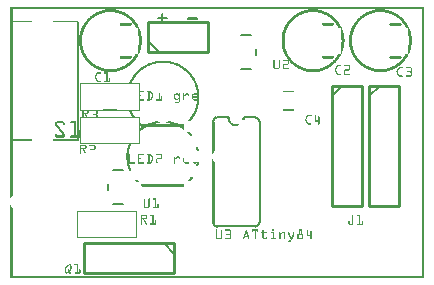
<source format=gto>
G04 MADE WITH FRITZING*
G04 WWW.FRITZING.ORG*
G04 DOUBLE SIDED*
G04 HOLES PLATED*
G04 CONTOUR ON CENTER OF CONTOUR VECTOR*
%ASAXBY*%
%FSLAX23Y23*%
%MOIN*%
%OFA0B0*%
%SFA1.0B1.0*%
%ADD10C,0.005000*%
%ADD11C,0.008000*%
%ADD12C,0.010000*%
%ADD13R,0.001000X0.001000*%
%LNSILK1*%
G90*
G70*
G54D10*
X225Y462D02*
X225Y855D01*
G54D11*
D02*
X341Y361D02*
X375Y361D01*
D02*
X375Y249D02*
X341Y249D01*
D02*
X326Y294D02*
X326Y315D01*
D02*
X830Y188D02*
X830Y522D01*
D02*
X692Y173D02*
X815Y173D01*
D02*
X811Y537D02*
X777Y537D01*
D02*
X688Y537D02*
X727Y537D01*
D02*
X802Y699D02*
X768Y699D01*
D02*
X768Y811D02*
X802Y811D01*
D02*
X817Y765D02*
X817Y744D01*
G54D12*
D02*
X546Y117D02*
X246Y117D01*
D02*
X246Y117D02*
X246Y17D01*
D02*
X246Y17D02*
X546Y17D01*
D02*
X546Y17D02*
X546Y117D01*
G54D10*
D02*
X511Y117D02*
X546Y82D01*
G54D12*
D02*
X459Y755D02*
X659Y755D01*
D02*
X659Y755D02*
X659Y855D01*
D02*
X659Y855D02*
X459Y855D01*
D02*
X459Y855D02*
X459Y755D01*
G54D10*
D02*
X494Y755D02*
X459Y790D01*
G54D12*
D02*
X1196Y642D02*
X1196Y242D01*
D02*
X1196Y242D02*
X1296Y242D01*
D02*
X1296Y242D02*
X1296Y642D01*
D02*
X1296Y642D02*
X1196Y642D01*
G54D10*
D02*
X1196Y607D02*
X1231Y642D01*
G54D12*
D02*
X1071Y642D02*
X1071Y242D01*
D02*
X1071Y242D02*
X1171Y242D01*
D02*
X1171Y242D02*
X1171Y642D01*
D02*
X1171Y642D02*
X1071Y642D01*
G54D10*
D02*
X1071Y607D02*
X1106Y642D01*
G54D13*
X0Y905D02*
X1378Y905D01*
X0Y904D02*
X1378Y904D01*
X0Y903D02*
X1378Y903D01*
X0Y902D02*
X1378Y902D01*
X0Y901D02*
X1378Y901D01*
X0Y900D02*
X1378Y900D01*
X0Y899D02*
X1378Y899D01*
X0Y898D02*
X1378Y898D01*
X0Y897D02*
X7Y897D01*
X325Y897D02*
X342Y897D01*
X1000Y897D02*
X1017Y897D01*
X1225Y897D02*
X1242Y897D01*
X1371Y897D02*
X1378Y897D01*
X0Y896D02*
X7Y896D01*
X317Y896D02*
X350Y896D01*
X992Y896D02*
X1025Y896D01*
X1217Y896D02*
X1249Y896D01*
X1371Y896D02*
X1378Y896D01*
X0Y895D02*
X7Y895D01*
X312Y895D02*
X355Y895D01*
X987Y895D02*
X1030Y895D01*
X1211Y895D02*
X1255Y895D01*
X1371Y895D02*
X1378Y895D01*
X0Y894D02*
X7Y894D01*
X307Y894D02*
X359Y894D01*
X982Y894D02*
X1034Y894D01*
X1207Y894D02*
X1259Y894D01*
X1371Y894D02*
X1378Y894D01*
X0Y893D02*
X7Y893D01*
X304Y893D02*
X362Y893D01*
X979Y893D02*
X1037Y893D01*
X1204Y893D02*
X1262Y893D01*
X1371Y893D02*
X1378Y893D01*
X0Y892D02*
X7Y892D01*
X301Y892D02*
X366Y892D01*
X976Y892D02*
X1040Y892D01*
X1201Y892D02*
X1265Y892D01*
X1371Y892D02*
X1378Y892D01*
X0Y891D02*
X7Y891D01*
X298Y891D02*
X368Y891D01*
X973Y891D02*
X1043Y891D01*
X1198Y891D02*
X1268Y891D01*
X1371Y891D02*
X1378Y891D01*
X0Y890D02*
X7Y890D01*
X295Y890D02*
X371Y890D01*
X970Y890D02*
X1046Y890D01*
X1195Y890D02*
X1271Y890D01*
X1371Y890D02*
X1378Y890D01*
X0Y889D02*
X7Y889D01*
X293Y889D02*
X373Y889D01*
X968Y889D02*
X1048Y889D01*
X1193Y889D02*
X1273Y889D01*
X1371Y889D02*
X1378Y889D01*
X0Y888D02*
X7Y888D01*
X291Y888D02*
X376Y888D01*
X966Y888D02*
X1050Y888D01*
X1191Y888D02*
X1275Y888D01*
X1371Y888D02*
X1378Y888D01*
X0Y887D02*
X7Y887D01*
X289Y887D02*
X324Y887D01*
X343Y887D02*
X378Y887D01*
X964Y887D02*
X999Y887D01*
X1018Y887D02*
X1052Y887D01*
X1189Y887D02*
X1224Y887D01*
X1243Y887D02*
X1277Y887D01*
X1371Y887D02*
X1378Y887D01*
X0Y886D02*
X7Y886D01*
X287Y886D02*
X316Y886D01*
X350Y886D02*
X380Y886D01*
X962Y886D02*
X991Y886D01*
X1025Y886D02*
X1055Y886D01*
X1187Y886D02*
X1216Y886D01*
X1250Y886D02*
X1279Y886D01*
X1371Y886D02*
X1378Y886D01*
X0Y885D02*
X7Y885D01*
X285Y885D02*
X311Y885D01*
X355Y885D02*
X382Y885D01*
X960Y885D02*
X986Y885D01*
X1030Y885D02*
X1057Y885D01*
X1185Y885D02*
X1211Y885D01*
X1255Y885D02*
X1282Y885D01*
X1371Y885D02*
X1378Y885D01*
X0Y884D02*
X7Y884D01*
X283Y884D02*
X307Y884D01*
X359Y884D02*
X383Y884D01*
X505Y884D02*
X507Y884D01*
X958Y884D02*
X982Y884D01*
X1034Y884D02*
X1058Y884D01*
X1183Y884D02*
X1207Y884D01*
X1259Y884D02*
X1283Y884D01*
X1371Y884D02*
X1378Y884D01*
X0Y883D02*
X7Y883D01*
X281Y883D02*
X304Y883D01*
X363Y883D02*
X385Y883D01*
X504Y883D02*
X508Y883D01*
X956Y883D02*
X979Y883D01*
X1038Y883D02*
X1060Y883D01*
X1181Y883D02*
X1203Y883D01*
X1263Y883D02*
X1285Y883D01*
X1371Y883D02*
X1378Y883D01*
X0Y882D02*
X7Y882D01*
X280Y882D02*
X301Y882D01*
X366Y882D02*
X387Y882D01*
X503Y882D02*
X509Y882D01*
X955Y882D02*
X976Y882D01*
X1040Y882D02*
X1062Y882D01*
X1180Y882D02*
X1201Y882D01*
X1265Y882D02*
X1287Y882D01*
X1371Y882D02*
X1378Y882D01*
X0Y881D02*
X7Y881D01*
X278Y881D02*
X298Y881D01*
X368Y881D02*
X388Y881D01*
X503Y881D02*
X509Y881D01*
X953Y881D02*
X973Y881D01*
X1043Y881D02*
X1063Y881D01*
X1178Y881D02*
X1198Y881D01*
X1268Y881D02*
X1288Y881D01*
X1371Y881D02*
X1378Y881D01*
X0Y880D02*
X7Y880D01*
X276Y880D02*
X295Y880D01*
X371Y880D02*
X390Y880D01*
X503Y880D02*
X509Y880D01*
X951Y880D02*
X970Y880D01*
X1046Y880D02*
X1065Y880D01*
X1176Y880D02*
X1195Y880D01*
X1271Y880D02*
X1290Y880D01*
X1371Y880D02*
X1378Y880D01*
X0Y879D02*
X7Y879D01*
X275Y879D02*
X293Y879D01*
X373Y879D02*
X392Y879D01*
X503Y879D02*
X509Y879D01*
X950Y879D02*
X968Y879D01*
X1048Y879D02*
X1066Y879D01*
X1175Y879D02*
X1193Y879D01*
X1273Y879D02*
X1291Y879D01*
X1371Y879D02*
X1378Y879D01*
X0Y878D02*
X7Y878D01*
X274Y878D02*
X291Y878D01*
X375Y878D02*
X393Y878D01*
X503Y878D02*
X509Y878D01*
X948Y878D02*
X966Y878D01*
X1050Y878D02*
X1068Y878D01*
X1173Y878D02*
X1191Y878D01*
X1275Y878D02*
X1293Y878D01*
X1371Y878D02*
X1378Y878D01*
X0Y877D02*
X7Y877D01*
X272Y877D02*
X289Y877D01*
X377Y877D02*
X394Y877D01*
X503Y877D02*
X509Y877D01*
X947Y877D02*
X964Y877D01*
X1052Y877D02*
X1069Y877D01*
X1172Y877D02*
X1189Y877D01*
X1277Y877D02*
X1294Y877D01*
X1371Y877D02*
X1378Y877D01*
X0Y876D02*
X7Y876D01*
X271Y876D02*
X287Y876D01*
X379Y876D02*
X396Y876D01*
X503Y876D02*
X509Y876D01*
X946Y876D02*
X962Y876D01*
X1054Y876D02*
X1070Y876D01*
X1171Y876D02*
X1187Y876D01*
X1279Y876D02*
X1295Y876D01*
X1371Y876D02*
X1378Y876D01*
X0Y875D02*
X7Y875D01*
X270Y875D02*
X285Y875D01*
X381Y875D02*
X397Y875D01*
X503Y875D02*
X509Y875D01*
X944Y875D02*
X960Y875D01*
X1056Y875D02*
X1072Y875D01*
X1169Y875D02*
X1185Y875D01*
X1281Y875D02*
X1297Y875D01*
X1371Y875D02*
X1378Y875D01*
X0Y874D02*
X7Y874D01*
X268Y874D02*
X284Y874D01*
X383Y874D02*
X398Y874D01*
X503Y874D02*
X509Y874D01*
X943Y874D02*
X959Y874D01*
X1058Y874D02*
X1073Y874D01*
X1168Y874D02*
X1183Y874D01*
X1283Y874D02*
X1298Y874D01*
X1371Y874D02*
X1378Y874D01*
X0Y873D02*
X7Y873D01*
X267Y873D02*
X282Y873D01*
X384Y873D02*
X399Y873D01*
X503Y873D02*
X509Y873D01*
X942Y873D02*
X957Y873D01*
X1059Y873D02*
X1074Y873D01*
X1167Y873D02*
X1182Y873D01*
X1284Y873D02*
X1299Y873D01*
X1371Y873D02*
X1378Y873D01*
X0Y872D02*
X7Y872D01*
X266Y872D02*
X280Y872D01*
X386Y872D02*
X401Y872D01*
X503Y872D02*
X509Y872D01*
X941Y872D02*
X955Y872D01*
X1061Y872D02*
X1075Y872D01*
X1166Y872D02*
X1180Y872D01*
X1286Y872D02*
X1300Y872D01*
X1371Y872D02*
X1378Y872D01*
X0Y871D02*
X7Y871D01*
X265Y871D02*
X279Y871D01*
X388Y871D02*
X402Y871D01*
X503Y871D02*
X509Y871D01*
X940Y871D02*
X954Y871D01*
X1063Y871D02*
X1077Y871D01*
X1165Y871D02*
X1179Y871D01*
X1288Y871D02*
X1302Y871D01*
X1371Y871D02*
X1378Y871D01*
X0Y870D02*
X7Y870D01*
X264Y870D02*
X277Y870D01*
X389Y870D02*
X403Y870D01*
X491Y870D02*
X521Y870D01*
X591Y870D02*
X621Y870D01*
X939Y870D02*
X952Y870D01*
X1064Y870D02*
X1078Y870D01*
X1164Y870D02*
X1177Y870D01*
X1289Y870D02*
X1303Y870D01*
X1371Y870D02*
X1378Y870D01*
X0Y869D02*
X7Y869D01*
X263Y869D02*
X276Y869D01*
X390Y869D02*
X404Y869D01*
X490Y869D02*
X522Y869D01*
X590Y869D02*
X622Y869D01*
X937Y869D02*
X951Y869D01*
X1065Y869D02*
X1079Y869D01*
X1162Y869D02*
X1176Y869D01*
X1290Y869D02*
X1304Y869D01*
X1371Y869D02*
X1378Y869D01*
X0Y868D02*
X7Y868D01*
X261Y868D02*
X275Y868D01*
X392Y868D02*
X405Y868D01*
X489Y868D02*
X523Y868D01*
X590Y868D02*
X623Y868D01*
X936Y868D02*
X950Y868D01*
X1067Y868D02*
X1080Y868D01*
X1161Y868D02*
X1175Y868D01*
X1292Y868D02*
X1305Y868D01*
X1371Y868D02*
X1378Y868D01*
X0Y867D02*
X7Y867D01*
X260Y867D02*
X273Y867D01*
X393Y867D02*
X406Y867D01*
X489Y867D02*
X523Y867D01*
X590Y867D02*
X623Y867D01*
X935Y867D02*
X948Y867D01*
X1068Y867D02*
X1081Y867D01*
X1160Y867D02*
X1173Y867D01*
X1293Y867D02*
X1306Y867D01*
X1371Y867D02*
X1378Y867D01*
X0Y866D02*
X7Y866D01*
X259Y866D02*
X272Y866D01*
X394Y866D02*
X407Y866D01*
X489Y866D02*
X523Y866D01*
X590Y866D02*
X623Y866D01*
X934Y866D02*
X947Y866D01*
X1069Y866D02*
X1082Y866D01*
X1159Y866D02*
X1172Y866D01*
X1294Y866D02*
X1307Y866D01*
X1371Y866D02*
X1378Y866D01*
X0Y865D02*
X7Y865D01*
X258Y865D02*
X271Y865D01*
X396Y865D02*
X408Y865D01*
X490Y865D02*
X522Y865D01*
X590Y865D02*
X623Y865D01*
X933Y865D02*
X946Y865D01*
X1070Y865D02*
X1083Y865D01*
X1158Y865D02*
X1171Y865D01*
X1295Y865D02*
X1308Y865D01*
X1371Y865D02*
X1378Y865D01*
X0Y864D02*
X7Y864D01*
X258Y864D02*
X270Y864D01*
X397Y864D02*
X409Y864D01*
X491Y864D02*
X521Y864D01*
X590Y864D02*
X623Y864D01*
X932Y864D02*
X945Y864D01*
X1071Y864D02*
X1084Y864D01*
X1157Y864D02*
X1170Y864D01*
X1296Y864D02*
X1309Y864D01*
X1371Y864D02*
X1378Y864D01*
X0Y863D02*
X7Y863D01*
X257Y863D02*
X269Y863D01*
X398Y863D02*
X410Y863D01*
X503Y863D02*
X509Y863D01*
X590Y863D02*
X623Y863D01*
X932Y863D02*
X944Y863D01*
X1073Y863D02*
X1085Y863D01*
X1156Y863D02*
X1169Y863D01*
X1298Y863D02*
X1310Y863D01*
X1371Y863D02*
X1378Y863D01*
X0Y862D02*
X7Y862D01*
X256Y862D02*
X268Y862D01*
X399Y862D02*
X411Y862D01*
X503Y862D02*
X509Y862D01*
X590Y862D02*
X622Y862D01*
X931Y862D02*
X943Y862D01*
X1074Y862D02*
X1086Y862D01*
X1156Y862D02*
X1167Y862D01*
X1299Y862D02*
X1311Y862D01*
X1371Y862D02*
X1378Y862D01*
X0Y861D02*
X7Y861D01*
X255Y861D02*
X267Y861D01*
X400Y861D02*
X412Y861D01*
X503Y861D02*
X509Y861D01*
X591Y861D02*
X621Y861D01*
X930Y861D02*
X941Y861D01*
X1075Y861D02*
X1087Y861D01*
X1155Y861D02*
X1166Y861D01*
X1300Y861D02*
X1311Y861D01*
X1371Y861D02*
X1378Y861D01*
X0Y860D02*
X7Y860D01*
X254Y860D02*
X265Y860D01*
X401Y860D02*
X413Y860D01*
X503Y860D02*
X509Y860D01*
X929Y860D02*
X940Y860D01*
X1076Y860D02*
X1087Y860D01*
X1154Y860D02*
X1165Y860D01*
X1301Y860D02*
X1312Y860D01*
X1371Y860D02*
X1378Y860D01*
X0Y859D02*
X7Y859D01*
X253Y859D02*
X265Y859D01*
X402Y859D02*
X413Y859D01*
X503Y859D02*
X509Y859D01*
X928Y859D02*
X939Y859D01*
X1077Y859D02*
X1088Y859D01*
X1153Y859D02*
X1164Y859D01*
X1302Y859D02*
X1313Y859D01*
X1371Y859D02*
X1378Y859D01*
X0Y858D02*
X73Y858D01*
X140Y858D02*
X224Y858D01*
X252Y858D02*
X264Y858D01*
X403Y858D02*
X414Y858D01*
X503Y858D02*
X509Y858D01*
X927Y858D02*
X938Y858D01*
X1078Y858D02*
X1089Y858D01*
X1152Y858D02*
X1163Y858D01*
X1303Y858D02*
X1314Y858D01*
X1371Y858D02*
X1378Y858D01*
X0Y857D02*
X72Y857D01*
X141Y857D02*
X226Y857D01*
X251Y857D02*
X263Y857D01*
X404Y857D02*
X415Y857D01*
X503Y857D02*
X509Y857D01*
X926Y857D02*
X938Y857D01*
X1079Y857D02*
X1090Y857D01*
X1151Y857D02*
X1163Y857D01*
X1304Y857D02*
X1315Y857D01*
X1371Y857D02*
X1378Y857D01*
X0Y856D02*
X71Y856D01*
X141Y856D02*
X226Y856D01*
X251Y856D02*
X262Y856D01*
X405Y856D02*
X416Y856D01*
X503Y856D02*
X509Y856D01*
X926Y856D02*
X937Y856D01*
X1080Y856D02*
X1091Y856D01*
X1151Y856D02*
X1162Y856D01*
X1304Y856D02*
X1316Y856D01*
X1371Y856D02*
X1378Y856D01*
X0Y855D02*
X71Y855D01*
X142Y855D02*
X226Y855D01*
X250Y855D02*
X261Y855D01*
X406Y855D02*
X416Y855D01*
X503Y855D02*
X509Y855D01*
X925Y855D02*
X936Y855D01*
X1080Y855D02*
X1091Y855D01*
X1150Y855D02*
X1161Y855D01*
X1305Y855D02*
X1316Y855D01*
X1371Y855D02*
X1378Y855D01*
X0Y854D02*
X70Y854D01*
X142Y854D02*
X226Y854D01*
X249Y854D02*
X260Y854D01*
X406Y854D02*
X417Y854D01*
X503Y854D02*
X509Y854D01*
X924Y854D02*
X935Y854D01*
X1081Y854D02*
X1092Y854D01*
X1149Y854D02*
X1160Y854D01*
X1306Y854D02*
X1317Y854D01*
X1371Y854D02*
X1378Y854D01*
X0Y853D02*
X7Y853D01*
X248Y853D02*
X259Y853D01*
X407Y853D02*
X418Y853D01*
X503Y853D02*
X509Y853D01*
X923Y853D02*
X934Y853D01*
X1082Y853D02*
X1093Y853D01*
X1148Y853D02*
X1159Y853D01*
X1307Y853D02*
X1318Y853D01*
X1371Y853D02*
X1378Y853D01*
X0Y852D02*
X7Y852D01*
X248Y852D02*
X258Y852D01*
X366Y852D02*
X401Y852D01*
X408Y852D02*
X419Y852D01*
X503Y852D02*
X509Y852D01*
X923Y852D02*
X933Y852D01*
X1041Y852D02*
X1075Y852D01*
X1083Y852D02*
X1094Y852D01*
X1148Y852D02*
X1158Y852D01*
X1266Y852D02*
X1300Y852D01*
X1308Y852D02*
X1319Y852D01*
X1371Y852D02*
X1378Y852D01*
X0Y851D02*
X7Y851D01*
X247Y851D02*
X258Y851D01*
X365Y851D02*
X402Y851D01*
X409Y851D02*
X419Y851D01*
X504Y851D02*
X508Y851D01*
X922Y851D02*
X932Y851D01*
X1040Y851D02*
X1077Y851D01*
X1084Y851D02*
X1094Y851D01*
X1147Y851D02*
X1157Y851D01*
X1264Y851D02*
X1302Y851D01*
X1309Y851D02*
X1319Y851D01*
X1371Y851D02*
X1378Y851D01*
X0Y850D02*
X7Y850D01*
X246Y850D02*
X257Y850D01*
X364Y850D02*
X403Y850D01*
X410Y850D02*
X420Y850D01*
X505Y850D02*
X507Y850D01*
X921Y850D02*
X932Y850D01*
X1039Y850D02*
X1077Y850D01*
X1084Y850D02*
X1095Y850D01*
X1146Y850D02*
X1157Y850D01*
X1264Y850D02*
X1302Y850D01*
X1309Y850D02*
X1320Y850D01*
X1371Y850D02*
X1378Y850D01*
X0Y849D02*
X7Y849D01*
X246Y849D02*
X256Y849D01*
X364Y849D02*
X403Y849D01*
X410Y849D02*
X421Y849D01*
X921Y849D02*
X931Y849D01*
X1038Y849D02*
X1078Y849D01*
X1085Y849D02*
X1096Y849D01*
X1146Y849D02*
X1156Y849D01*
X1263Y849D02*
X1303Y849D01*
X1310Y849D02*
X1321Y849D01*
X1371Y849D02*
X1378Y849D01*
X0Y848D02*
X7Y848D01*
X245Y848D02*
X255Y848D01*
X363Y848D02*
X403Y848D01*
X411Y848D02*
X421Y848D01*
X920Y848D02*
X930Y848D01*
X1038Y848D02*
X1078Y848D01*
X1086Y848D02*
X1096Y848D01*
X1145Y848D02*
X1155Y848D01*
X1263Y848D02*
X1303Y848D01*
X1311Y848D02*
X1321Y848D01*
X1371Y848D02*
X1378Y848D01*
X0Y847D02*
X7Y847D01*
X245Y847D02*
X255Y847D01*
X363Y847D02*
X403Y847D01*
X412Y847D02*
X422Y847D01*
X919Y847D02*
X930Y847D01*
X1038Y847D02*
X1078Y847D01*
X1087Y847D02*
X1097Y847D01*
X1144Y847D02*
X1154Y847D01*
X1263Y847D02*
X1303Y847D01*
X1312Y847D02*
X1322Y847D01*
X1371Y847D02*
X1378Y847D01*
X0Y846D02*
X7Y846D01*
X244Y846D02*
X254Y846D01*
X364Y846D02*
X403Y846D01*
X413Y846D02*
X423Y846D01*
X919Y846D02*
X929Y846D01*
X1038Y846D02*
X1078Y846D01*
X1087Y846D02*
X1097Y846D01*
X1144Y846D02*
X1154Y846D01*
X1263Y846D02*
X1303Y846D01*
X1312Y846D02*
X1322Y846D01*
X1371Y846D02*
X1378Y846D01*
X0Y845D02*
X7Y845D01*
X243Y845D02*
X253Y845D01*
X364Y845D02*
X403Y845D01*
X413Y845D02*
X423Y845D01*
X918Y845D02*
X928Y845D01*
X1039Y845D02*
X1077Y845D01*
X1088Y845D02*
X1098Y845D01*
X1143Y845D02*
X1153Y845D01*
X1264Y845D02*
X1302Y845D01*
X1313Y845D02*
X1323Y845D01*
X1371Y845D02*
X1378Y845D01*
X0Y844D02*
X7Y844D01*
X243Y844D02*
X253Y844D01*
X365Y844D02*
X402Y844D01*
X414Y844D02*
X424Y844D01*
X918Y844D02*
X928Y844D01*
X1039Y844D02*
X1077Y844D01*
X1089Y844D02*
X1099Y844D01*
X1143Y844D02*
X1153Y844D01*
X1264Y844D02*
X1302Y844D01*
X1314Y844D02*
X1324Y844D01*
X1371Y844D02*
X1378Y844D01*
X0Y843D02*
X7Y843D01*
X242Y843D02*
X252Y843D01*
X366Y843D02*
X401Y843D01*
X414Y843D02*
X424Y843D01*
X917Y843D02*
X927Y843D01*
X1041Y843D02*
X1076Y843D01*
X1089Y843D02*
X1099Y843D01*
X1142Y843D02*
X1152Y843D01*
X1265Y843D02*
X1301Y843D01*
X1314Y843D02*
X1324Y843D01*
X1371Y843D02*
X1378Y843D01*
X0Y842D02*
X7Y842D01*
X241Y842D02*
X251Y842D01*
X368Y842D02*
X398Y842D01*
X415Y842D02*
X425Y842D01*
X916Y842D02*
X926Y842D01*
X1043Y842D02*
X1073Y842D01*
X1090Y842D02*
X1100Y842D01*
X1141Y842D02*
X1151Y842D01*
X1268Y842D02*
X1298Y842D01*
X1315Y842D02*
X1325Y842D01*
X1371Y842D02*
X1378Y842D01*
X0Y841D02*
X7Y841D01*
X241Y841D02*
X251Y841D01*
X416Y841D02*
X425Y841D01*
X916Y841D02*
X926Y841D01*
X1090Y841D02*
X1100Y841D01*
X1141Y841D02*
X1151Y841D01*
X1315Y841D02*
X1325Y841D01*
X1371Y841D02*
X1378Y841D01*
X0Y840D02*
X7Y840D01*
X240Y840D02*
X250Y840D01*
X416Y840D02*
X426Y840D01*
X915Y840D02*
X925Y840D01*
X1091Y840D02*
X1101Y840D01*
X1140Y840D02*
X1150Y840D01*
X1316Y840D02*
X1326Y840D01*
X1371Y840D02*
X1378Y840D01*
X0Y839D02*
X7Y839D01*
X240Y839D02*
X250Y839D01*
X417Y839D02*
X426Y839D01*
X915Y839D02*
X925Y839D01*
X1092Y839D02*
X1101Y839D01*
X1140Y839D02*
X1149Y839D01*
X1317Y839D02*
X1326Y839D01*
X1371Y839D02*
X1378Y839D01*
X0Y838D02*
X7Y838D01*
X240Y838D02*
X249Y838D01*
X417Y838D02*
X427Y838D01*
X914Y838D02*
X924Y838D01*
X1092Y838D02*
X1102Y838D01*
X1139Y838D02*
X1149Y838D01*
X1317Y838D02*
X1327Y838D01*
X1371Y838D02*
X1378Y838D01*
X0Y837D02*
X7Y837D01*
X239Y837D02*
X249Y837D01*
X418Y837D02*
X427Y837D01*
X914Y837D02*
X923Y837D01*
X1093Y837D02*
X1102Y837D01*
X1139Y837D02*
X1148Y837D01*
X1318Y837D02*
X1327Y837D01*
X1371Y837D02*
X1378Y837D01*
X0Y836D02*
X7Y836D01*
X239Y836D02*
X248Y836D01*
X418Y836D02*
X428Y836D01*
X913Y836D02*
X923Y836D01*
X1093Y836D02*
X1103Y836D01*
X1138Y836D02*
X1148Y836D01*
X1318Y836D02*
X1328Y836D01*
X1371Y836D02*
X1378Y836D01*
X0Y835D02*
X7Y835D01*
X238Y835D02*
X248Y835D01*
X419Y835D02*
X428Y835D01*
X913Y835D02*
X923Y835D01*
X1094Y835D02*
X1103Y835D01*
X1138Y835D02*
X1147Y835D01*
X1319Y835D02*
X1328Y835D01*
X1371Y835D02*
X1378Y835D01*
X0Y834D02*
X7Y834D01*
X238Y834D02*
X247Y834D01*
X426Y834D02*
X429Y834D01*
X912Y834D02*
X922Y834D01*
X1101Y834D02*
X1104Y834D01*
X1137Y834D02*
X1147Y834D01*
X1326Y834D02*
X1329Y834D01*
X1371Y834D02*
X1378Y834D01*
X0Y833D02*
X7Y833D01*
X237Y833D02*
X247Y833D01*
X426Y833D02*
X429Y833D01*
X912Y833D02*
X922Y833D01*
X1101Y833D02*
X1104Y833D01*
X1137Y833D02*
X1147Y833D01*
X1326Y833D02*
X1329Y833D01*
X1371Y833D02*
X1378Y833D01*
X0Y832D02*
X7Y832D01*
X237Y832D02*
X246Y832D01*
X426Y832D02*
X430Y832D01*
X912Y832D02*
X921Y832D01*
X1101Y832D02*
X1105Y832D01*
X1137Y832D02*
X1146Y832D01*
X1326Y832D02*
X1330Y832D01*
X1371Y832D02*
X1378Y832D01*
X0Y831D02*
X7Y831D01*
X236Y831D02*
X246Y831D01*
X426Y831D02*
X430Y831D01*
X911Y831D02*
X921Y831D01*
X1101Y831D02*
X1105Y831D01*
X1136Y831D02*
X1146Y831D01*
X1326Y831D02*
X1330Y831D01*
X1371Y831D02*
X1378Y831D01*
X0Y830D02*
X7Y830D01*
X236Y830D02*
X245Y830D01*
X426Y830D02*
X431Y830D01*
X911Y830D02*
X920Y830D01*
X1101Y830D02*
X1105Y830D01*
X1136Y830D02*
X1145Y830D01*
X1326Y830D02*
X1330Y830D01*
X1371Y830D02*
X1378Y830D01*
X0Y829D02*
X7Y829D01*
X235Y829D02*
X245Y829D01*
X426Y829D02*
X431Y829D01*
X910Y829D02*
X920Y829D01*
X1101Y829D02*
X1106Y829D01*
X1135Y829D02*
X1145Y829D01*
X1326Y829D02*
X1331Y829D01*
X1371Y829D02*
X1378Y829D01*
X0Y828D02*
X7Y828D01*
X235Y828D02*
X245Y828D01*
X426Y828D02*
X431Y828D01*
X910Y828D02*
X919Y828D01*
X1101Y828D02*
X1106Y828D01*
X1135Y828D02*
X1144Y828D01*
X1326Y828D02*
X1331Y828D01*
X1371Y828D02*
X1378Y828D01*
X0Y827D02*
X7Y827D01*
X235Y827D02*
X244Y827D01*
X426Y827D02*
X432Y827D01*
X910Y827D02*
X919Y827D01*
X1101Y827D02*
X1107Y827D01*
X1135Y827D02*
X1144Y827D01*
X1326Y827D02*
X1332Y827D01*
X1371Y827D02*
X1378Y827D01*
X0Y826D02*
X7Y826D01*
X234Y826D02*
X244Y826D01*
X426Y826D02*
X432Y826D01*
X909Y826D02*
X919Y826D01*
X1101Y826D02*
X1107Y826D01*
X1134Y826D02*
X1144Y826D01*
X1326Y826D02*
X1332Y826D01*
X1371Y826D02*
X1378Y826D01*
X0Y825D02*
X7Y825D01*
X234Y825D02*
X243Y825D01*
X426Y825D02*
X432Y825D01*
X909Y825D02*
X918Y825D01*
X1101Y825D02*
X1107Y825D01*
X1134Y825D02*
X1143Y825D01*
X1326Y825D02*
X1332Y825D01*
X1371Y825D02*
X1378Y825D01*
X0Y824D02*
X7Y824D01*
X234Y824D02*
X243Y824D01*
X426Y824D02*
X433Y824D01*
X909Y824D02*
X918Y824D01*
X1101Y824D02*
X1108Y824D01*
X1134Y824D02*
X1143Y824D01*
X1326Y824D02*
X1333Y824D01*
X1371Y824D02*
X1378Y824D01*
X0Y823D02*
X7Y823D01*
X233Y823D02*
X243Y823D01*
X426Y823D02*
X433Y823D01*
X908Y823D02*
X918Y823D01*
X1101Y823D02*
X1108Y823D01*
X1133Y823D02*
X1143Y823D01*
X1326Y823D02*
X1333Y823D01*
X1371Y823D02*
X1378Y823D01*
X0Y822D02*
X7Y822D01*
X233Y822D02*
X242Y822D01*
X426Y822D02*
X433Y822D01*
X908Y822D02*
X917Y822D01*
X1101Y822D02*
X1108Y822D01*
X1133Y822D02*
X1142Y822D01*
X1326Y822D02*
X1333Y822D01*
X1371Y822D02*
X1378Y822D01*
X0Y821D02*
X7Y821D01*
X233Y821D02*
X242Y821D01*
X426Y821D02*
X434Y821D01*
X908Y821D02*
X917Y821D01*
X1101Y821D02*
X1109Y821D01*
X1133Y821D02*
X1142Y821D01*
X1326Y821D02*
X1333Y821D01*
X1371Y821D02*
X1378Y821D01*
X0Y820D02*
X7Y820D01*
X233Y820D02*
X242Y820D01*
X426Y820D02*
X434Y820D01*
X907Y820D02*
X917Y820D01*
X1101Y820D02*
X1109Y820D01*
X1132Y820D02*
X1142Y820D01*
X1326Y820D02*
X1334Y820D01*
X1371Y820D02*
X1378Y820D01*
X0Y819D02*
X7Y819D01*
X232Y819D02*
X241Y819D01*
X426Y819D02*
X434Y819D01*
X907Y819D02*
X916Y819D01*
X1101Y819D02*
X1109Y819D01*
X1132Y819D02*
X1141Y819D01*
X1326Y819D02*
X1334Y819D01*
X1371Y819D02*
X1378Y819D01*
X0Y818D02*
X7Y818D01*
X232Y818D02*
X241Y818D01*
X426Y818D02*
X434Y818D01*
X907Y818D02*
X916Y818D01*
X1101Y818D02*
X1109Y818D01*
X1132Y818D02*
X1141Y818D01*
X1326Y818D02*
X1334Y818D01*
X1371Y818D02*
X1378Y818D01*
X0Y817D02*
X7Y817D01*
X232Y817D02*
X241Y817D01*
X426Y817D02*
X435Y817D01*
X907Y817D02*
X916Y817D01*
X1101Y817D02*
X1110Y817D01*
X1132Y817D02*
X1141Y817D01*
X1326Y817D02*
X1335Y817D01*
X1371Y817D02*
X1378Y817D01*
X0Y816D02*
X7Y816D01*
X232Y816D02*
X241Y816D01*
X426Y816D02*
X435Y816D01*
X906Y816D02*
X915Y816D01*
X1101Y816D02*
X1110Y816D01*
X1131Y816D02*
X1140Y816D01*
X1326Y816D02*
X1335Y816D01*
X1371Y816D02*
X1378Y816D01*
X0Y815D02*
X7Y815D01*
X231Y815D02*
X240Y815D01*
X426Y815D02*
X435Y815D01*
X906Y815D02*
X915Y815D01*
X1101Y815D02*
X1110Y815D01*
X1131Y815D02*
X1140Y815D01*
X1326Y815D02*
X1335Y815D01*
X1371Y815D02*
X1378Y815D01*
X0Y814D02*
X7Y814D01*
X231Y814D02*
X240Y814D01*
X426Y814D02*
X435Y814D01*
X906Y814D02*
X915Y814D01*
X1101Y814D02*
X1110Y814D01*
X1131Y814D02*
X1140Y814D01*
X1326Y814D02*
X1335Y814D01*
X1371Y814D02*
X1378Y814D01*
X0Y813D02*
X7Y813D01*
X231Y813D02*
X240Y813D01*
X427Y813D02*
X436Y813D01*
X906Y813D02*
X915Y813D01*
X1101Y813D02*
X1111Y813D01*
X1131Y813D02*
X1140Y813D01*
X1326Y813D02*
X1335Y813D01*
X1371Y813D02*
X1378Y813D01*
X0Y812D02*
X7Y812D01*
X231Y812D02*
X240Y812D01*
X427Y812D02*
X436Y812D01*
X906Y812D02*
X915Y812D01*
X1102Y812D02*
X1111Y812D01*
X1130Y812D02*
X1140Y812D01*
X1327Y812D02*
X1336Y812D01*
X1371Y812D02*
X1378Y812D01*
X0Y811D02*
X7Y811D01*
X230Y811D02*
X240Y811D01*
X427Y811D02*
X436Y811D01*
X905Y811D02*
X914Y811D01*
X1102Y811D02*
X1111Y811D01*
X1130Y811D02*
X1139Y811D01*
X1327Y811D02*
X1336Y811D01*
X1371Y811D02*
X1378Y811D01*
X0Y810D02*
X7Y810D01*
X230Y810D02*
X239Y810D01*
X427Y810D02*
X436Y810D01*
X905Y810D02*
X914Y810D01*
X1102Y810D02*
X1111Y810D01*
X1130Y810D02*
X1139Y810D01*
X1327Y810D02*
X1336Y810D01*
X1371Y810D02*
X1378Y810D01*
X0Y809D02*
X7Y809D01*
X230Y809D02*
X239Y809D01*
X427Y809D02*
X436Y809D01*
X905Y809D02*
X914Y809D01*
X1102Y809D02*
X1111Y809D01*
X1130Y809D02*
X1139Y809D01*
X1327Y809D02*
X1336Y809D01*
X1371Y809D02*
X1378Y809D01*
X0Y808D02*
X7Y808D01*
X230Y808D02*
X239Y808D01*
X427Y808D02*
X437Y808D01*
X905Y808D02*
X914Y808D01*
X1102Y808D02*
X1111Y808D01*
X1130Y808D02*
X1139Y808D01*
X1327Y808D02*
X1336Y808D01*
X1371Y808D02*
X1378Y808D01*
X0Y807D02*
X7Y807D01*
X230Y807D02*
X239Y807D01*
X428Y807D02*
X437Y807D01*
X905Y807D02*
X914Y807D01*
X1103Y807D02*
X1112Y807D01*
X1130Y807D02*
X1139Y807D01*
X1327Y807D02*
X1336Y807D01*
X1371Y807D02*
X1378Y807D01*
X0Y806D02*
X7Y806D01*
X230Y806D02*
X239Y806D01*
X428Y806D02*
X437Y806D01*
X905Y806D02*
X914Y806D01*
X1103Y806D02*
X1112Y806D01*
X1130Y806D02*
X1139Y806D01*
X1328Y806D02*
X1337Y806D01*
X1371Y806D02*
X1378Y806D01*
X0Y805D02*
X7Y805D01*
X230Y805D02*
X239Y805D01*
X428Y805D02*
X437Y805D01*
X904Y805D02*
X913Y805D01*
X1103Y805D02*
X1112Y805D01*
X1129Y805D02*
X1138Y805D01*
X1328Y805D02*
X1337Y805D01*
X1371Y805D02*
X1378Y805D01*
X0Y804D02*
X7Y804D01*
X229Y804D02*
X238Y804D01*
X428Y804D02*
X437Y804D01*
X904Y804D02*
X913Y804D01*
X1103Y804D02*
X1112Y804D01*
X1129Y804D02*
X1138Y804D01*
X1328Y804D02*
X1337Y804D01*
X1371Y804D02*
X1378Y804D01*
X0Y803D02*
X7Y803D01*
X229Y803D02*
X238Y803D01*
X428Y803D02*
X437Y803D01*
X904Y803D02*
X913Y803D01*
X1103Y803D02*
X1112Y803D01*
X1129Y803D02*
X1138Y803D01*
X1328Y803D02*
X1337Y803D01*
X1371Y803D02*
X1378Y803D01*
X0Y802D02*
X7Y802D01*
X229Y802D02*
X238Y802D01*
X428Y802D02*
X437Y802D01*
X904Y802D02*
X913Y802D01*
X1103Y802D02*
X1112Y802D01*
X1129Y802D02*
X1138Y802D01*
X1328Y802D02*
X1337Y802D01*
X1371Y802D02*
X1378Y802D01*
X0Y801D02*
X7Y801D01*
X229Y801D02*
X238Y801D01*
X428Y801D02*
X437Y801D01*
X904Y801D02*
X913Y801D01*
X1103Y801D02*
X1112Y801D01*
X1129Y801D02*
X1138Y801D01*
X1328Y801D02*
X1337Y801D01*
X1371Y801D02*
X1378Y801D01*
X0Y800D02*
X7Y800D01*
X229Y800D02*
X238Y800D01*
X428Y800D02*
X437Y800D01*
X904Y800D02*
X913Y800D01*
X1103Y800D02*
X1112Y800D01*
X1129Y800D02*
X1138Y800D01*
X1328Y800D02*
X1337Y800D01*
X1371Y800D02*
X1378Y800D01*
X0Y799D02*
X7Y799D01*
X229Y799D02*
X238Y799D01*
X428Y799D02*
X437Y799D01*
X904Y799D02*
X913Y799D01*
X1103Y799D02*
X1112Y799D01*
X1129Y799D02*
X1138Y799D01*
X1328Y799D02*
X1337Y799D01*
X1371Y799D02*
X1378Y799D01*
X0Y798D02*
X7Y798D01*
X229Y798D02*
X238Y798D01*
X429Y798D02*
X438Y798D01*
X904Y798D02*
X913Y798D01*
X1103Y798D02*
X1112Y798D01*
X1129Y798D02*
X1138Y798D01*
X1328Y798D02*
X1337Y798D01*
X1371Y798D02*
X1378Y798D01*
X0Y797D02*
X7Y797D01*
X229Y797D02*
X238Y797D01*
X429Y797D02*
X438Y797D01*
X904Y797D02*
X913Y797D01*
X1103Y797D02*
X1112Y797D01*
X1129Y797D02*
X1138Y797D01*
X1328Y797D02*
X1337Y797D01*
X1371Y797D02*
X1378Y797D01*
X0Y796D02*
X7Y796D01*
X229Y796D02*
X238Y796D01*
X429Y796D02*
X438Y796D01*
X904Y796D02*
X913Y796D01*
X1103Y796D02*
X1113Y796D01*
X1129Y796D02*
X1138Y796D01*
X1328Y796D02*
X1337Y796D01*
X1371Y796D02*
X1378Y796D01*
X0Y795D02*
X7Y795D01*
X229Y795D02*
X238Y795D01*
X429Y795D02*
X438Y795D01*
X904Y795D02*
X913Y795D01*
X1104Y795D02*
X1113Y795D01*
X1129Y795D02*
X1138Y795D01*
X1328Y795D02*
X1337Y795D01*
X1371Y795D02*
X1378Y795D01*
X0Y794D02*
X7Y794D01*
X229Y794D02*
X238Y794D01*
X429Y794D02*
X438Y794D01*
X904Y794D02*
X913Y794D01*
X1104Y794D02*
X1113Y794D01*
X1129Y794D02*
X1138Y794D01*
X1329Y794D02*
X1338Y794D01*
X1371Y794D02*
X1378Y794D01*
X0Y793D02*
X7Y793D01*
X229Y793D02*
X238Y793D01*
X429Y793D02*
X438Y793D01*
X904Y793D02*
X913Y793D01*
X1104Y793D02*
X1113Y793D01*
X1129Y793D02*
X1138Y793D01*
X1329Y793D02*
X1338Y793D01*
X1371Y793D02*
X1378Y793D01*
X0Y792D02*
X7Y792D01*
X229Y792D02*
X238Y792D01*
X429Y792D02*
X438Y792D01*
X904Y792D02*
X913Y792D01*
X1104Y792D02*
X1113Y792D01*
X1129Y792D02*
X1138Y792D01*
X1329Y792D02*
X1338Y792D01*
X1371Y792D02*
X1378Y792D01*
X0Y791D02*
X7Y791D01*
X229Y791D02*
X238Y791D01*
X429Y791D02*
X438Y791D01*
X904Y791D02*
X913Y791D01*
X1104Y791D02*
X1113Y791D01*
X1129Y791D02*
X1138Y791D01*
X1329Y791D02*
X1338Y791D01*
X1371Y791D02*
X1378Y791D01*
X0Y790D02*
X7Y790D01*
X229Y790D02*
X238Y790D01*
X429Y790D02*
X438Y790D01*
X904Y790D02*
X913Y790D01*
X1104Y790D02*
X1113Y790D01*
X1129Y790D02*
X1138Y790D01*
X1328Y790D02*
X1337Y790D01*
X1371Y790D02*
X1378Y790D01*
X0Y789D02*
X7Y789D01*
X229Y789D02*
X238Y789D01*
X429Y789D02*
X438Y789D01*
X904Y789D02*
X913Y789D01*
X1104Y789D02*
X1113Y789D01*
X1129Y789D02*
X1138Y789D01*
X1328Y789D02*
X1337Y789D01*
X1371Y789D02*
X1378Y789D01*
X0Y788D02*
X7Y788D01*
X229Y788D02*
X238Y788D01*
X429Y788D02*
X438Y788D01*
X904Y788D02*
X913Y788D01*
X1103Y788D02*
X1112Y788D01*
X1129Y788D02*
X1138Y788D01*
X1328Y788D02*
X1337Y788D01*
X1371Y788D02*
X1378Y788D01*
X0Y787D02*
X7Y787D01*
X229Y787D02*
X238Y787D01*
X429Y787D02*
X438Y787D01*
X904Y787D02*
X913Y787D01*
X1103Y787D02*
X1112Y787D01*
X1129Y787D02*
X1138Y787D01*
X1328Y787D02*
X1337Y787D01*
X1371Y787D02*
X1378Y787D01*
X0Y786D02*
X7Y786D01*
X229Y786D02*
X238Y786D01*
X428Y786D02*
X437Y786D01*
X904Y786D02*
X913Y786D01*
X1103Y786D02*
X1112Y786D01*
X1129Y786D02*
X1138Y786D01*
X1328Y786D02*
X1337Y786D01*
X1371Y786D02*
X1378Y786D01*
X0Y785D02*
X7Y785D01*
X229Y785D02*
X238Y785D01*
X428Y785D02*
X437Y785D01*
X904Y785D02*
X913Y785D01*
X1103Y785D02*
X1112Y785D01*
X1129Y785D02*
X1138Y785D01*
X1328Y785D02*
X1337Y785D01*
X1371Y785D02*
X1378Y785D01*
X0Y784D02*
X7Y784D01*
X229Y784D02*
X238Y784D01*
X428Y784D02*
X437Y784D01*
X904Y784D02*
X913Y784D01*
X1103Y784D02*
X1112Y784D01*
X1129Y784D02*
X1138Y784D01*
X1328Y784D02*
X1337Y784D01*
X1371Y784D02*
X1378Y784D01*
X0Y783D02*
X7Y783D01*
X229Y783D02*
X238Y783D01*
X428Y783D02*
X437Y783D01*
X904Y783D02*
X913Y783D01*
X1103Y783D02*
X1112Y783D01*
X1129Y783D02*
X1138Y783D01*
X1328Y783D02*
X1337Y783D01*
X1371Y783D02*
X1378Y783D01*
X0Y782D02*
X7Y782D01*
X229Y782D02*
X238Y782D01*
X428Y782D02*
X437Y782D01*
X904Y782D02*
X913Y782D01*
X1103Y782D02*
X1112Y782D01*
X1129Y782D02*
X1138Y782D01*
X1328Y782D02*
X1337Y782D01*
X1371Y782D02*
X1378Y782D01*
X0Y781D02*
X7Y781D01*
X229Y781D02*
X238Y781D01*
X428Y781D02*
X437Y781D01*
X904Y781D02*
X913Y781D01*
X1103Y781D02*
X1112Y781D01*
X1129Y781D02*
X1138Y781D01*
X1328Y781D02*
X1337Y781D01*
X1371Y781D02*
X1378Y781D01*
X0Y780D02*
X7Y780D01*
X230Y780D02*
X239Y780D01*
X428Y780D02*
X437Y780D01*
X904Y780D02*
X913Y780D01*
X1103Y780D02*
X1112Y780D01*
X1129Y780D02*
X1138Y780D01*
X1328Y780D02*
X1337Y780D01*
X1371Y780D02*
X1378Y780D01*
X0Y779D02*
X7Y779D01*
X230Y779D02*
X239Y779D01*
X428Y779D02*
X437Y779D01*
X905Y779D02*
X914Y779D01*
X1103Y779D02*
X1112Y779D01*
X1130Y779D02*
X1139Y779D01*
X1328Y779D02*
X1337Y779D01*
X1371Y779D02*
X1378Y779D01*
X0Y778D02*
X7Y778D01*
X230Y778D02*
X239Y778D01*
X428Y778D02*
X437Y778D01*
X905Y778D02*
X914Y778D01*
X1103Y778D02*
X1112Y778D01*
X1130Y778D02*
X1139Y778D01*
X1327Y778D02*
X1337Y778D01*
X1371Y778D02*
X1378Y778D01*
X0Y777D02*
X7Y777D01*
X230Y777D02*
X239Y777D01*
X427Y777D02*
X437Y777D01*
X905Y777D02*
X914Y777D01*
X1102Y777D02*
X1111Y777D01*
X1130Y777D02*
X1139Y777D01*
X1327Y777D02*
X1336Y777D01*
X1371Y777D02*
X1378Y777D01*
X0Y776D02*
X7Y776D01*
X230Y776D02*
X239Y776D01*
X427Y776D02*
X436Y776D01*
X905Y776D02*
X914Y776D01*
X1102Y776D02*
X1111Y776D01*
X1130Y776D02*
X1139Y776D01*
X1327Y776D02*
X1336Y776D01*
X1371Y776D02*
X1378Y776D01*
X0Y775D02*
X7Y775D01*
X230Y775D02*
X239Y775D01*
X427Y775D02*
X436Y775D01*
X905Y775D02*
X914Y775D01*
X1102Y775D02*
X1111Y775D01*
X1130Y775D02*
X1139Y775D01*
X1327Y775D02*
X1336Y775D01*
X1371Y775D02*
X1378Y775D01*
X0Y774D02*
X7Y774D01*
X230Y774D02*
X240Y774D01*
X427Y774D02*
X436Y774D01*
X905Y774D02*
X914Y774D01*
X1102Y774D02*
X1111Y774D01*
X1130Y774D02*
X1139Y774D01*
X1327Y774D02*
X1336Y774D01*
X1371Y774D02*
X1378Y774D01*
X0Y773D02*
X7Y773D01*
X231Y773D02*
X240Y773D01*
X427Y773D02*
X436Y773D01*
X906Y773D02*
X915Y773D01*
X1102Y773D02*
X1111Y773D01*
X1130Y773D02*
X1140Y773D01*
X1327Y773D02*
X1336Y773D01*
X1371Y773D02*
X1378Y773D01*
X0Y772D02*
X7Y772D01*
X231Y772D02*
X240Y772D01*
X427Y772D02*
X436Y772D01*
X906Y772D02*
X915Y772D01*
X1101Y772D02*
X1111Y772D01*
X1131Y772D02*
X1140Y772D01*
X1326Y772D02*
X1335Y772D01*
X1371Y772D02*
X1378Y772D01*
X0Y771D02*
X7Y771D01*
X231Y771D02*
X240Y771D01*
X426Y771D02*
X435Y771D01*
X906Y771D02*
X915Y771D01*
X1101Y771D02*
X1110Y771D01*
X1131Y771D02*
X1140Y771D01*
X1326Y771D02*
X1335Y771D01*
X1371Y771D02*
X1378Y771D01*
X0Y770D02*
X7Y770D01*
X231Y770D02*
X240Y770D01*
X426Y770D02*
X435Y770D01*
X906Y770D02*
X915Y770D01*
X1101Y770D02*
X1110Y770D01*
X1131Y770D02*
X1140Y770D01*
X1326Y770D02*
X1335Y770D01*
X1371Y770D02*
X1378Y770D01*
X0Y769D02*
X7Y769D01*
X232Y769D02*
X241Y769D01*
X426Y769D02*
X435Y769D01*
X906Y769D02*
X915Y769D01*
X1101Y769D02*
X1110Y769D01*
X1131Y769D02*
X1140Y769D01*
X1326Y769D02*
X1335Y769D01*
X1371Y769D02*
X1378Y769D01*
X0Y768D02*
X7Y768D01*
X232Y768D02*
X241Y768D01*
X426Y768D02*
X435Y768D01*
X907Y768D02*
X916Y768D01*
X1101Y768D02*
X1110Y768D01*
X1132Y768D02*
X1141Y768D01*
X1326Y768D02*
X1335Y768D01*
X1371Y768D02*
X1378Y768D01*
X0Y767D02*
X7Y767D01*
X232Y767D02*
X241Y767D01*
X426Y767D02*
X435Y767D01*
X907Y767D02*
X916Y767D01*
X1101Y767D02*
X1109Y767D01*
X1132Y767D02*
X1141Y767D01*
X1326Y767D02*
X1334Y767D01*
X1371Y767D02*
X1378Y767D01*
X0Y766D02*
X7Y766D01*
X232Y766D02*
X241Y766D01*
X426Y766D02*
X434Y766D01*
X907Y766D02*
X916Y766D01*
X1101Y766D02*
X1109Y766D01*
X1132Y766D02*
X1141Y766D01*
X1326Y766D02*
X1334Y766D01*
X1371Y766D02*
X1378Y766D01*
X0Y765D02*
X7Y765D01*
X233Y765D02*
X242Y765D01*
X426Y765D02*
X434Y765D01*
X907Y765D02*
X917Y765D01*
X1101Y765D02*
X1109Y765D01*
X1132Y765D02*
X1142Y765D01*
X1326Y765D02*
X1334Y765D01*
X1371Y765D02*
X1378Y765D01*
X0Y764D02*
X7Y764D01*
X233Y764D02*
X242Y764D01*
X426Y764D02*
X434Y764D01*
X908Y764D02*
X917Y764D01*
X1101Y764D02*
X1109Y764D01*
X1133Y764D02*
X1142Y764D01*
X1326Y764D02*
X1333Y764D01*
X1371Y764D02*
X1378Y764D01*
X0Y763D02*
X7Y763D01*
X233Y763D02*
X242Y763D01*
X426Y763D02*
X433Y763D01*
X908Y763D02*
X917Y763D01*
X1101Y763D02*
X1108Y763D01*
X1133Y763D02*
X1142Y763D01*
X1326Y763D02*
X1333Y763D01*
X1371Y763D02*
X1378Y763D01*
X0Y762D02*
X7Y762D01*
X233Y762D02*
X243Y762D01*
X426Y762D02*
X433Y762D01*
X908Y762D02*
X918Y762D01*
X1101Y762D02*
X1108Y762D01*
X1133Y762D02*
X1143Y762D01*
X1326Y762D02*
X1333Y762D01*
X1371Y762D02*
X1378Y762D01*
X0Y761D02*
X7Y761D01*
X234Y761D02*
X243Y761D01*
X426Y761D02*
X433Y761D01*
X909Y761D02*
X918Y761D01*
X1101Y761D02*
X1108Y761D01*
X1134Y761D02*
X1143Y761D01*
X1326Y761D02*
X1333Y761D01*
X1371Y761D02*
X1378Y761D01*
X0Y760D02*
X7Y760D01*
X234Y760D02*
X243Y760D01*
X426Y760D02*
X432Y760D01*
X909Y760D02*
X918Y760D01*
X1101Y760D02*
X1107Y760D01*
X1134Y760D02*
X1143Y760D01*
X1326Y760D02*
X1332Y760D01*
X1371Y760D02*
X1378Y760D01*
X0Y759D02*
X7Y759D01*
X234Y759D02*
X244Y759D01*
X426Y759D02*
X432Y759D01*
X909Y759D02*
X919Y759D01*
X1101Y759D02*
X1107Y759D01*
X1134Y759D02*
X1144Y759D01*
X1326Y759D02*
X1332Y759D01*
X1371Y759D02*
X1378Y759D01*
X0Y758D02*
X7Y758D01*
X235Y758D02*
X244Y758D01*
X426Y758D02*
X432Y758D01*
X910Y758D02*
X919Y758D01*
X1101Y758D02*
X1107Y758D01*
X1135Y758D02*
X1144Y758D01*
X1326Y758D02*
X1332Y758D01*
X1371Y758D02*
X1378Y758D01*
X0Y757D02*
X7Y757D01*
X235Y757D02*
X244Y757D01*
X426Y757D02*
X431Y757D01*
X910Y757D02*
X919Y757D01*
X1101Y757D02*
X1106Y757D01*
X1135Y757D02*
X1144Y757D01*
X1326Y757D02*
X1331Y757D01*
X1371Y757D02*
X1378Y757D01*
X0Y756D02*
X7Y756D01*
X235Y756D02*
X245Y756D01*
X426Y756D02*
X431Y756D01*
X910Y756D02*
X920Y756D01*
X1101Y756D02*
X1106Y756D01*
X1135Y756D02*
X1145Y756D01*
X1326Y756D02*
X1331Y756D01*
X1371Y756D02*
X1378Y756D01*
X0Y755D02*
X7Y755D01*
X236Y755D02*
X245Y755D01*
X426Y755D02*
X431Y755D01*
X911Y755D02*
X920Y755D01*
X1101Y755D02*
X1105Y755D01*
X1136Y755D02*
X1145Y755D01*
X1326Y755D02*
X1330Y755D01*
X1371Y755D02*
X1378Y755D01*
X0Y754D02*
X7Y754D01*
X236Y754D02*
X246Y754D01*
X426Y754D02*
X430Y754D01*
X911Y754D02*
X921Y754D01*
X1101Y754D02*
X1105Y754D01*
X1136Y754D02*
X1146Y754D01*
X1326Y754D02*
X1330Y754D01*
X1371Y754D02*
X1378Y754D01*
X0Y753D02*
X7Y753D01*
X237Y753D02*
X246Y753D01*
X426Y753D02*
X430Y753D01*
X912Y753D02*
X921Y753D01*
X1101Y753D02*
X1105Y753D01*
X1136Y753D02*
X1146Y753D01*
X1326Y753D02*
X1330Y753D01*
X1371Y753D02*
X1378Y753D01*
X0Y752D02*
X7Y752D01*
X237Y752D02*
X247Y752D01*
X426Y752D02*
X429Y752D01*
X912Y752D02*
X922Y752D01*
X1101Y752D02*
X1104Y752D01*
X1137Y752D02*
X1146Y752D01*
X1326Y752D02*
X1329Y752D01*
X1371Y752D02*
X1378Y752D01*
X0Y751D02*
X7Y751D01*
X238Y751D02*
X247Y751D01*
X426Y751D02*
X429Y751D01*
X912Y751D02*
X922Y751D01*
X1101Y751D02*
X1104Y751D01*
X1137Y751D02*
X1147Y751D01*
X1326Y751D02*
X1329Y751D01*
X1371Y751D02*
X1378Y751D01*
X0Y750D02*
X7Y750D01*
X238Y750D02*
X248Y750D01*
X426Y750D02*
X428Y750D01*
X913Y750D02*
X922Y750D01*
X1101Y750D02*
X1103Y750D01*
X1138Y750D02*
X1147Y750D01*
X1326Y750D02*
X1328Y750D01*
X1371Y750D02*
X1378Y750D01*
X0Y749D02*
X7Y749D01*
X239Y749D02*
X248Y749D01*
X418Y749D02*
X428Y749D01*
X913Y749D02*
X923Y749D01*
X1093Y749D02*
X1103Y749D01*
X1138Y749D02*
X1148Y749D01*
X1318Y749D02*
X1328Y749D01*
X1371Y749D02*
X1378Y749D01*
X0Y748D02*
X7Y748D01*
X239Y748D02*
X249Y748D01*
X418Y748D02*
X427Y748D01*
X914Y748D02*
X923Y748D01*
X1093Y748D02*
X1102Y748D01*
X1139Y748D02*
X1148Y748D01*
X1318Y748D02*
X1327Y748D01*
X1371Y748D02*
X1378Y748D01*
X0Y747D02*
X7Y747D01*
X239Y747D02*
X249Y747D01*
X417Y747D02*
X427Y747D01*
X914Y747D02*
X924Y747D01*
X1092Y747D02*
X1102Y747D01*
X1139Y747D02*
X1149Y747D01*
X1317Y747D02*
X1327Y747D01*
X1371Y747D02*
X1378Y747D01*
X0Y746D02*
X7Y746D01*
X240Y746D02*
X250Y746D01*
X417Y746D02*
X426Y746D01*
X915Y746D02*
X924Y746D01*
X1092Y746D02*
X1101Y746D01*
X1140Y746D02*
X1149Y746D01*
X1317Y746D02*
X1326Y746D01*
X1371Y746D02*
X1378Y746D01*
X0Y745D02*
X7Y745D01*
X240Y745D02*
X250Y745D01*
X416Y745D02*
X426Y745D01*
X915Y745D02*
X925Y745D01*
X1091Y745D02*
X1101Y745D01*
X1140Y745D02*
X1150Y745D01*
X1316Y745D02*
X1326Y745D01*
X1371Y745D02*
X1378Y745D01*
X0Y744D02*
X7Y744D01*
X241Y744D02*
X251Y744D01*
X416Y744D02*
X426Y744D01*
X916Y744D02*
X926Y744D01*
X1091Y744D02*
X1100Y744D01*
X1141Y744D02*
X1151Y744D01*
X1315Y744D02*
X1325Y744D01*
X1371Y744D02*
X1378Y744D01*
X0Y743D02*
X7Y743D01*
X241Y743D02*
X251Y743D01*
X415Y743D02*
X425Y743D01*
X916Y743D02*
X926Y743D01*
X1090Y743D02*
X1100Y743D01*
X1141Y743D02*
X1151Y743D01*
X1315Y743D02*
X1325Y743D01*
X1371Y743D02*
X1378Y743D01*
X0Y742D02*
X7Y742D01*
X242Y742D02*
X252Y742D01*
X366Y742D02*
X401Y742D01*
X414Y742D02*
X424Y742D01*
X917Y742D02*
X927Y742D01*
X1041Y742D02*
X1076Y742D01*
X1089Y742D02*
X1099Y742D01*
X1142Y742D02*
X1152Y742D01*
X1266Y742D02*
X1301Y742D01*
X1314Y742D02*
X1324Y742D01*
X1371Y742D02*
X1378Y742D01*
X0Y741D02*
X7Y741D01*
X243Y741D02*
X253Y741D01*
X365Y741D02*
X402Y741D01*
X414Y741D02*
X424Y741D01*
X918Y741D02*
X928Y741D01*
X1039Y741D02*
X1077Y741D01*
X1089Y741D02*
X1099Y741D01*
X1142Y741D02*
X1152Y741D01*
X1264Y741D02*
X1302Y741D01*
X1314Y741D02*
X1324Y741D01*
X1371Y741D02*
X1378Y741D01*
X0Y740D02*
X7Y740D01*
X243Y740D02*
X253Y740D01*
X364Y740D02*
X403Y740D01*
X413Y740D02*
X423Y740D01*
X918Y740D02*
X928Y740D01*
X1039Y740D02*
X1077Y740D01*
X1088Y740D02*
X1098Y740D01*
X1143Y740D02*
X1153Y740D01*
X1264Y740D02*
X1302Y740D01*
X1313Y740D02*
X1323Y740D01*
X1371Y740D02*
X1378Y740D01*
X0Y739D02*
X7Y739D01*
X244Y739D02*
X254Y739D01*
X364Y739D02*
X403Y739D01*
X413Y739D02*
X423Y739D01*
X919Y739D02*
X929Y739D01*
X1038Y739D02*
X1078Y739D01*
X1087Y739D02*
X1097Y739D01*
X1144Y739D02*
X1154Y739D01*
X1263Y739D02*
X1303Y739D01*
X1312Y739D02*
X1322Y739D01*
X1371Y739D02*
X1378Y739D01*
X0Y738D02*
X7Y738D01*
X244Y738D02*
X255Y738D01*
X363Y738D02*
X403Y738D01*
X412Y738D02*
X422Y738D01*
X919Y738D02*
X929Y738D01*
X1038Y738D02*
X1078Y738D01*
X1087Y738D02*
X1097Y738D01*
X1144Y738D02*
X1154Y738D01*
X1263Y738D02*
X1303Y738D01*
X1312Y738D02*
X1322Y738D01*
X1371Y738D02*
X1378Y738D01*
X0Y737D02*
X7Y737D01*
X245Y737D02*
X255Y737D01*
X363Y737D02*
X403Y737D01*
X411Y737D02*
X421Y737D01*
X920Y737D02*
X930Y737D01*
X1038Y737D02*
X1078Y737D01*
X1086Y737D02*
X1096Y737D01*
X1145Y737D02*
X1155Y737D01*
X1263Y737D02*
X1303Y737D01*
X1311Y737D02*
X1321Y737D01*
X1371Y737D02*
X1378Y737D01*
X0Y736D02*
X7Y736D01*
X246Y736D02*
X256Y736D01*
X364Y736D02*
X403Y736D01*
X410Y736D02*
X421Y736D01*
X921Y736D02*
X931Y736D01*
X1038Y736D02*
X1078Y736D01*
X1085Y736D02*
X1096Y736D01*
X1146Y736D02*
X1156Y736D01*
X1263Y736D02*
X1303Y736D01*
X1310Y736D02*
X1321Y736D01*
X1371Y736D02*
X1378Y736D01*
X0Y735D02*
X7Y735D01*
X246Y735D02*
X257Y735D01*
X364Y735D02*
X403Y735D01*
X410Y735D02*
X420Y735D01*
X921Y735D02*
X932Y735D01*
X1039Y735D02*
X1077Y735D01*
X1085Y735D02*
X1095Y735D01*
X1146Y735D02*
X1157Y735D01*
X1264Y735D02*
X1302Y735D01*
X1309Y735D02*
X1320Y735D01*
X1371Y735D02*
X1378Y735D01*
X0Y734D02*
X7Y734D01*
X247Y734D02*
X258Y734D01*
X365Y734D02*
X402Y734D01*
X409Y734D02*
X420Y734D01*
X922Y734D02*
X932Y734D01*
X1039Y734D02*
X1077Y734D01*
X1084Y734D02*
X1094Y734D01*
X1147Y734D02*
X1157Y734D01*
X1264Y734D02*
X1302Y734D01*
X1309Y734D02*
X1319Y734D01*
X1371Y734D02*
X1378Y734D01*
X0Y733D02*
X7Y733D01*
X248Y733D02*
X258Y733D01*
X366Y733D02*
X401Y733D01*
X408Y733D02*
X419Y733D01*
X923Y733D02*
X933Y733D01*
X1041Y733D02*
X1076Y733D01*
X1083Y733D02*
X1094Y733D01*
X1148Y733D02*
X1158Y733D01*
X1266Y733D02*
X1301Y733D01*
X1308Y733D02*
X1319Y733D01*
X1371Y733D02*
X1378Y733D01*
X0Y732D02*
X7Y732D01*
X248Y732D02*
X259Y732D01*
X369Y732D02*
X398Y732D01*
X407Y732D02*
X418Y732D01*
X923Y732D02*
X934Y732D01*
X1044Y732D02*
X1073Y732D01*
X1082Y732D02*
X1093Y732D01*
X1148Y732D02*
X1159Y732D01*
X1269Y732D02*
X1297Y732D01*
X1307Y732D02*
X1318Y732D01*
X1371Y732D02*
X1378Y732D01*
X0Y731D02*
X7Y731D01*
X249Y731D02*
X260Y731D01*
X407Y731D02*
X417Y731D01*
X924Y731D02*
X935Y731D01*
X1081Y731D02*
X1092Y731D01*
X1149Y731D02*
X1160Y731D01*
X1306Y731D02*
X1317Y731D01*
X1371Y731D02*
X1378Y731D01*
X0Y730D02*
X7Y730D01*
X250Y730D02*
X261Y730D01*
X406Y730D02*
X417Y730D01*
X925Y730D02*
X936Y730D01*
X1081Y730D02*
X1091Y730D01*
X1150Y730D02*
X1161Y730D01*
X1305Y730D02*
X1316Y730D01*
X1371Y730D02*
X1378Y730D01*
X0Y729D02*
X7Y729D01*
X251Y729D02*
X262Y729D01*
X405Y729D02*
X416Y729D01*
X878Y729D02*
X880Y729D01*
X895Y729D02*
X896Y729D01*
X908Y729D02*
X937Y729D01*
X1080Y729D02*
X1091Y729D01*
X1151Y729D02*
X1162Y729D01*
X1305Y729D02*
X1316Y729D01*
X1371Y729D02*
X1378Y729D01*
X0Y728D02*
X7Y728D01*
X251Y728D02*
X263Y728D01*
X404Y728D02*
X415Y728D01*
X878Y728D02*
X880Y728D01*
X894Y728D02*
X897Y728D01*
X908Y728D02*
X938Y728D01*
X1079Y728D02*
X1090Y728D01*
X1151Y728D02*
X1162Y728D01*
X1304Y728D02*
X1315Y728D01*
X1371Y728D02*
X1378Y728D01*
X0Y727D02*
X7Y727D01*
X252Y727D02*
X264Y727D01*
X403Y727D02*
X414Y727D01*
X877Y727D02*
X881Y727D01*
X894Y727D02*
X897Y727D01*
X908Y727D02*
X938Y727D01*
X1078Y727D02*
X1089Y727D01*
X1152Y727D02*
X1163Y727D01*
X1303Y727D02*
X1314Y727D01*
X1371Y727D02*
X1378Y727D01*
X0Y726D02*
X7Y726D01*
X253Y726D02*
X264Y726D01*
X402Y726D02*
X414Y726D01*
X877Y726D02*
X881Y726D01*
X894Y726D02*
X897Y726D01*
X908Y726D02*
X939Y726D01*
X1077Y726D02*
X1088Y726D01*
X1153Y726D02*
X1164Y726D01*
X1302Y726D02*
X1313Y726D01*
X1371Y726D02*
X1378Y726D01*
X0Y725D02*
X7Y725D01*
X254Y725D02*
X265Y725D01*
X401Y725D02*
X413Y725D01*
X493Y725D02*
X524Y725D01*
X877Y725D02*
X881Y725D01*
X894Y725D02*
X897Y725D01*
X924Y725D02*
X927Y725D01*
X929Y725D02*
X940Y725D01*
X1076Y725D02*
X1087Y725D01*
X1154Y725D02*
X1165Y725D01*
X1301Y725D02*
X1312Y725D01*
X1371Y725D02*
X1378Y725D01*
X0Y724D02*
X7Y724D01*
X255Y724D02*
X266Y724D01*
X400Y724D02*
X412Y724D01*
X487Y724D02*
X530Y724D01*
X877Y724D02*
X881Y724D01*
X894Y724D02*
X897Y724D01*
X924Y724D02*
X927Y724D01*
X930Y724D02*
X941Y724D01*
X1075Y724D02*
X1087Y724D01*
X1155Y724D02*
X1166Y724D01*
X1300Y724D02*
X1312Y724D01*
X1371Y724D02*
X1378Y724D01*
X0Y723D02*
X7Y723D01*
X256Y723D02*
X268Y723D01*
X399Y723D02*
X411Y723D01*
X482Y723D02*
X535Y723D01*
X877Y723D02*
X881Y723D01*
X894Y723D02*
X897Y723D01*
X924Y723D02*
X927Y723D01*
X931Y723D02*
X942Y723D01*
X1074Y723D02*
X1086Y723D01*
X1155Y723D02*
X1167Y723D01*
X1299Y723D02*
X1311Y723D01*
X1371Y723D02*
X1378Y723D01*
X0Y722D02*
X7Y722D01*
X257Y722D02*
X269Y722D01*
X398Y722D02*
X410Y722D01*
X478Y722D02*
X539Y722D01*
X877Y722D02*
X881Y722D01*
X894Y722D02*
X897Y722D01*
X924Y722D02*
X927Y722D01*
X931Y722D02*
X944Y722D01*
X1073Y722D02*
X1085Y722D01*
X1156Y722D02*
X1169Y722D01*
X1298Y722D02*
X1310Y722D01*
X1371Y722D02*
X1378Y722D01*
X0Y721D02*
X7Y721D01*
X257Y721D02*
X270Y721D01*
X397Y721D02*
X409Y721D01*
X474Y721D02*
X543Y721D01*
X877Y721D02*
X881Y721D01*
X894Y721D02*
X897Y721D01*
X924Y721D02*
X927Y721D01*
X932Y721D02*
X945Y721D01*
X1072Y721D02*
X1084Y721D01*
X1157Y721D02*
X1170Y721D01*
X1297Y721D02*
X1309Y721D01*
X1371Y721D02*
X1378Y721D01*
X0Y720D02*
X7Y720D01*
X258Y720D02*
X271Y720D01*
X396Y720D02*
X408Y720D01*
X471Y720D02*
X546Y720D01*
X877Y720D02*
X881Y720D01*
X894Y720D02*
X897Y720D01*
X924Y720D02*
X927Y720D01*
X933Y720D02*
X946Y720D01*
X1070Y720D02*
X1083Y720D01*
X1158Y720D02*
X1171Y720D01*
X1295Y720D02*
X1308Y720D01*
X1371Y720D02*
X1378Y720D01*
X0Y719D02*
X7Y719D01*
X259Y719D02*
X272Y719D01*
X394Y719D02*
X407Y719D01*
X468Y719D02*
X549Y719D01*
X877Y719D02*
X881Y719D01*
X894Y719D02*
X897Y719D01*
X924Y719D02*
X927Y719D01*
X934Y719D02*
X947Y719D01*
X1069Y719D02*
X1082Y719D01*
X1159Y719D02*
X1172Y719D01*
X1294Y719D02*
X1307Y719D01*
X1371Y719D02*
X1378Y719D01*
X0Y718D02*
X7Y718D01*
X260Y718D02*
X273Y718D01*
X393Y718D02*
X406Y718D01*
X465Y718D02*
X495Y718D01*
X521Y718D02*
X552Y718D01*
X877Y718D02*
X881Y718D01*
X894Y718D02*
X897Y718D01*
X924Y718D02*
X927Y718D01*
X935Y718D02*
X948Y718D01*
X1068Y718D02*
X1081Y718D01*
X1160Y718D02*
X1173Y718D01*
X1293Y718D02*
X1306Y718D01*
X1371Y718D02*
X1378Y718D01*
X0Y717D02*
X7Y717D01*
X261Y717D02*
X275Y717D01*
X392Y717D02*
X405Y717D01*
X463Y717D02*
X488Y717D01*
X528Y717D02*
X554Y717D01*
X877Y717D02*
X881Y717D01*
X894Y717D02*
X897Y717D01*
X924Y717D02*
X927Y717D01*
X936Y717D02*
X950Y717D01*
X1067Y717D02*
X1080Y717D01*
X1161Y717D02*
X1175Y717D01*
X1292Y717D02*
X1305Y717D01*
X1371Y717D02*
X1378Y717D01*
X0Y716D02*
X7Y716D01*
X263Y716D02*
X276Y716D01*
X390Y716D02*
X404Y716D01*
X460Y716D02*
X483Y716D01*
X533Y716D02*
X557Y716D01*
X877Y716D02*
X881Y716D01*
X894Y716D02*
X897Y716D01*
X924Y716D02*
X927Y716D01*
X937Y716D02*
X951Y716D01*
X1065Y716D02*
X1079Y716D01*
X1162Y716D02*
X1176Y716D01*
X1290Y716D02*
X1304Y716D01*
X1371Y716D02*
X1378Y716D01*
X0Y715D02*
X7Y715D01*
X264Y715D02*
X277Y715D01*
X389Y715D02*
X403Y715D01*
X458Y715D02*
X479Y715D01*
X537Y715D02*
X559Y715D01*
X877Y715D02*
X881Y715D01*
X894Y715D02*
X897Y715D01*
X910Y715D02*
X927Y715D01*
X939Y715D02*
X952Y715D01*
X1064Y715D02*
X1078Y715D01*
X1163Y715D02*
X1177Y715D01*
X1289Y715D02*
X1303Y715D01*
X1371Y715D02*
X1378Y715D01*
X0Y714D02*
X7Y714D01*
X265Y714D02*
X279Y714D01*
X388Y714D02*
X402Y714D01*
X456Y714D02*
X475Y714D01*
X541Y714D02*
X561Y714D01*
X877Y714D02*
X881Y714D01*
X894Y714D02*
X897Y714D01*
X909Y714D02*
X927Y714D01*
X940Y714D02*
X954Y714D01*
X1063Y714D02*
X1077Y714D01*
X1165Y714D02*
X1179Y714D01*
X1288Y714D02*
X1302Y714D01*
X1371Y714D02*
X1378Y714D01*
X0Y713D02*
X7Y713D01*
X266Y713D02*
X280Y713D01*
X386Y713D02*
X401Y713D01*
X454Y713D02*
X472Y713D01*
X544Y713D02*
X563Y713D01*
X877Y713D02*
X881Y713D01*
X894Y713D02*
X897Y713D01*
X908Y713D02*
X926Y713D01*
X941Y713D02*
X955Y713D01*
X1061Y713D02*
X1076Y713D01*
X1166Y713D02*
X1180Y713D01*
X1286Y713D02*
X1300Y713D01*
X1371Y713D02*
X1378Y713D01*
X0Y712D02*
X7Y712D01*
X267Y712D02*
X282Y712D01*
X385Y712D02*
X400Y712D01*
X452Y712D02*
X469Y712D01*
X547Y712D02*
X565Y712D01*
X877Y712D02*
X881Y712D01*
X894Y712D02*
X897Y712D01*
X908Y712D02*
X926Y712D01*
X942Y712D02*
X957Y712D01*
X1059Y712D02*
X1074Y712D01*
X1167Y712D02*
X1182Y712D01*
X1284Y712D02*
X1299Y712D01*
X1371Y712D02*
X1378Y712D01*
X0Y711D02*
X7Y711D01*
X268Y711D02*
X284Y711D01*
X383Y711D02*
X398Y711D01*
X450Y711D02*
X467Y711D01*
X549Y711D02*
X567Y711D01*
X877Y711D02*
X881Y711D01*
X894Y711D02*
X897Y711D01*
X908Y711D02*
X911Y711D01*
X943Y711D02*
X958Y711D01*
X1058Y711D02*
X1073Y711D01*
X1168Y711D02*
X1183Y711D01*
X1283Y711D02*
X1298Y711D01*
X1371Y711D02*
X1378Y711D01*
X0Y710D02*
X7Y710D01*
X270Y710D02*
X285Y710D01*
X381Y710D02*
X397Y710D01*
X448Y710D02*
X464Y710D01*
X552Y710D02*
X569Y710D01*
X877Y710D02*
X881Y710D01*
X894Y710D02*
X897Y710D01*
X908Y710D02*
X911Y710D01*
X944Y710D02*
X960Y710D01*
X1056Y710D02*
X1072Y710D01*
X1090Y710D02*
X1101Y710D01*
X1112Y710D02*
X1130Y710D01*
X1169Y710D02*
X1185Y710D01*
X1281Y710D02*
X1297Y710D01*
X1371Y710D02*
X1378Y710D01*
X0Y709D02*
X7Y709D01*
X271Y709D02*
X287Y709D01*
X380Y709D02*
X396Y709D01*
X446Y709D02*
X462Y709D01*
X554Y709D02*
X570Y709D01*
X877Y709D02*
X881Y709D01*
X894Y709D02*
X897Y709D01*
X908Y709D02*
X911Y709D01*
X946Y709D02*
X962Y709D01*
X1054Y709D02*
X1071Y709D01*
X1088Y709D02*
X1101Y709D01*
X1112Y709D02*
X1131Y709D01*
X1171Y709D02*
X1187Y709D01*
X1279Y709D02*
X1295Y709D01*
X1371Y709D02*
X1378Y709D01*
X0Y708D02*
X7Y708D01*
X272Y708D02*
X289Y708D01*
X378Y708D02*
X394Y708D01*
X445Y708D02*
X460Y708D01*
X556Y708D02*
X572Y708D01*
X877Y708D02*
X881Y708D01*
X894Y708D02*
X897Y708D01*
X908Y708D02*
X911Y708D01*
X947Y708D02*
X964Y708D01*
X1052Y708D02*
X1069Y708D01*
X1087Y708D02*
X1101Y708D01*
X1112Y708D02*
X1131Y708D01*
X1172Y708D02*
X1189Y708D01*
X1277Y708D02*
X1294Y708D01*
X1371Y708D02*
X1378Y708D01*
X0Y707D02*
X7Y707D01*
X273Y707D02*
X291Y707D01*
X375Y707D02*
X393Y707D01*
X443Y707D02*
X458Y707D01*
X559Y707D02*
X573Y707D01*
X877Y707D02*
X881Y707D01*
X894Y707D02*
X897Y707D01*
X908Y707D02*
X911Y707D01*
X948Y707D02*
X966Y707D01*
X1050Y707D02*
X1068Y707D01*
X1087Y707D02*
X1101Y707D01*
X1113Y707D02*
X1132Y707D01*
X1173Y707D02*
X1191Y707D01*
X1275Y707D02*
X1293Y707D01*
X1371Y707D02*
X1378Y707D01*
X0Y706D02*
X7Y706D01*
X275Y706D02*
X293Y706D01*
X373Y706D02*
X392Y706D01*
X442Y706D02*
X456Y706D01*
X561Y706D02*
X575Y706D01*
X877Y706D02*
X881Y706D01*
X894Y706D02*
X897Y706D01*
X908Y706D02*
X911Y706D01*
X950Y706D02*
X968Y706D01*
X1048Y706D02*
X1067Y706D01*
X1086Y706D02*
X1090Y706D01*
X1128Y706D02*
X1132Y706D01*
X1175Y706D02*
X1193Y706D01*
X1273Y706D02*
X1291Y706D01*
X1371Y706D02*
X1378Y706D01*
X0Y705D02*
X7Y705D01*
X276Y705D02*
X295Y705D01*
X371Y705D02*
X390Y705D01*
X440Y705D02*
X454Y705D01*
X562Y705D02*
X577Y705D01*
X877Y705D02*
X881Y705D01*
X894Y705D02*
X897Y705D01*
X908Y705D02*
X911Y705D01*
X951Y705D02*
X970Y705D01*
X1046Y705D02*
X1065Y705D01*
X1086Y705D02*
X1090Y705D01*
X1128Y705D02*
X1132Y705D01*
X1176Y705D02*
X1195Y705D01*
X1271Y705D02*
X1290Y705D01*
X1371Y705D02*
X1378Y705D01*
X0Y704D02*
X7Y704D01*
X278Y704D02*
X298Y704D01*
X369Y704D02*
X388Y704D01*
X439Y704D02*
X452Y704D01*
X564Y704D02*
X578Y704D01*
X877Y704D02*
X881Y704D01*
X894Y704D02*
X897Y704D01*
X908Y704D02*
X911Y704D01*
X953Y704D02*
X973Y704D01*
X1043Y704D02*
X1063Y704D01*
X1085Y704D02*
X1089Y704D01*
X1128Y704D02*
X1132Y704D01*
X1178Y704D02*
X1198Y704D01*
X1268Y704D02*
X1288Y704D01*
X1296Y704D02*
X1306Y704D01*
X1318Y704D02*
X1334Y704D01*
X1371Y704D02*
X1378Y704D01*
X0Y703D02*
X7Y703D01*
X280Y703D02*
X301Y703D01*
X366Y703D02*
X387Y703D01*
X437Y703D02*
X450Y703D01*
X566Y703D02*
X579Y703D01*
X877Y703D02*
X881Y703D01*
X894Y703D02*
X897Y703D01*
X908Y703D02*
X911Y703D01*
X954Y703D02*
X976Y703D01*
X1041Y703D02*
X1062Y703D01*
X1085Y703D02*
X1089Y703D01*
X1128Y703D02*
X1132Y703D01*
X1179Y703D02*
X1201Y703D01*
X1266Y703D02*
X1287Y703D01*
X1294Y703D02*
X1307Y703D01*
X1318Y703D02*
X1336Y703D01*
X1371Y703D02*
X1378Y703D01*
X0Y702D02*
X7Y702D01*
X281Y702D02*
X303Y702D01*
X363Y702D02*
X385Y702D01*
X436Y702D02*
X448Y702D01*
X568Y702D02*
X581Y702D01*
X878Y702D02*
X881Y702D01*
X893Y702D02*
X897Y702D01*
X908Y702D02*
X911Y702D01*
X956Y702D02*
X978Y702D01*
X1038Y702D02*
X1060Y702D01*
X1084Y702D02*
X1088Y702D01*
X1128Y702D02*
X1132Y702D01*
X1181Y702D02*
X1203Y702D01*
X1263Y702D02*
X1285Y702D01*
X1293Y702D02*
X1307Y702D01*
X1317Y702D02*
X1337Y702D01*
X1371Y702D02*
X1378Y702D01*
X0Y701D02*
X7Y701D01*
X283Y701D02*
X307Y701D01*
X360Y701D02*
X384Y701D01*
X435Y701D02*
X447Y701D01*
X569Y701D02*
X582Y701D01*
X878Y701D02*
X897Y701D01*
X908Y701D02*
X926Y701D01*
X958Y701D02*
X982Y701D01*
X1035Y701D02*
X1058Y701D01*
X1084Y701D02*
X1088Y701D01*
X1128Y701D02*
X1132Y701D01*
X1183Y701D02*
X1207Y701D01*
X1259Y701D02*
X1283Y701D01*
X1293Y701D02*
X1307Y701D01*
X1318Y701D02*
X1337Y701D01*
X1371Y701D02*
X1378Y701D01*
X0Y700D02*
X7Y700D01*
X285Y700D02*
X311Y700D01*
X356Y700D02*
X382Y700D01*
X433Y700D02*
X445Y700D01*
X571Y700D02*
X583Y700D01*
X878Y700D02*
X896Y700D01*
X908Y700D02*
X927Y700D01*
X960Y700D02*
X986Y700D01*
X1031Y700D02*
X1057Y700D01*
X1083Y700D02*
X1087Y700D01*
X1128Y700D02*
X1132Y700D01*
X1184Y700D02*
X1211Y700D01*
X1256Y700D02*
X1282Y700D01*
X1292Y700D02*
X1297Y700D01*
X1334Y700D02*
X1337Y700D01*
X1371Y700D02*
X1378Y700D01*
X0Y699D02*
X7Y699D01*
X287Y699D02*
X316Y699D01*
X351Y699D02*
X380Y699D01*
X432Y699D02*
X444Y699D01*
X572Y699D02*
X585Y699D01*
X879Y699D02*
X895Y699D01*
X908Y699D02*
X927Y699D01*
X962Y699D02*
X991Y699D01*
X1026Y699D02*
X1055Y699D01*
X1083Y699D02*
X1087Y699D01*
X1128Y699D02*
X1132Y699D01*
X1187Y699D02*
X1216Y699D01*
X1251Y699D02*
X1280Y699D01*
X1292Y699D02*
X1295Y699D01*
X1334Y699D02*
X1337Y699D01*
X1371Y699D02*
X1378Y699D01*
X0Y698D02*
X7Y698D01*
X289Y698D02*
X323Y698D01*
X344Y698D02*
X378Y698D01*
X431Y698D02*
X442Y698D01*
X574Y698D02*
X586Y698D01*
X880Y698D02*
X894Y698D01*
X908Y698D02*
X927Y698D01*
X964Y698D02*
X998Y698D01*
X1018Y698D02*
X1053Y698D01*
X1082Y698D02*
X1086Y698D01*
X1128Y698D02*
X1132Y698D01*
X1189Y698D02*
X1223Y698D01*
X1243Y698D02*
X1278Y698D01*
X1291Y698D02*
X1295Y698D01*
X1334Y698D02*
X1337Y698D01*
X1371Y698D02*
X1378Y698D01*
X0Y697D02*
X7Y697D01*
X291Y697D02*
X376Y697D01*
X430Y697D02*
X441Y697D01*
X575Y697D02*
X587Y697D01*
X883Y697D02*
X892Y697D01*
X908Y697D02*
X926Y697D01*
X966Y697D02*
X1051Y697D01*
X1082Y697D02*
X1086Y697D01*
X1128Y697D02*
X1132Y697D01*
X1191Y697D02*
X1275Y697D01*
X1291Y697D02*
X1294Y697D01*
X1334Y697D02*
X1337Y697D01*
X1371Y697D02*
X1378Y697D01*
X0Y696D02*
X7Y696D01*
X293Y696D02*
X374Y696D01*
X428Y696D02*
X440Y696D01*
X577Y696D02*
X588Y696D01*
X968Y696D02*
X1048Y696D01*
X1082Y696D02*
X1085Y696D01*
X1114Y696D02*
X1132Y696D01*
X1193Y696D02*
X1273Y696D01*
X1290Y696D02*
X1294Y696D01*
X1334Y696D02*
X1337Y696D01*
X1371Y696D02*
X1378Y696D01*
X0Y695D02*
X7Y695D01*
X295Y695D02*
X371Y695D01*
X427Y695D02*
X438Y695D01*
X578Y695D02*
X589Y695D01*
X970Y695D02*
X1046Y695D01*
X1082Y695D02*
X1085Y695D01*
X1113Y695D02*
X1131Y695D01*
X1195Y695D02*
X1271Y695D01*
X1290Y695D02*
X1293Y695D01*
X1334Y695D02*
X1337Y695D01*
X1371Y695D02*
X1378Y695D01*
X0Y694D02*
X7Y694D01*
X298Y694D02*
X369Y694D01*
X426Y694D02*
X437Y694D01*
X579Y694D02*
X590Y694D01*
X973Y694D02*
X1044Y694D01*
X1082Y694D02*
X1085Y694D01*
X1112Y694D02*
X1131Y694D01*
X1198Y694D02*
X1269Y694D01*
X1289Y694D02*
X1293Y694D01*
X1334Y694D02*
X1337Y694D01*
X1371Y694D02*
X1378Y694D01*
X0Y693D02*
X7Y693D01*
X301Y693D02*
X366Y693D01*
X425Y693D02*
X436Y693D01*
X580Y693D02*
X591Y693D01*
X976Y693D02*
X1041Y693D01*
X1082Y693D02*
X1085Y693D01*
X1112Y693D02*
X1129Y693D01*
X1201Y693D02*
X1266Y693D01*
X1289Y693D02*
X1292Y693D01*
X1334Y693D02*
X1337Y693D01*
X1371Y693D02*
X1378Y693D01*
X0Y692D02*
X7Y692D01*
X304Y692D02*
X363Y692D01*
X424Y692D02*
X435Y692D01*
X582Y692D02*
X592Y692D01*
X979Y692D02*
X1038Y692D01*
X1082Y692D02*
X1086Y692D01*
X1112Y692D02*
X1115Y692D01*
X1204Y692D02*
X1263Y692D01*
X1288Y692D02*
X1292Y692D01*
X1334Y692D02*
X1337Y692D01*
X1371Y692D02*
X1378Y692D01*
X0Y691D02*
X7Y691D01*
X307Y691D02*
X359Y691D01*
X423Y691D02*
X433Y691D01*
X583Y691D02*
X593Y691D01*
X982Y691D02*
X1034Y691D01*
X1083Y691D02*
X1086Y691D01*
X1112Y691D02*
X1115Y691D01*
X1207Y691D02*
X1259Y691D01*
X1288Y691D02*
X1291Y691D01*
X1333Y691D02*
X1337Y691D01*
X1371Y691D02*
X1378Y691D01*
X0Y690D02*
X7Y690D01*
X311Y690D02*
X355Y690D01*
X422Y690D02*
X432Y690D01*
X584Y690D02*
X595Y690D01*
X986Y690D02*
X1030Y690D01*
X1083Y690D02*
X1087Y690D01*
X1112Y690D02*
X1115Y690D01*
X1211Y690D02*
X1255Y690D01*
X1287Y690D02*
X1291Y690D01*
X1323Y690D02*
X1337Y690D01*
X1371Y690D02*
X1378Y690D01*
X0Y689D02*
X7Y689D01*
X316Y689D02*
X350Y689D01*
X421Y689D02*
X431Y689D01*
X585Y689D02*
X595Y689D01*
X991Y689D02*
X1025Y689D01*
X1083Y689D02*
X1087Y689D01*
X1112Y689D02*
X1115Y689D01*
X1216Y689D02*
X1250Y689D01*
X1287Y689D02*
X1291Y689D01*
X1322Y689D02*
X1336Y689D01*
X1371Y689D02*
X1378Y689D01*
X0Y688D02*
X7Y688D01*
X324Y688D02*
X343Y688D01*
X420Y688D02*
X430Y688D01*
X586Y688D02*
X596Y688D01*
X999Y688D02*
X1017Y688D01*
X1084Y688D02*
X1088Y688D01*
X1112Y688D02*
X1115Y688D01*
X1224Y688D02*
X1242Y688D01*
X1287Y688D02*
X1290Y688D01*
X1322Y688D02*
X1336Y688D01*
X1371Y688D02*
X1378Y688D01*
X0Y687D02*
X7Y687D01*
X292Y687D02*
X299Y687D01*
X314Y687D02*
X323Y687D01*
X419Y687D02*
X429Y687D01*
X587Y687D02*
X597Y687D01*
X1084Y687D02*
X1088Y687D01*
X1112Y687D02*
X1115Y687D01*
X1287Y687D02*
X1291Y687D01*
X1322Y687D02*
X1336Y687D01*
X1371Y687D02*
X1378Y687D01*
X0Y686D02*
X7Y686D01*
X289Y686D02*
X301Y686D01*
X312Y686D02*
X323Y686D01*
X418Y686D02*
X428Y686D01*
X588Y686D02*
X598Y686D01*
X1085Y686D02*
X1089Y686D01*
X1112Y686D02*
X1115Y686D01*
X1288Y686D02*
X1291Y686D01*
X1332Y686D02*
X1337Y686D01*
X1371Y686D02*
X1378Y686D01*
X0Y685D02*
X7Y685D01*
X288Y685D02*
X301Y685D01*
X312Y685D02*
X323Y685D01*
X417Y685D02*
X427Y685D01*
X589Y685D02*
X599Y685D01*
X1085Y685D02*
X1089Y685D01*
X1112Y685D02*
X1115Y685D01*
X1288Y685D02*
X1291Y685D01*
X1334Y685D02*
X1337Y685D01*
X1371Y685D02*
X1378Y685D01*
X0Y684D02*
X7Y684D01*
X287Y684D02*
X301Y684D01*
X312Y684D02*
X323Y684D01*
X416Y684D02*
X426Y684D01*
X590Y684D02*
X600Y684D01*
X1086Y684D02*
X1090Y684D01*
X1112Y684D02*
X1115Y684D01*
X1288Y684D02*
X1292Y684D01*
X1334Y684D02*
X1337Y684D01*
X1371Y684D02*
X1378Y684D01*
X0Y683D02*
X7Y683D01*
X286Y683D02*
X300Y683D01*
X313Y683D02*
X323Y683D01*
X416Y683D02*
X425Y683D01*
X591Y683D02*
X601Y683D01*
X1086Y683D02*
X1090Y683D01*
X1112Y683D02*
X1115Y683D01*
X1289Y683D02*
X1292Y683D01*
X1334Y683D02*
X1337Y683D01*
X1371Y683D02*
X1378Y683D01*
X0Y682D02*
X7Y682D01*
X286Y682D02*
X290Y682D01*
X320Y682D02*
X323Y682D01*
X415Y682D02*
X424Y682D01*
X592Y682D02*
X602Y682D01*
X1087Y682D02*
X1101Y682D01*
X1112Y682D02*
X1131Y682D01*
X1289Y682D02*
X1293Y682D01*
X1334Y682D02*
X1337Y682D01*
X1371Y682D02*
X1378Y682D01*
X0Y681D02*
X7Y681D01*
X285Y681D02*
X289Y681D01*
X320Y681D02*
X323Y681D01*
X414Y681D02*
X423Y681D01*
X593Y681D02*
X603Y681D01*
X1088Y681D02*
X1101Y681D01*
X1112Y681D02*
X1132Y681D01*
X1290Y681D02*
X1293Y681D01*
X1334Y681D02*
X1337Y681D01*
X1371Y681D02*
X1378Y681D01*
X0Y680D02*
X7Y680D01*
X285Y680D02*
X289Y680D01*
X320Y680D02*
X323Y680D01*
X413Y680D02*
X422Y680D01*
X594Y680D02*
X603Y680D01*
X1089Y680D02*
X1101Y680D01*
X1112Y680D02*
X1132Y680D01*
X1290Y680D02*
X1294Y680D01*
X1334Y680D02*
X1337Y680D01*
X1371Y680D02*
X1378Y680D01*
X0Y679D02*
X7Y679D01*
X285Y679D02*
X288Y679D01*
X320Y679D02*
X323Y679D01*
X412Y679D02*
X421Y679D01*
X595Y679D02*
X604Y679D01*
X1090Y679D02*
X1101Y679D01*
X1112Y679D02*
X1131Y679D01*
X1291Y679D02*
X1294Y679D01*
X1334Y679D02*
X1337Y679D01*
X1371Y679D02*
X1378Y679D01*
X0Y678D02*
X7Y678D01*
X284Y678D02*
X288Y678D01*
X320Y678D02*
X323Y678D01*
X412Y678D02*
X421Y678D01*
X596Y678D02*
X605Y678D01*
X1291Y678D02*
X1295Y678D01*
X1334Y678D02*
X1337Y678D01*
X1371Y678D02*
X1378Y678D01*
X0Y677D02*
X7Y677D01*
X284Y677D02*
X287Y677D01*
X320Y677D02*
X323Y677D01*
X411Y677D02*
X420Y677D01*
X597Y677D02*
X606Y677D01*
X1292Y677D02*
X1295Y677D01*
X1334Y677D02*
X1337Y677D01*
X1371Y677D02*
X1378Y677D01*
X0Y676D02*
X7Y676D01*
X283Y676D02*
X287Y676D01*
X320Y676D02*
X323Y676D01*
X410Y676D02*
X419Y676D01*
X598Y676D02*
X606Y676D01*
X1292Y676D02*
X1305Y676D01*
X1319Y676D02*
X1337Y676D01*
X1371Y676D02*
X1378Y676D01*
X0Y675D02*
X7Y675D01*
X283Y675D02*
X286Y675D01*
X320Y675D02*
X323Y675D01*
X409Y675D02*
X418Y675D01*
X598Y675D02*
X607Y675D01*
X1293Y675D02*
X1307Y675D01*
X1318Y675D02*
X1337Y675D01*
X1371Y675D02*
X1378Y675D01*
X0Y674D02*
X7Y674D01*
X282Y674D02*
X286Y674D01*
X320Y674D02*
X323Y674D01*
X409Y674D02*
X417Y674D01*
X599Y674D02*
X608Y674D01*
X1293Y674D02*
X1307Y674D01*
X1317Y674D02*
X1336Y674D01*
X1371Y674D02*
X1378Y674D01*
X0Y673D02*
X7Y673D01*
X282Y673D02*
X285Y673D01*
X320Y673D02*
X323Y673D01*
X408Y673D02*
X417Y673D01*
X600Y673D02*
X608Y673D01*
X1295Y673D02*
X1307Y673D01*
X1318Y673D02*
X1336Y673D01*
X1371Y673D02*
X1378Y673D01*
X0Y672D02*
X7Y672D01*
X282Y672D02*
X285Y672D01*
X320Y672D02*
X323Y672D01*
X407Y672D02*
X416Y672D01*
X601Y672D02*
X609Y672D01*
X1297Y672D02*
X1305Y672D01*
X1319Y672D02*
X1334Y672D01*
X1371Y672D02*
X1378Y672D01*
X0Y671D02*
X7Y671D01*
X282Y671D02*
X285Y671D01*
X320Y671D02*
X323Y671D01*
X407Y671D02*
X415Y671D01*
X601Y671D02*
X610Y671D01*
X1371Y671D02*
X1378Y671D01*
X0Y670D02*
X7Y670D01*
X282Y670D02*
X285Y670D01*
X320Y670D02*
X323Y670D01*
X406Y670D02*
X414Y670D01*
X602Y670D02*
X610Y670D01*
X1371Y670D02*
X1378Y670D01*
X0Y669D02*
X7Y669D01*
X282Y669D02*
X285Y669D01*
X320Y669D02*
X323Y669D01*
X329Y669D02*
X330Y669D01*
X405Y669D02*
X414Y669D01*
X603Y669D02*
X611Y669D01*
X1371Y669D02*
X1378Y669D01*
X0Y668D02*
X7Y668D01*
X282Y668D02*
X285Y668D01*
X320Y668D02*
X323Y668D01*
X328Y668D02*
X331Y668D01*
X405Y668D02*
X413Y668D01*
X604Y668D02*
X612Y668D01*
X1371Y668D02*
X1378Y668D01*
X0Y667D02*
X7Y667D01*
X282Y667D02*
X286Y667D01*
X320Y667D02*
X323Y667D01*
X328Y667D02*
X331Y667D01*
X404Y667D02*
X412Y667D01*
X604Y667D02*
X612Y667D01*
X1371Y667D02*
X1378Y667D01*
X0Y666D02*
X7Y666D01*
X283Y666D02*
X287Y666D01*
X320Y666D02*
X323Y666D01*
X328Y666D02*
X331Y666D01*
X404Y666D02*
X412Y666D01*
X605Y666D02*
X613Y666D01*
X1371Y666D02*
X1378Y666D01*
X0Y665D02*
X7Y665D01*
X283Y665D02*
X287Y665D01*
X320Y665D02*
X323Y665D01*
X328Y665D02*
X331Y665D01*
X403Y665D02*
X411Y665D01*
X606Y665D02*
X613Y665D01*
X1371Y665D02*
X1378Y665D01*
X0Y664D02*
X7Y664D01*
X284Y664D02*
X288Y664D01*
X320Y664D02*
X323Y664D01*
X328Y664D02*
X331Y664D01*
X402Y664D02*
X410Y664D01*
X606Y664D02*
X614Y664D01*
X1371Y664D02*
X1378Y664D01*
X0Y663D02*
X7Y663D01*
X284Y663D02*
X288Y663D01*
X320Y663D02*
X323Y663D01*
X328Y663D02*
X331Y663D01*
X402Y663D02*
X410Y663D01*
X607Y663D02*
X614Y663D01*
X1371Y663D02*
X1378Y663D01*
X0Y662D02*
X7Y662D01*
X285Y662D02*
X289Y662D01*
X320Y662D02*
X323Y662D01*
X328Y662D02*
X331Y662D01*
X401Y662D02*
X409Y662D01*
X607Y662D02*
X615Y662D01*
X1371Y662D02*
X1378Y662D01*
X0Y661D02*
X7Y661D01*
X285Y661D02*
X289Y661D01*
X320Y661D02*
X323Y661D01*
X328Y661D02*
X331Y661D01*
X401Y661D02*
X409Y661D01*
X608Y661D02*
X616Y661D01*
X1371Y661D02*
X1378Y661D01*
X0Y660D02*
X7Y660D01*
X286Y660D02*
X290Y660D01*
X320Y660D02*
X323Y660D01*
X328Y660D02*
X331Y660D01*
X400Y660D02*
X408Y660D01*
X609Y660D02*
X616Y660D01*
X1371Y660D02*
X1378Y660D01*
X0Y659D02*
X7Y659D01*
X286Y659D02*
X291Y659D01*
X320Y659D02*
X323Y659D01*
X328Y659D02*
X331Y659D01*
X400Y659D02*
X408Y659D01*
X609Y659D02*
X617Y659D01*
X1371Y659D02*
X1378Y659D01*
X0Y658D02*
X7Y658D01*
X287Y658D02*
X301Y658D01*
X312Y658D02*
X331Y658D01*
X399Y658D02*
X407Y658D01*
X610Y658D02*
X617Y658D01*
X1371Y658D02*
X1378Y658D01*
X0Y657D02*
X7Y657D01*
X288Y657D02*
X301Y657D01*
X312Y657D02*
X331Y657D01*
X399Y657D02*
X406Y657D01*
X610Y657D02*
X618Y657D01*
X1371Y657D02*
X1378Y657D01*
X0Y656D02*
X7Y656D01*
X289Y656D02*
X301Y656D01*
X312Y656D02*
X331Y656D01*
X398Y656D02*
X406Y656D01*
X611Y656D02*
X618Y656D01*
X1371Y656D02*
X1378Y656D01*
X0Y655D02*
X7Y655D01*
X290Y655D02*
X300Y655D01*
X313Y655D02*
X331Y655D01*
X398Y655D02*
X405Y655D01*
X611Y655D02*
X618Y655D01*
X1371Y655D02*
X1378Y655D01*
X0Y654D02*
X7Y654D01*
X397Y654D02*
X405Y654D01*
X612Y654D02*
X619Y654D01*
X1371Y654D02*
X1378Y654D01*
X0Y653D02*
X7Y653D01*
X397Y653D02*
X404Y653D01*
X612Y653D02*
X619Y653D01*
X1371Y653D02*
X1378Y653D01*
X0Y652D02*
X7Y652D01*
X396Y652D02*
X404Y652D01*
X613Y652D02*
X620Y652D01*
X1371Y652D02*
X1378Y652D01*
X0Y651D02*
X7Y651D01*
X396Y651D02*
X404Y651D01*
X613Y651D02*
X620Y651D01*
X1371Y651D02*
X1378Y651D01*
X0Y650D02*
X7Y650D01*
X232Y650D02*
X432Y650D01*
X614Y650D02*
X621Y650D01*
X1371Y650D02*
X1378Y650D01*
X0Y649D02*
X7Y649D01*
X232Y649D02*
X432Y649D01*
X614Y649D02*
X621Y649D01*
X1371Y649D02*
X1378Y649D01*
X0Y648D02*
X7Y648D01*
X232Y648D02*
X432Y648D01*
X614Y648D02*
X621Y648D01*
X1371Y648D02*
X1378Y648D01*
X0Y647D02*
X7Y647D01*
X232Y647D02*
X234Y647D01*
X308Y647D02*
X356Y647D01*
X430Y647D02*
X432Y647D01*
X615Y647D02*
X622Y647D01*
X1371Y647D02*
X1378Y647D01*
X0Y646D02*
X7Y646D01*
X232Y646D02*
X234Y646D01*
X430Y646D02*
X432Y646D01*
X615Y646D02*
X622Y646D01*
X1371Y646D02*
X1378Y646D01*
X0Y645D02*
X7Y645D01*
X232Y645D02*
X234Y645D01*
X430Y645D02*
X432Y645D01*
X616Y645D02*
X622Y645D01*
X1371Y645D02*
X1378Y645D01*
X0Y644D02*
X7Y644D01*
X232Y644D02*
X234Y644D01*
X430Y644D02*
X432Y644D01*
X616Y644D02*
X623Y644D01*
X1371Y644D02*
X1378Y644D01*
X0Y643D02*
X7Y643D01*
X232Y643D02*
X234Y643D01*
X430Y643D02*
X432Y643D01*
X616Y643D02*
X623Y643D01*
X1371Y643D02*
X1378Y643D01*
X0Y642D02*
X7Y642D01*
X232Y642D02*
X234Y642D01*
X430Y642D02*
X432Y642D01*
X617Y642D02*
X623Y642D01*
X1371Y642D02*
X1378Y642D01*
X0Y641D02*
X7Y641D01*
X232Y641D02*
X234Y641D01*
X430Y641D02*
X432Y641D01*
X617Y641D02*
X624Y641D01*
X1371Y641D02*
X1378Y641D01*
X0Y640D02*
X7Y640D01*
X232Y640D02*
X234Y640D01*
X430Y640D02*
X432Y640D01*
X617Y640D02*
X624Y640D01*
X1371Y640D02*
X1378Y640D01*
X0Y639D02*
X7Y639D01*
X232Y639D02*
X234Y639D01*
X430Y639D02*
X432Y639D01*
X618Y639D02*
X624Y639D01*
X1371Y639D02*
X1378Y639D01*
X0Y638D02*
X7Y638D01*
X232Y638D02*
X234Y638D01*
X430Y638D02*
X432Y638D01*
X618Y638D02*
X625Y638D01*
X1371Y638D02*
X1378Y638D01*
X0Y637D02*
X7Y637D01*
X232Y637D02*
X234Y637D01*
X430Y637D02*
X432Y637D01*
X618Y637D02*
X625Y637D01*
X1371Y637D02*
X1378Y637D01*
X0Y636D02*
X7Y636D01*
X232Y636D02*
X234Y636D01*
X430Y636D02*
X432Y636D01*
X619Y636D02*
X625Y636D01*
X1371Y636D02*
X1378Y636D01*
X0Y635D02*
X7Y635D01*
X232Y635D02*
X234Y635D01*
X430Y635D02*
X432Y635D01*
X619Y635D02*
X625Y635D01*
X1371Y635D02*
X1378Y635D01*
X0Y634D02*
X7Y634D01*
X232Y634D02*
X234Y634D01*
X430Y634D02*
X432Y634D01*
X619Y634D02*
X626Y634D01*
X1371Y634D02*
X1378Y634D01*
X0Y633D02*
X7Y633D01*
X232Y633D02*
X234Y633D01*
X430Y633D02*
X432Y633D01*
X619Y633D02*
X626Y633D01*
X1371Y633D02*
X1378Y633D01*
X0Y632D02*
X7Y632D01*
X232Y632D02*
X234Y632D01*
X430Y632D02*
X432Y632D01*
X620Y632D02*
X626Y632D01*
X1371Y632D02*
X1378Y632D01*
X0Y631D02*
X7Y631D01*
X232Y631D02*
X234Y631D01*
X430Y631D02*
X432Y631D01*
X620Y631D02*
X626Y631D01*
X1371Y631D02*
X1378Y631D01*
X0Y630D02*
X7Y630D01*
X232Y630D02*
X234Y630D01*
X430Y630D02*
X432Y630D01*
X620Y630D02*
X627Y630D01*
X1371Y630D02*
X1378Y630D01*
X0Y629D02*
X7Y629D01*
X232Y629D02*
X234Y629D01*
X430Y629D02*
X432Y629D01*
X620Y629D02*
X627Y629D01*
X1371Y629D02*
X1378Y629D01*
X0Y628D02*
X7Y628D01*
X232Y628D02*
X234Y628D01*
X430Y628D02*
X432Y628D01*
X621Y628D02*
X627Y628D01*
X1371Y628D02*
X1378Y628D01*
X0Y627D02*
X7Y627D01*
X232Y627D02*
X234Y627D01*
X430Y627D02*
X432Y627D01*
X621Y627D02*
X627Y627D01*
X1371Y627D02*
X1378Y627D01*
X0Y626D02*
X7Y626D01*
X232Y626D02*
X234Y626D01*
X430Y626D02*
X432Y626D01*
X621Y626D02*
X627Y626D01*
X1371Y626D02*
X1378Y626D01*
X0Y625D02*
X7Y625D01*
X232Y625D02*
X234Y625D01*
X430Y625D02*
X444Y625D01*
X456Y625D02*
X466Y625D01*
X621Y625D02*
X628Y625D01*
X908Y625D02*
X944Y625D01*
X1371Y625D02*
X1378Y625D01*
X0Y624D02*
X7Y624D01*
X232Y624D02*
X234Y624D01*
X430Y624D02*
X445Y624D01*
X455Y624D02*
X468Y624D01*
X621Y624D02*
X628Y624D01*
X908Y624D02*
X944Y624D01*
X1371Y624D02*
X1378Y624D01*
X0Y623D02*
X7Y623D01*
X232Y623D02*
X234Y623D01*
X430Y623D02*
X445Y623D01*
X455Y623D02*
X469Y623D01*
X622Y623D02*
X628Y623D01*
X908Y623D02*
X944Y623D01*
X1371Y623D02*
X1378Y623D01*
X0Y622D02*
X7Y622D01*
X232Y622D02*
X234Y622D01*
X430Y622D02*
X444Y622D01*
X456Y622D02*
X470Y622D01*
X622Y622D02*
X628Y622D01*
X908Y622D02*
X944Y622D01*
X1371Y622D02*
X1378Y622D01*
X0Y621D02*
X7Y621D01*
X232Y621D02*
X234Y621D01*
X430Y621D02*
X432Y621D01*
X459Y621D02*
X463Y621D01*
X466Y621D02*
X470Y621D01*
X622Y621D02*
X628Y621D01*
X1371Y621D02*
X1378Y621D01*
X0Y620D02*
X7Y620D01*
X232Y620D02*
X234Y620D01*
X430Y620D02*
X432Y620D01*
X459Y620D02*
X463Y620D01*
X467Y620D02*
X471Y620D01*
X622Y620D02*
X628Y620D01*
X1371Y620D02*
X1378Y620D01*
X0Y619D02*
X7Y619D01*
X232Y619D02*
X234Y619D01*
X430Y619D02*
X432Y619D01*
X459Y619D02*
X463Y619D01*
X468Y619D02*
X471Y619D01*
X622Y619D02*
X629Y619D01*
X1371Y619D02*
X1378Y619D01*
X0Y618D02*
X7Y618D01*
X232Y618D02*
X234Y618D01*
X430Y618D02*
X432Y618D01*
X459Y618D02*
X463Y618D01*
X468Y618D02*
X471Y618D01*
X622Y618D02*
X629Y618D01*
X1371Y618D02*
X1378Y618D01*
X0Y617D02*
X7Y617D01*
X232Y617D02*
X234Y617D01*
X430Y617D02*
X432Y617D01*
X459Y617D02*
X463Y617D01*
X469Y617D02*
X472Y617D01*
X622Y617D02*
X629Y617D01*
X1371Y617D02*
X1378Y617D01*
X0Y616D02*
X7Y616D01*
X232Y616D02*
X234Y616D01*
X430Y616D02*
X432Y616D01*
X459Y616D02*
X463Y616D01*
X469Y616D02*
X473Y616D01*
X494Y616D02*
X497Y616D01*
X551Y616D02*
X558Y616D01*
X563Y616D02*
X565Y616D01*
X577Y616D02*
X578Y616D01*
X585Y616D02*
X592Y616D01*
X611Y616D02*
X621Y616D01*
X623Y616D02*
X629Y616D01*
X1371Y616D02*
X1378Y616D01*
X0Y615D02*
X7Y615D01*
X232Y615D02*
X234Y615D01*
X430Y615D02*
X432Y615D01*
X459Y615D02*
X463Y615D01*
X470Y615D02*
X473Y615D01*
X494Y615D02*
X497Y615D01*
X549Y615D02*
X560Y615D01*
X562Y615D02*
X565Y615D01*
X576Y615D02*
X579Y615D01*
X583Y615D02*
X593Y615D01*
X610Y615D02*
X629Y615D01*
X1371Y615D02*
X1378Y615D01*
X0Y614D02*
X7Y614D01*
X232Y614D02*
X234Y614D01*
X430Y614D02*
X432Y614D01*
X459Y614D02*
X463Y614D01*
X470Y614D02*
X474Y614D01*
X494Y614D02*
X497Y614D01*
X548Y614D02*
X565Y614D01*
X576Y614D02*
X579Y614D01*
X582Y614D02*
X594Y614D01*
X608Y614D02*
X629Y614D01*
X1371Y614D02*
X1378Y614D01*
X0Y613D02*
X7Y613D01*
X232Y613D02*
X234Y613D01*
X430Y613D02*
X432Y613D01*
X459Y613D02*
X463Y613D01*
X471Y613D02*
X474Y613D01*
X494Y613D02*
X497Y613D01*
X547Y613D02*
X565Y613D01*
X576Y613D02*
X579Y613D01*
X581Y613D02*
X595Y613D01*
X607Y613D02*
X629Y613D01*
X1371Y613D02*
X1378Y613D01*
X0Y612D02*
X7Y612D01*
X232Y612D02*
X234Y612D01*
X430Y612D02*
X432Y612D01*
X459Y612D02*
X463Y612D01*
X471Y612D02*
X475Y612D01*
X494Y612D02*
X497Y612D01*
X546Y612D02*
X551Y612D01*
X558Y612D02*
X565Y612D01*
X576Y612D02*
X585Y612D01*
X591Y612D02*
X595Y612D01*
X607Y612D02*
X611Y612D01*
X620Y612D02*
X629Y612D01*
X1371Y612D02*
X1378Y612D01*
X0Y611D02*
X7Y611D01*
X232Y611D02*
X234Y611D01*
X430Y611D02*
X436Y611D01*
X459Y611D02*
X463Y611D01*
X472Y611D02*
X475Y611D01*
X494Y611D02*
X497Y611D01*
X546Y611D02*
X550Y611D01*
X559Y611D02*
X565Y611D01*
X576Y611D02*
X584Y611D01*
X592Y611D02*
X596Y611D01*
X606Y611D02*
X610Y611D01*
X621Y611D02*
X629Y611D01*
X1371Y611D02*
X1378Y611D01*
X0Y610D02*
X7Y610D01*
X232Y610D02*
X234Y610D01*
X430Y610D02*
X436Y610D01*
X459Y610D02*
X463Y610D01*
X472Y610D02*
X475Y610D01*
X494Y610D02*
X497Y610D01*
X546Y610D02*
X549Y610D01*
X560Y610D02*
X565Y610D01*
X576Y610D02*
X583Y610D01*
X592Y610D02*
X596Y610D01*
X606Y610D02*
X609Y610D01*
X622Y610D02*
X629Y610D01*
X1371Y610D02*
X1378Y610D01*
X0Y609D02*
X7Y609D01*
X232Y609D02*
X234Y609D01*
X430Y609D02*
X437Y609D01*
X459Y609D02*
X463Y609D01*
X472Y609D02*
X475Y609D01*
X494Y609D02*
X497Y609D01*
X546Y609D02*
X549Y609D01*
X561Y609D02*
X565Y609D01*
X576Y609D02*
X582Y609D01*
X592Y609D02*
X596Y609D01*
X606Y609D02*
X609Y609D01*
X622Y609D02*
X629Y609D01*
X1371Y609D02*
X1378Y609D01*
X0Y608D02*
X7Y608D01*
X232Y608D02*
X234Y608D01*
X430Y608D02*
X436Y608D01*
X459Y608D02*
X463Y608D01*
X472Y608D02*
X475Y608D01*
X494Y608D02*
X497Y608D01*
X546Y608D02*
X549Y608D01*
X562Y608D02*
X565Y608D01*
X576Y608D02*
X581Y608D01*
X593Y608D02*
X595Y608D01*
X606Y608D02*
X609Y608D01*
X622Y608D02*
X629Y608D01*
X1371Y608D02*
X1378Y608D01*
X0Y607D02*
X7Y607D01*
X232Y607D02*
X234Y607D01*
X430Y607D02*
X432Y607D01*
X459Y607D02*
X463Y607D01*
X471Y607D02*
X475Y607D01*
X494Y607D02*
X497Y607D01*
X503Y607D02*
X505Y607D01*
X546Y607D02*
X549Y607D01*
X562Y607D02*
X565Y607D01*
X576Y607D02*
X580Y607D01*
X606Y607D02*
X609Y607D01*
X622Y607D02*
X629Y607D01*
X1371Y607D02*
X1378Y607D01*
X0Y606D02*
X7Y606D01*
X232Y606D02*
X234Y606D01*
X430Y606D02*
X432Y606D01*
X459Y606D02*
X463Y606D01*
X471Y606D02*
X474Y606D01*
X494Y606D02*
X497Y606D01*
X502Y606D02*
X505Y606D01*
X546Y606D02*
X549Y606D01*
X562Y606D02*
X565Y606D01*
X576Y606D02*
X579Y606D01*
X606Y606D02*
X629Y606D01*
X1371Y606D02*
X1378Y606D01*
X0Y605D02*
X7Y605D01*
X232Y605D02*
X234Y605D01*
X430Y605D02*
X432Y605D01*
X459Y605D02*
X463Y605D01*
X470Y605D02*
X474Y605D01*
X494Y605D02*
X497Y605D01*
X502Y605D02*
X505Y605D01*
X546Y605D02*
X549Y605D01*
X562Y605D02*
X565Y605D01*
X576Y605D02*
X579Y605D01*
X606Y605D02*
X629Y605D01*
X1371Y605D02*
X1378Y605D01*
X0Y604D02*
X7Y604D01*
X232Y604D02*
X234Y604D01*
X430Y604D02*
X432Y604D01*
X459Y604D02*
X463Y604D01*
X470Y604D02*
X474Y604D01*
X494Y604D02*
X497Y604D01*
X502Y604D02*
X505Y604D01*
X546Y604D02*
X549Y604D01*
X562Y604D02*
X565Y604D01*
X576Y604D02*
X579Y604D01*
X606Y604D02*
X629Y604D01*
X1371Y604D02*
X1378Y604D01*
X0Y603D02*
X7Y603D01*
X232Y603D02*
X234Y603D01*
X430Y603D02*
X432Y603D01*
X459Y603D02*
X463Y603D01*
X469Y603D02*
X473Y603D01*
X494Y603D02*
X497Y603D01*
X502Y603D02*
X505Y603D01*
X546Y603D02*
X549Y603D01*
X562Y603D02*
X565Y603D01*
X576Y603D02*
X579Y603D01*
X606Y603D02*
X629Y603D01*
X1371Y603D02*
X1378Y603D01*
X0Y602D02*
X7Y602D01*
X232Y602D02*
X234Y602D01*
X430Y602D02*
X432Y602D01*
X459Y602D02*
X463Y602D01*
X469Y602D02*
X473Y602D01*
X494Y602D02*
X497Y602D01*
X502Y602D02*
X505Y602D01*
X546Y602D02*
X549Y602D01*
X561Y602D02*
X565Y602D01*
X576Y602D02*
X579Y602D01*
X606Y602D02*
X629Y602D01*
X1371Y602D02*
X1378Y602D01*
X0Y601D02*
X7Y601D01*
X232Y601D02*
X234Y601D01*
X430Y601D02*
X432Y601D01*
X459Y601D02*
X463Y601D01*
X468Y601D02*
X472Y601D01*
X494Y601D02*
X497Y601D01*
X502Y601D02*
X505Y601D01*
X546Y601D02*
X549Y601D01*
X560Y601D02*
X565Y601D01*
X576Y601D02*
X579Y601D01*
X606Y601D02*
X609Y601D01*
X623Y601D02*
X629Y601D01*
X1371Y601D02*
X1378Y601D01*
X0Y600D02*
X7Y600D01*
X232Y600D02*
X234Y600D01*
X430Y600D02*
X432Y600D01*
X459Y600D02*
X463Y600D01*
X468Y600D02*
X472Y600D01*
X494Y600D02*
X497Y600D01*
X502Y600D02*
X505Y600D01*
X546Y600D02*
X550Y600D01*
X559Y600D02*
X565Y600D01*
X576Y600D02*
X579Y600D01*
X606Y600D02*
X609Y600D01*
X623Y600D02*
X629Y600D01*
X1371Y600D02*
X1378Y600D01*
X0Y599D02*
X7Y599D01*
X232Y599D02*
X234Y599D01*
X430Y599D02*
X432Y599D01*
X459Y599D02*
X463Y599D01*
X467Y599D02*
X471Y599D01*
X494Y599D02*
X497Y599D01*
X502Y599D02*
X505Y599D01*
X547Y599D02*
X552Y599D01*
X557Y599D02*
X565Y599D01*
X576Y599D02*
X579Y599D01*
X606Y599D02*
X610Y599D01*
X623Y599D02*
X629Y599D01*
X1371Y599D02*
X1378Y599D01*
X0Y598D02*
X7Y598D01*
X232Y598D02*
X234Y598D01*
X430Y598D02*
X432Y598D01*
X459Y598D02*
X463Y598D01*
X467Y598D02*
X471Y598D01*
X494Y598D02*
X497Y598D01*
X502Y598D02*
X505Y598D01*
X547Y598D02*
X565Y598D01*
X576Y598D02*
X579Y598D01*
X606Y598D02*
X611Y598D01*
X623Y598D02*
X629Y598D01*
X1371Y598D02*
X1378Y598D01*
X0Y597D02*
X7Y597D01*
X232Y597D02*
X234Y597D01*
X430Y597D02*
X444Y597D01*
X457Y597D02*
X470Y597D01*
X487Y597D02*
X505Y597D01*
X549Y597D02*
X565Y597D01*
X576Y597D02*
X579Y597D01*
X607Y597D02*
X629Y597D01*
X1371Y597D02*
X1378Y597D01*
X0Y596D02*
X7Y596D01*
X232Y596D02*
X234Y596D01*
X430Y596D02*
X445Y596D01*
X456Y596D02*
X470Y596D01*
X486Y596D02*
X505Y596D01*
X550Y596D02*
X559Y596D01*
X562Y596D02*
X565Y596D01*
X576Y596D02*
X579Y596D01*
X608Y596D02*
X629Y596D01*
X1371Y596D02*
X1378Y596D01*
X0Y595D02*
X7Y595D01*
X232Y595D02*
X234Y595D01*
X430Y595D02*
X445Y595D01*
X455Y595D02*
X469Y595D01*
X486Y595D02*
X505Y595D01*
X552Y595D02*
X557Y595D01*
X562Y595D02*
X565Y595D01*
X576Y595D02*
X579Y595D01*
X609Y595D02*
X629Y595D01*
X1371Y595D02*
X1378Y595D01*
X0Y594D02*
X7Y594D01*
X232Y594D02*
X234Y594D01*
X430Y594D02*
X445Y594D01*
X456Y594D02*
X468Y594D01*
X486Y594D02*
X505Y594D01*
X562Y594D02*
X565Y594D01*
X576Y594D02*
X579Y594D01*
X610Y594D02*
X629Y594D01*
X1371Y594D02*
X1378Y594D01*
X0Y593D02*
X7Y593D01*
X232Y593D02*
X234Y593D01*
X430Y593D02*
X443Y593D01*
X457Y593D02*
X464Y593D01*
X487Y593D02*
X503Y593D01*
X562Y593D02*
X565Y593D01*
X613Y593D02*
X629Y593D01*
X1371Y593D02*
X1378Y593D01*
X0Y592D02*
X7Y592D01*
X232Y592D02*
X234Y592D01*
X430Y592D02*
X432Y592D01*
X562Y592D02*
X565Y592D01*
X622Y592D02*
X629Y592D01*
X1371Y592D02*
X1378Y592D01*
X0Y591D02*
X7Y591D01*
X232Y591D02*
X234Y591D01*
X430Y591D02*
X432Y591D01*
X562Y591D02*
X565Y591D01*
X622Y591D02*
X629Y591D01*
X1371Y591D02*
X1378Y591D01*
X0Y590D02*
X7Y590D01*
X232Y590D02*
X234Y590D01*
X430Y590D02*
X432Y590D01*
X561Y590D02*
X565Y590D01*
X622Y590D02*
X629Y590D01*
X1371Y590D02*
X1378Y590D01*
X0Y589D02*
X7Y589D01*
X232Y589D02*
X234Y589D01*
X430Y589D02*
X432Y589D01*
X560Y589D02*
X565Y589D01*
X622Y589D02*
X629Y589D01*
X1371Y589D02*
X1378Y589D01*
X0Y588D02*
X7Y588D01*
X232Y588D02*
X234Y588D01*
X430Y588D02*
X432Y588D01*
X549Y588D02*
X564Y588D01*
X622Y588D02*
X628Y588D01*
X1371Y588D02*
X1378Y588D01*
X0Y587D02*
X7Y587D01*
X232Y587D02*
X234Y587D01*
X430Y587D02*
X432Y587D01*
X548Y587D02*
X563Y587D01*
X622Y587D02*
X628Y587D01*
X1371Y587D02*
X1378Y587D01*
X0Y586D02*
X7Y586D01*
X232Y586D02*
X234Y586D01*
X430Y586D02*
X432Y586D01*
X548Y586D02*
X562Y586D01*
X622Y586D02*
X628Y586D01*
X1371Y586D02*
X1378Y586D01*
X0Y585D02*
X7Y585D01*
X232Y585D02*
X234Y585D01*
X430Y585D02*
X432Y585D01*
X548Y585D02*
X561Y585D01*
X621Y585D02*
X628Y585D01*
X1371Y585D02*
X1378Y585D01*
X0Y584D02*
X7Y584D01*
X232Y584D02*
X234Y584D01*
X430Y584D02*
X432Y584D01*
X621Y584D02*
X628Y584D01*
X1371Y584D02*
X1378Y584D01*
X0Y583D02*
X7Y583D01*
X232Y583D02*
X234Y583D01*
X430Y583D02*
X432Y583D01*
X621Y583D02*
X628Y583D01*
X1371Y583D02*
X1378Y583D01*
X0Y582D02*
X7Y582D01*
X232Y582D02*
X234Y582D01*
X430Y582D02*
X432Y582D01*
X621Y582D02*
X627Y582D01*
X1371Y582D02*
X1378Y582D01*
X0Y581D02*
X7Y581D01*
X232Y581D02*
X234Y581D01*
X430Y581D02*
X432Y581D01*
X621Y581D02*
X627Y581D01*
X1371Y581D02*
X1378Y581D01*
X0Y580D02*
X7Y580D01*
X232Y580D02*
X234Y580D01*
X430Y580D02*
X432Y580D01*
X620Y580D02*
X627Y580D01*
X1371Y580D02*
X1378Y580D01*
X0Y579D02*
X7Y579D01*
X232Y579D02*
X234Y579D01*
X430Y579D02*
X432Y579D01*
X620Y579D02*
X627Y579D01*
X1371Y579D02*
X1378Y579D01*
X0Y578D02*
X7Y578D01*
X232Y578D02*
X234Y578D01*
X430Y578D02*
X432Y578D01*
X620Y578D02*
X627Y578D01*
X1371Y578D02*
X1378Y578D01*
X0Y577D02*
X7Y577D01*
X232Y577D02*
X234Y577D01*
X430Y577D02*
X432Y577D01*
X620Y577D02*
X626Y577D01*
X1371Y577D02*
X1378Y577D01*
X0Y576D02*
X7Y576D01*
X232Y576D02*
X234Y576D01*
X430Y576D02*
X432Y576D01*
X619Y576D02*
X626Y576D01*
X1371Y576D02*
X1378Y576D01*
X0Y575D02*
X7Y575D01*
X232Y575D02*
X234Y575D01*
X430Y575D02*
X432Y575D01*
X619Y575D02*
X626Y575D01*
X1371Y575D02*
X1378Y575D01*
X0Y574D02*
X7Y574D01*
X232Y574D02*
X234Y574D01*
X430Y574D02*
X432Y574D01*
X619Y574D02*
X626Y574D01*
X1371Y574D02*
X1378Y574D01*
X0Y573D02*
X7Y573D01*
X232Y573D02*
X234Y573D01*
X430Y573D02*
X432Y573D01*
X619Y573D02*
X626Y573D01*
X1371Y573D02*
X1378Y573D01*
X0Y572D02*
X7Y572D01*
X232Y572D02*
X234Y572D01*
X430Y572D02*
X432Y572D01*
X618Y572D02*
X625Y572D01*
X1371Y572D02*
X1378Y572D01*
X0Y571D02*
X7Y571D01*
X232Y571D02*
X234Y571D01*
X430Y571D02*
X432Y571D01*
X618Y571D02*
X625Y571D01*
X1371Y571D02*
X1378Y571D01*
X0Y570D02*
X7Y570D01*
X232Y570D02*
X234Y570D01*
X430Y570D02*
X432Y570D01*
X618Y570D02*
X625Y570D01*
X1371Y570D02*
X1378Y570D01*
X0Y569D02*
X7Y569D01*
X232Y569D02*
X234Y569D01*
X430Y569D02*
X432Y569D01*
X617Y569D02*
X624Y569D01*
X1371Y569D02*
X1378Y569D01*
X0Y568D02*
X7Y568D01*
X232Y568D02*
X234Y568D01*
X430Y568D02*
X432Y568D01*
X617Y568D02*
X624Y568D01*
X1371Y568D02*
X1378Y568D01*
X0Y567D02*
X7Y567D01*
X232Y567D02*
X234Y567D01*
X430Y567D02*
X432Y567D01*
X617Y567D02*
X624Y567D01*
X1371Y567D02*
X1378Y567D01*
X0Y566D02*
X7Y566D01*
X232Y566D02*
X234Y566D01*
X430Y566D02*
X432Y566D01*
X616Y566D02*
X623Y566D01*
X1371Y566D02*
X1378Y566D01*
X0Y565D02*
X7Y565D01*
X232Y565D02*
X234Y565D01*
X430Y565D02*
X432Y565D01*
X616Y565D02*
X623Y565D01*
X1371Y565D02*
X1378Y565D01*
X0Y564D02*
X7Y564D01*
X232Y564D02*
X234Y564D01*
X430Y564D02*
X432Y564D01*
X616Y564D02*
X623Y564D01*
X1371Y564D02*
X1378Y564D01*
X0Y563D02*
X7Y563D01*
X232Y563D02*
X234Y563D01*
X308Y563D02*
X356Y563D01*
X430Y563D02*
X432Y563D01*
X615Y563D02*
X622Y563D01*
X908Y563D02*
X944Y563D01*
X1371Y563D02*
X1378Y563D01*
X0Y562D02*
X7Y562D01*
X232Y562D02*
X432Y562D01*
X615Y562D02*
X622Y562D01*
X908Y562D02*
X944Y562D01*
X1371Y562D02*
X1378Y562D01*
X0Y561D02*
X7Y561D01*
X232Y561D02*
X432Y561D01*
X614Y561D02*
X622Y561D01*
X908Y561D02*
X944Y561D01*
X1371Y561D02*
X1378Y561D01*
X0Y560D02*
X7Y560D01*
X232Y560D02*
X431Y560D01*
X614Y560D02*
X621Y560D01*
X908Y560D02*
X944Y560D01*
X1371Y560D02*
X1378Y560D01*
X0Y559D02*
X7Y559D01*
X240Y559D02*
X259Y559D01*
X271Y559D02*
X290Y559D01*
X396Y559D02*
X403Y559D01*
X614Y559D02*
X621Y559D01*
X1371Y559D02*
X1378Y559D01*
X0Y558D02*
X7Y558D01*
X240Y558D02*
X243Y558D01*
X256Y558D02*
X260Y558D01*
X287Y558D02*
X290Y558D01*
X396Y558D02*
X403Y558D01*
X613Y558D02*
X621Y558D01*
X1371Y558D02*
X1378Y558D01*
X0Y557D02*
X7Y557D01*
X240Y557D02*
X243Y557D01*
X256Y557D02*
X260Y557D01*
X287Y557D02*
X290Y557D01*
X396Y557D02*
X404Y557D01*
X613Y557D02*
X620Y557D01*
X1371Y557D02*
X1378Y557D01*
X0Y556D02*
X7Y556D01*
X240Y556D02*
X243Y556D01*
X257Y556D02*
X260Y556D01*
X287Y556D02*
X290Y556D01*
X397Y556D02*
X404Y556D01*
X612Y556D02*
X620Y556D01*
X1371Y556D02*
X1378Y556D01*
X0Y555D02*
X7Y555D01*
X240Y555D02*
X243Y555D01*
X257Y555D02*
X260Y555D01*
X287Y555D02*
X290Y555D01*
X397Y555D02*
X405Y555D01*
X612Y555D02*
X619Y555D01*
X1371Y555D02*
X1378Y555D01*
X0Y554D02*
X7Y554D01*
X240Y554D02*
X243Y554D01*
X256Y554D02*
X260Y554D01*
X287Y554D02*
X290Y554D01*
X398Y554D02*
X405Y554D01*
X611Y554D02*
X619Y554D01*
X1371Y554D02*
X1378Y554D01*
X0Y553D02*
X7Y553D01*
X240Y553D02*
X243Y553D01*
X256Y553D02*
X260Y553D01*
X287Y553D02*
X290Y553D01*
X398Y553D02*
X406Y553D01*
X611Y553D02*
X618Y553D01*
X1371Y553D02*
X1378Y553D01*
X0Y552D02*
X7Y552D01*
X240Y552D02*
X259Y552D01*
X287Y552D02*
X290Y552D01*
X399Y552D02*
X406Y552D01*
X610Y552D02*
X618Y552D01*
X1371Y552D02*
X1378Y552D01*
X0Y551D02*
X7Y551D01*
X240Y551D02*
X259Y551D01*
X287Y551D02*
X290Y551D01*
X399Y551D02*
X407Y551D01*
X610Y551D02*
X617Y551D01*
X1371Y551D02*
X1378Y551D01*
X0Y550D02*
X7Y550D01*
X240Y550D02*
X258Y550D01*
X286Y550D02*
X290Y550D01*
X400Y550D02*
X407Y550D01*
X609Y550D02*
X617Y550D01*
X1371Y550D02*
X1378Y550D01*
X0Y549D02*
X7Y549D01*
X240Y549D02*
X256Y549D01*
X285Y549D02*
X290Y549D01*
X400Y549D02*
X408Y549D01*
X609Y549D02*
X616Y549D01*
X1371Y549D02*
X1378Y549D01*
X0Y548D02*
X7Y548D01*
X240Y548D02*
X244Y548D01*
X247Y548D02*
X252Y548D01*
X275Y548D02*
X289Y548D01*
X401Y548D02*
X408Y548D01*
X608Y548D02*
X616Y548D01*
X1371Y548D02*
X1378Y548D01*
X0Y547D02*
X7Y547D01*
X240Y547D02*
X243Y547D01*
X248Y547D02*
X252Y547D01*
X274Y547D02*
X288Y547D01*
X401Y547D02*
X409Y547D01*
X607Y547D02*
X615Y547D01*
X1371Y547D02*
X1378Y547D01*
X0Y546D02*
X7Y546D01*
X240Y546D02*
X243Y546D01*
X248Y546D02*
X252Y546D01*
X274Y546D02*
X289Y546D01*
X402Y546D02*
X409Y546D01*
X607Y546D02*
X615Y546D01*
X1371Y546D02*
X1378Y546D01*
X0Y545D02*
X7Y545D01*
X240Y545D02*
X243Y545D01*
X249Y545D02*
X253Y545D01*
X275Y545D02*
X289Y545D01*
X402Y545D02*
X410Y545D01*
X606Y545D02*
X614Y545D01*
X1371Y545D02*
X1378Y545D01*
X0Y544D02*
X7Y544D01*
X240Y544D02*
X243Y544D01*
X250Y544D02*
X253Y544D01*
X286Y544D02*
X290Y544D01*
X403Y544D02*
X411Y544D01*
X606Y544D02*
X614Y544D01*
X991Y544D02*
X1002Y544D01*
X1015Y544D02*
X1017Y544D01*
X1371Y544D02*
X1378Y544D01*
X0Y543D02*
X7Y543D01*
X240Y543D02*
X243Y543D01*
X250Y543D02*
X254Y543D01*
X287Y543D02*
X290Y543D01*
X403Y543D02*
X411Y543D01*
X605Y543D02*
X613Y543D01*
X989Y543D02*
X1003Y543D01*
X1014Y543D02*
X1017Y543D01*
X1371Y543D02*
X1378Y543D01*
X0Y542D02*
X7Y542D01*
X240Y542D02*
X243Y542D01*
X251Y542D02*
X255Y542D01*
X287Y542D02*
X290Y542D01*
X404Y542D02*
X412Y542D01*
X604Y542D02*
X613Y542D01*
X989Y542D02*
X1002Y542D01*
X1014Y542D02*
X1017Y542D01*
X1371Y542D02*
X1378Y542D01*
X0Y541D02*
X7Y541D01*
X240Y541D02*
X243Y541D01*
X251Y541D02*
X255Y541D01*
X287Y541D02*
X290Y541D01*
X405Y541D02*
X413Y541D01*
X604Y541D02*
X612Y541D01*
X811Y541D02*
X814Y541D01*
X988Y541D02*
X1002Y541D01*
X1014Y541D02*
X1017Y541D01*
X1028Y541D02*
X1028Y541D01*
X1371Y541D02*
X1378Y541D01*
X0Y540D02*
X7Y540D01*
X240Y540D02*
X243Y540D01*
X252Y540D02*
X256Y540D01*
X287Y540D02*
X290Y540D01*
X405Y540D02*
X413Y540D01*
X603Y540D02*
X611Y540D01*
X683Y540D02*
X686Y540D01*
X810Y540D02*
X818Y540D01*
X987Y540D02*
X992Y540D01*
X1014Y540D02*
X1017Y540D01*
X1027Y540D02*
X1029Y540D01*
X1371Y540D02*
X1378Y540D01*
X0Y539D02*
X7Y539D01*
X240Y539D02*
X243Y539D01*
X252Y539D02*
X256Y539D01*
X287Y539D02*
X290Y539D01*
X406Y539D02*
X414Y539D01*
X602Y539D02*
X611Y539D01*
X682Y539D02*
X686Y539D01*
X811Y539D02*
X820Y539D01*
X987Y539D02*
X991Y539D01*
X1014Y539D02*
X1017Y539D01*
X1026Y539D02*
X1030Y539D01*
X1371Y539D02*
X1378Y539D01*
X0Y538D02*
X7Y538D01*
X240Y538D02*
X243Y538D01*
X253Y538D02*
X257Y538D01*
X287Y538D02*
X290Y538D01*
X406Y538D02*
X415Y538D01*
X602Y538D02*
X610Y538D01*
X680Y538D02*
X686Y538D01*
X811Y538D02*
X822Y538D01*
X986Y538D02*
X990Y538D01*
X1014Y538D02*
X1017Y538D01*
X1026Y538D02*
X1030Y538D01*
X1371Y538D02*
X1378Y538D01*
X0Y537D02*
X7Y537D01*
X232Y537D02*
X432Y537D01*
X601Y537D02*
X609Y537D01*
X679Y537D02*
X687Y537D01*
X811Y537D02*
X824Y537D01*
X986Y537D02*
X990Y537D01*
X1014Y537D02*
X1017Y537D01*
X1026Y537D02*
X1030Y537D01*
X1371Y537D02*
X1378Y537D01*
X0Y536D02*
X7Y536D01*
X232Y536D02*
X432Y536D01*
X600Y536D02*
X609Y536D01*
X678Y536D02*
X687Y536D01*
X811Y536D02*
X825Y536D01*
X985Y536D02*
X989Y536D01*
X1014Y536D02*
X1017Y536D01*
X1026Y536D02*
X1030Y536D01*
X1371Y536D02*
X1378Y536D01*
X0Y535D02*
X7Y535D01*
X232Y535D02*
X432Y535D01*
X599Y535D02*
X608Y535D01*
X677Y535D02*
X687Y535D01*
X724Y535D02*
X730Y535D01*
X774Y535D02*
X780Y535D01*
X811Y535D02*
X826Y535D01*
X985Y535D02*
X989Y535D01*
X1014Y535D02*
X1017Y535D01*
X1026Y535D02*
X1030Y535D01*
X1371Y535D02*
X1378Y535D01*
X0Y534D02*
X7Y534D01*
X232Y534D02*
X234Y534D01*
X308Y534D02*
X356Y534D01*
X430Y534D02*
X432Y534D01*
X599Y534D02*
X607Y534D01*
X676Y534D02*
X687Y534D01*
X723Y534D02*
X730Y534D01*
X773Y534D02*
X780Y534D01*
X811Y534D02*
X827Y534D01*
X984Y534D02*
X988Y534D01*
X1014Y534D02*
X1017Y534D01*
X1026Y534D02*
X1030Y534D01*
X1371Y534D02*
X1378Y534D01*
X0Y533D02*
X7Y533D01*
X232Y533D02*
X234Y533D01*
X430Y533D02*
X432Y533D01*
X598Y533D02*
X607Y533D01*
X675Y533D02*
X687Y533D01*
X723Y533D02*
X730Y533D01*
X773Y533D02*
X780Y533D01*
X815Y533D02*
X828Y533D01*
X984Y533D02*
X988Y533D01*
X1014Y533D02*
X1017Y533D01*
X1026Y533D02*
X1030Y533D01*
X1371Y533D02*
X1378Y533D01*
X0Y532D02*
X7Y532D01*
X232Y532D02*
X234Y532D01*
X430Y532D02*
X432Y532D01*
X597Y532D02*
X606Y532D01*
X675Y532D02*
X684Y532D01*
X723Y532D02*
X730Y532D01*
X773Y532D02*
X780Y532D01*
X819Y532D02*
X829Y532D01*
X984Y532D02*
X987Y532D01*
X1014Y532D02*
X1017Y532D01*
X1026Y532D02*
X1030Y532D01*
X1371Y532D02*
X1378Y532D01*
X0Y531D02*
X7Y531D01*
X232Y531D02*
X234Y531D01*
X430Y531D02*
X432Y531D01*
X596Y531D02*
X605Y531D01*
X674Y531D02*
X682Y531D01*
X724Y531D02*
X731Y531D01*
X773Y531D02*
X780Y531D01*
X820Y531D02*
X830Y531D01*
X983Y531D02*
X987Y531D01*
X1014Y531D02*
X1017Y531D01*
X1026Y531D02*
X1030Y531D01*
X1371Y531D02*
X1378Y531D01*
X0Y530D02*
X7Y530D01*
X232Y530D02*
X234Y530D01*
X430Y530D02*
X432Y530D01*
X595Y530D02*
X604Y530D01*
X674Y530D02*
X681Y530D01*
X724Y530D02*
X731Y530D01*
X773Y530D02*
X780Y530D01*
X822Y530D02*
X830Y530D01*
X983Y530D02*
X986Y530D01*
X1014Y530D02*
X1017Y530D01*
X1026Y530D02*
X1030Y530D01*
X1371Y530D02*
X1378Y530D01*
X0Y529D02*
X7Y529D01*
X232Y529D02*
X234Y529D01*
X430Y529D02*
X432Y529D01*
X595Y529D02*
X604Y529D01*
X673Y529D02*
X681Y529D01*
X724Y529D02*
X731Y529D01*
X772Y529D02*
X778Y529D01*
X823Y529D02*
X831Y529D01*
X983Y529D02*
X986Y529D01*
X1014Y529D02*
X1017Y529D01*
X1026Y529D02*
X1030Y529D01*
X1371Y529D02*
X1378Y529D01*
X0Y528D02*
X7Y528D01*
X232Y528D02*
X234Y528D01*
X430Y528D02*
X432Y528D01*
X594Y528D02*
X603Y528D01*
X673Y528D02*
X680Y528D01*
X724Y528D02*
X731Y528D01*
X772Y528D02*
X775Y528D01*
X823Y528D02*
X831Y528D01*
X983Y528D02*
X986Y528D01*
X1014Y528D02*
X1017Y528D01*
X1026Y528D02*
X1030Y528D01*
X1371Y528D02*
X1378Y528D01*
X0Y527D02*
X7Y527D01*
X232Y527D02*
X234Y527D01*
X430Y527D02*
X432Y527D01*
X593Y527D02*
X602Y527D01*
X673Y527D02*
X680Y527D01*
X724Y527D02*
X732Y527D01*
X772Y527D02*
X773Y527D01*
X824Y527D02*
X832Y527D01*
X983Y527D02*
X986Y527D01*
X1014Y527D02*
X1030Y527D01*
X1371Y527D02*
X1378Y527D01*
X0Y526D02*
X7Y526D01*
X232Y526D02*
X234Y526D01*
X430Y526D02*
X432Y526D01*
X592Y526D02*
X601Y526D01*
X673Y526D02*
X680Y526D01*
X725Y526D02*
X732Y526D01*
X771Y526D02*
X771Y526D01*
X825Y526D02*
X832Y526D01*
X983Y526D02*
X987Y526D01*
X1014Y526D02*
X1031Y526D01*
X1371Y526D02*
X1378Y526D01*
X0Y525D02*
X7Y525D01*
X232Y525D02*
X234Y525D01*
X430Y525D02*
X432Y525D01*
X591Y525D02*
X600Y525D01*
X673Y525D02*
X679Y525D01*
X725Y525D02*
X733Y525D01*
X825Y525D02*
X832Y525D01*
X984Y525D02*
X987Y525D01*
X1014Y525D02*
X1032Y525D01*
X1371Y525D02*
X1378Y525D01*
X0Y524D02*
X7Y524D01*
X232Y524D02*
X234Y524D01*
X430Y524D02*
X432Y524D01*
X486Y524D02*
X490Y524D01*
X526Y524D02*
X531Y524D01*
X590Y524D02*
X600Y524D01*
X672Y524D02*
X679Y524D01*
X726Y524D02*
X733Y524D01*
X825Y524D02*
X832Y524D01*
X984Y524D02*
X988Y524D01*
X1014Y524D02*
X1031Y524D01*
X1371Y524D02*
X1378Y524D01*
X0Y523D02*
X7Y523D01*
X154Y523D02*
X174Y523D01*
X201Y523D02*
X218Y523D01*
X232Y523D02*
X234Y523D01*
X430Y523D02*
X432Y523D01*
X482Y523D02*
X492Y523D01*
X525Y523D02*
X535Y523D01*
X673Y523D02*
X679Y523D01*
X726Y523D02*
X734Y523D01*
X826Y523D02*
X833Y523D01*
X984Y523D02*
X988Y523D01*
X1014Y523D02*
X1030Y523D01*
X1371Y523D02*
X1378Y523D01*
X0Y522D02*
X7Y522D01*
X152Y522D02*
X177Y522D01*
X199Y522D02*
X218Y522D01*
X232Y522D02*
X234Y522D01*
X430Y522D02*
X432Y522D01*
X478Y522D02*
X494Y522D01*
X523Y522D02*
X539Y522D01*
X673Y522D02*
X680Y522D01*
X727Y522D02*
X735Y522D01*
X826Y522D02*
X828Y522D01*
X985Y522D02*
X989Y522D01*
X1026Y522D02*
X1030Y522D01*
X1371Y522D02*
X1378Y522D01*
X0Y521D02*
X7Y521D01*
X150Y521D02*
X178Y521D01*
X198Y521D02*
X218Y521D01*
X232Y521D02*
X234Y521D01*
X430Y521D02*
X432Y521D01*
X474Y521D02*
X496Y521D01*
X520Y521D02*
X543Y521D01*
X673Y521D02*
X680Y521D01*
X727Y521D02*
X735Y521D01*
X985Y521D02*
X989Y521D01*
X1026Y521D02*
X1030Y521D01*
X1371Y521D02*
X1378Y521D01*
X0Y520D02*
X7Y520D01*
X150Y520D02*
X179Y520D01*
X198Y520D02*
X218Y520D01*
X232Y520D02*
X234Y520D01*
X430Y520D02*
X432Y520D01*
X471Y520D02*
X499Y520D01*
X518Y520D02*
X546Y520D01*
X673Y520D02*
X680Y520D01*
X728Y520D02*
X736Y520D01*
X986Y520D02*
X990Y520D01*
X1026Y520D02*
X1030Y520D01*
X1371Y520D02*
X1378Y520D01*
X0Y519D02*
X7Y519D01*
X149Y519D02*
X180Y519D01*
X198Y519D02*
X218Y519D01*
X232Y519D02*
X234Y519D01*
X430Y519D02*
X432Y519D01*
X468Y519D02*
X503Y519D01*
X513Y519D02*
X549Y519D01*
X673Y519D02*
X680Y519D01*
X728Y519D02*
X737Y519D01*
X986Y519D02*
X990Y519D01*
X1026Y519D02*
X1030Y519D01*
X1371Y519D02*
X1378Y519D01*
X0Y518D02*
X7Y518D01*
X148Y518D02*
X180Y518D01*
X199Y518D02*
X218Y518D01*
X232Y518D02*
X234Y518D01*
X430Y518D02*
X433Y518D01*
X465Y518D02*
X495Y518D01*
X521Y518D02*
X552Y518D01*
X673Y518D02*
X680Y518D01*
X729Y518D02*
X739Y518D01*
X987Y518D02*
X991Y518D01*
X1026Y518D02*
X1030Y518D01*
X1371Y518D02*
X1378Y518D01*
X0Y517D02*
X7Y517D01*
X148Y517D02*
X181Y517D01*
X199Y517D02*
X218Y517D01*
X232Y517D02*
X234Y517D01*
X430Y517D02*
X434Y517D01*
X462Y517D02*
X488Y517D01*
X528Y517D02*
X554Y517D01*
X673Y517D02*
X680Y517D01*
X730Y517D02*
X740Y517D01*
X987Y517D02*
X991Y517D01*
X1026Y517D02*
X1030Y517D01*
X1371Y517D02*
X1378Y517D01*
X0Y516D02*
X7Y516D01*
X148Y516D02*
X154Y516D01*
X174Y516D02*
X181Y516D01*
X212Y516D02*
X218Y516D01*
X232Y516D02*
X234Y516D01*
X430Y516D02*
X435Y516D01*
X460Y516D02*
X483Y516D01*
X533Y516D02*
X557Y516D01*
X673Y516D02*
X680Y516D01*
X731Y516D02*
X742Y516D01*
X761Y516D02*
X761Y516D01*
X988Y516D02*
X1002Y516D01*
X1026Y516D02*
X1030Y516D01*
X1371Y516D02*
X1378Y516D01*
X0Y515D02*
X7Y515D01*
X148Y515D02*
X154Y515D01*
X175Y515D02*
X181Y515D01*
X212Y515D02*
X218Y515D01*
X232Y515D02*
X234Y515D01*
X430Y515D02*
X437Y515D01*
X458Y515D02*
X479Y515D01*
X537Y515D02*
X559Y515D01*
X673Y515D02*
X680Y515D01*
X732Y515D02*
X745Y515D01*
X758Y515D02*
X761Y515D01*
X989Y515D02*
X1002Y515D01*
X1026Y515D02*
X1030Y515D01*
X1371Y515D02*
X1378Y515D01*
X0Y514D02*
X7Y514D01*
X148Y514D02*
X155Y514D01*
X175Y514D02*
X181Y514D01*
X212Y514D02*
X218Y514D01*
X232Y514D02*
X234Y514D01*
X430Y514D02*
X438Y514D01*
X456Y514D02*
X475Y514D01*
X541Y514D02*
X561Y514D01*
X673Y514D02*
X680Y514D01*
X733Y514D02*
X760Y514D01*
X989Y514D02*
X1003Y514D01*
X1026Y514D02*
X1030Y514D01*
X1371Y514D02*
X1378Y514D01*
X0Y513D02*
X7Y513D01*
X148Y513D02*
X156Y513D01*
X176Y513D02*
X181Y513D01*
X212Y513D02*
X218Y513D01*
X232Y513D02*
X234Y513D01*
X430Y513D02*
X577Y513D01*
X673Y513D02*
X680Y513D01*
X734Y513D02*
X760Y513D01*
X991Y513D02*
X1002Y513D01*
X1027Y513D02*
X1029Y513D01*
X1371Y513D02*
X1378Y513D01*
X0Y512D02*
X7Y512D01*
X149Y512D02*
X156Y512D01*
X176Y512D02*
X181Y512D01*
X212Y512D02*
X218Y512D01*
X232Y512D02*
X234Y512D01*
X430Y512D02*
X577Y512D01*
X673Y512D02*
X680Y512D01*
X735Y512D02*
X759Y512D01*
X1371Y512D02*
X1378Y512D01*
X0Y511D02*
X7Y511D01*
X149Y511D02*
X157Y511D01*
X177Y511D02*
X180Y511D01*
X212Y511D02*
X218Y511D01*
X232Y511D02*
X234Y511D01*
X430Y511D02*
X577Y511D01*
X673Y511D02*
X680Y511D01*
X736Y511D02*
X759Y511D01*
X1371Y511D02*
X1378Y511D01*
X0Y510D02*
X7Y510D01*
X150Y510D02*
X158Y510D01*
X212Y510D02*
X218Y510D01*
X232Y510D02*
X234Y510D01*
X430Y510D02*
X577Y510D01*
X673Y510D02*
X680Y510D01*
X738Y510D02*
X759Y510D01*
X1371Y510D02*
X1378Y510D01*
X0Y509D02*
X7Y509D01*
X151Y509D02*
X159Y509D01*
X212Y509D02*
X218Y509D01*
X232Y509D02*
X234Y509D01*
X430Y509D02*
X577Y509D01*
X673Y509D02*
X680Y509D01*
X740Y509D02*
X758Y509D01*
X1371Y509D02*
X1378Y509D01*
X0Y508D02*
X7Y508D01*
X151Y508D02*
X159Y508D01*
X212Y508D02*
X218Y508D01*
X232Y508D02*
X234Y508D01*
X430Y508D02*
X432Y508D01*
X434Y508D02*
X577Y508D01*
X673Y508D02*
X680Y508D01*
X742Y508D02*
X758Y508D01*
X1371Y508D02*
X1378Y508D01*
X0Y507D02*
X7Y507D01*
X152Y507D02*
X160Y507D01*
X212Y507D02*
X218Y507D01*
X232Y507D02*
X234Y507D01*
X430Y507D02*
X432Y507D01*
X435Y507D02*
X577Y507D01*
X673Y507D02*
X680Y507D01*
X745Y507D02*
X758Y507D01*
X1371Y507D02*
X1378Y507D01*
X0Y506D02*
X7Y506D01*
X153Y506D02*
X161Y506D01*
X212Y506D02*
X218Y506D01*
X232Y506D02*
X234Y506D01*
X430Y506D02*
X432Y506D01*
X437Y506D02*
X577Y506D01*
X673Y506D02*
X680Y506D01*
X1371Y506D02*
X1378Y506D01*
X0Y505D02*
X7Y505D01*
X154Y505D02*
X162Y505D01*
X212Y505D02*
X218Y505D01*
X232Y505D02*
X234Y505D01*
X430Y505D02*
X432Y505D01*
X440Y505D02*
X454Y505D01*
X563Y505D02*
X577Y505D01*
X673Y505D02*
X680Y505D01*
X1371Y505D02*
X1378Y505D01*
X0Y504D02*
X7Y504D01*
X155Y504D02*
X163Y504D01*
X212Y504D02*
X218Y504D01*
X232Y504D02*
X234Y504D01*
X430Y504D02*
X432Y504D01*
X438Y504D02*
X452Y504D01*
X564Y504D02*
X577Y504D01*
X673Y504D02*
X680Y504D01*
X1371Y504D02*
X1378Y504D01*
X0Y503D02*
X7Y503D01*
X155Y503D02*
X163Y503D01*
X212Y503D02*
X218Y503D01*
X232Y503D02*
X234Y503D01*
X430Y503D02*
X432Y503D01*
X437Y503D02*
X450Y503D01*
X566Y503D02*
X577Y503D01*
X673Y503D02*
X680Y503D01*
X1371Y503D02*
X1378Y503D01*
X0Y502D02*
X7Y502D01*
X156Y502D02*
X164Y502D01*
X212Y502D02*
X218Y502D01*
X232Y502D02*
X234Y502D01*
X430Y502D02*
X432Y502D01*
X436Y502D02*
X448Y502D01*
X568Y502D02*
X577Y502D01*
X673Y502D02*
X680Y502D01*
X1371Y502D02*
X1378Y502D01*
X0Y501D02*
X7Y501D01*
X157Y501D02*
X165Y501D01*
X212Y501D02*
X218Y501D01*
X232Y501D02*
X234Y501D01*
X430Y501D02*
X432Y501D01*
X434Y501D02*
X447Y501D01*
X569Y501D02*
X577Y501D01*
X673Y501D02*
X680Y501D01*
X1371Y501D02*
X1378Y501D01*
X0Y500D02*
X7Y500D01*
X158Y500D02*
X166Y500D01*
X212Y500D02*
X218Y500D01*
X232Y500D02*
X234Y500D01*
X430Y500D02*
X445Y500D01*
X571Y500D02*
X577Y500D01*
X673Y500D02*
X680Y500D01*
X1371Y500D02*
X1378Y500D01*
X0Y499D02*
X7Y499D01*
X158Y499D02*
X166Y499D01*
X212Y499D02*
X218Y499D01*
X232Y499D02*
X234Y499D01*
X430Y499D02*
X444Y499D01*
X572Y499D02*
X577Y499D01*
X673Y499D02*
X680Y499D01*
X1371Y499D02*
X1378Y499D01*
X0Y498D02*
X7Y498D01*
X159Y498D02*
X167Y498D01*
X212Y498D02*
X218Y498D01*
X232Y498D02*
X234Y498D01*
X430Y498D02*
X442Y498D01*
X574Y498D02*
X577Y498D01*
X673Y498D02*
X680Y498D01*
X1371Y498D02*
X1378Y498D01*
X0Y497D02*
X7Y497D01*
X160Y497D02*
X168Y497D01*
X212Y497D02*
X218Y497D01*
X232Y497D02*
X234Y497D01*
X430Y497D02*
X441Y497D01*
X575Y497D02*
X577Y497D01*
X673Y497D02*
X680Y497D01*
X1371Y497D02*
X1378Y497D01*
X0Y496D02*
X7Y496D01*
X161Y496D02*
X169Y496D01*
X212Y496D02*
X218Y496D01*
X232Y496D02*
X234Y496D01*
X430Y496D02*
X440Y496D01*
X577Y496D02*
X577Y496D01*
X673Y496D02*
X680Y496D01*
X1371Y496D02*
X1378Y496D01*
X0Y495D02*
X7Y495D01*
X162Y495D02*
X170Y495D01*
X212Y495D02*
X218Y495D01*
X232Y495D02*
X234Y495D01*
X430Y495D02*
X438Y495D01*
X673Y495D02*
X680Y495D01*
X1371Y495D02*
X1378Y495D01*
X0Y494D02*
X7Y494D01*
X162Y494D02*
X170Y494D01*
X212Y494D02*
X218Y494D01*
X232Y494D02*
X234Y494D01*
X430Y494D02*
X437Y494D01*
X673Y494D02*
X680Y494D01*
X1371Y494D02*
X1378Y494D01*
X0Y493D02*
X7Y493D01*
X163Y493D02*
X171Y493D01*
X212Y493D02*
X218Y493D01*
X227Y493D02*
X230Y493D01*
X232Y493D02*
X234Y493D01*
X430Y493D02*
X436Y493D01*
X673Y493D02*
X680Y493D01*
X1371Y493D02*
X1378Y493D01*
X0Y492D02*
X7Y492D01*
X164Y492D02*
X172Y492D01*
X212Y492D02*
X218Y492D01*
X226Y492D02*
X234Y492D01*
X430Y492D02*
X435Y492D01*
X673Y492D02*
X680Y492D01*
X1371Y492D02*
X1378Y492D01*
X0Y491D02*
X7Y491D01*
X165Y491D02*
X173Y491D01*
X212Y491D02*
X218Y491D01*
X226Y491D02*
X234Y491D01*
X430Y491D02*
X433Y491D01*
X673Y491D02*
X680Y491D01*
X1371Y491D02*
X1378Y491D01*
X0Y490D02*
X7Y490D01*
X165Y490D02*
X173Y490D01*
X212Y490D02*
X218Y490D01*
X226Y490D02*
X234Y490D01*
X430Y490D02*
X432Y490D01*
X673Y490D02*
X680Y490D01*
X1371Y490D02*
X1378Y490D01*
X0Y489D02*
X7Y489D01*
X166Y489D02*
X174Y489D01*
X212Y489D02*
X218Y489D01*
X226Y489D02*
X234Y489D01*
X430Y489D02*
X432Y489D01*
X673Y489D02*
X680Y489D01*
X1371Y489D02*
X1378Y489D01*
X0Y488D02*
X7Y488D01*
X167Y488D02*
X175Y488D01*
X212Y488D02*
X218Y488D01*
X226Y488D02*
X234Y488D01*
X430Y488D02*
X432Y488D01*
X673Y488D02*
X680Y488D01*
X1371Y488D02*
X1378Y488D01*
X0Y487D02*
X7Y487D01*
X168Y487D02*
X176Y487D01*
X212Y487D02*
X218Y487D01*
X226Y487D02*
X234Y487D01*
X430Y487D02*
X432Y487D01*
X587Y487D02*
X597Y487D01*
X673Y487D02*
X680Y487D01*
X1371Y487D02*
X1378Y487D01*
X0Y486D02*
X7Y486D01*
X168Y486D02*
X177Y486D01*
X212Y486D02*
X218Y486D01*
X226Y486D02*
X234Y486D01*
X430Y486D02*
X432Y486D01*
X588Y486D02*
X598Y486D01*
X673Y486D02*
X680Y486D01*
X1371Y486D02*
X1378Y486D01*
X0Y485D02*
X7Y485D01*
X169Y485D02*
X177Y485D01*
X212Y485D02*
X218Y485D01*
X226Y485D02*
X234Y485D01*
X430Y485D02*
X432Y485D01*
X590Y485D02*
X599Y485D01*
X673Y485D02*
X680Y485D01*
X1371Y485D02*
X1378Y485D01*
X0Y484D02*
X7Y484D01*
X170Y484D02*
X178Y484D01*
X212Y484D02*
X218Y484D01*
X226Y484D02*
X234Y484D01*
X430Y484D02*
X432Y484D01*
X591Y484D02*
X600Y484D01*
X673Y484D02*
X680Y484D01*
X1371Y484D02*
X1378Y484D01*
X0Y483D02*
X7Y483D01*
X171Y483D02*
X179Y483D01*
X212Y483D02*
X218Y483D01*
X226Y483D02*
X234Y483D01*
X430Y483D02*
X432Y483D01*
X591Y483D02*
X601Y483D01*
X673Y483D02*
X680Y483D01*
X1371Y483D02*
X1378Y483D01*
X0Y482D02*
X7Y482D01*
X172Y482D02*
X180Y482D01*
X212Y482D02*
X218Y482D01*
X226Y482D02*
X234Y482D01*
X430Y482D02*
X432Y482D01*
X592Y482D02*
X602Y482D01*
X673Y482D02*
X680Y482D01*
X1371Y482D02*
X1378Y482D01*
X0Y481D02*
X7Y481D01*
X149Y481D02*
X153Y481D01*
X172Y481D02*
X180Y481D01*
X212Y481D02*
X218Y481D01*
X226Y481D02*
X234Y481D01*
X430Y481D02*
X432Y481D01*
X593Y481D02*
X603Y481D01*
X673Y481D02*
X680Y481D01*
X1371Y481D02*
X1378Y481D01*
X0Y480D02*
X7Y480D01*
X148Y480D02*
X154Y480D01*
X173Y480D02*
X181Y480D01*
X212Y480D02*
X218Y480D01*
X226Y480D02*
X234Y480D01*
X430Y480D02*
X432Y480D01*
X594Y480D02*
X603Y480D01*
X673Y480D02*
X680Y480D01*
X1371Y480D02*
X1378Y480D01*
X0Y479D02*
X7Y479D01*
X148Y479D02*
X154Y479D01*
X174Y479D02*
X181Y479D01*
X212Y479D02*
X218Y479D01*
X226Y479D02*
X234Y479D01*
X430Y479D02*
X432Y479D01*
X595Y479D02*
X604Y479D01*
X673Y479D02*
X680Y479D01*
X1371Y479D02*
X1378Y479D01*
X0Y478D02*
X7Y478D01*
X148Y478D02*
X154Y478D01*
X175Y478D02*
X181Y478D01*
X212Y478D02*
X218Y478D01*
X226Y478D02*
X234Y478D01*
X430Y478D02*
X432Y478D01*
X596Y478D02*
X605Y478D01*
X673Y478D02*
X680Y478D01*
X1371Y478D02*
X1378Y478D01*
X0Y477D02*
X7Y477D01*
X148Y477D02*
X155Y477D01*
X175Y477D02*
X181Y477D01*
X212Y477D02*
X218Y477D01*
X226Y477D02*
X234Y477D01*
X430Y477D02*
X432Y477D01*
X597Y477D02*
X606Y477D01*
X673Y477D02*
X680Y477D01*
X1371Y477D02*
X1378Y477D01*
X0Y476D02*
X7Y476D01*
X148Y476D02*
X181Y476D01*
X201Y476D02*
X234Y476D01*
X430Y476D02*
X432Y476D01*
X598Y476D02*
X606Y476D01*
X673Y476D02*
X680Y476D01*
X1371Y476D02*
X1378Y476D01*
X0Y475D02*
X7Y475D01*
X149Y475D02*
X181Y475D01*
X199Y475D02*
X234Y475D01*
X430Y475D02*
X432Y475D01*
X598Y475D02*
X607Y475D01*
X673Y475D02*
X680Y475D01*
X1371Y475D02*
X1378Y475D01*
X0Y474D02*
X7Y474D01*
X149Y474D02*
X181Y474D01*
X198Y474D02*
X234Y474D01*
X430Y474D02*
X432Y474D01*
X599Y474D02*
X608Y474D01*
X673Y474D02*
X680Y474D01*
X1371Y474D02*
X1378Y474D01*
X0Y473D02*
X7Y473D01*
X150Y473D02*
X180Y473D01*
X198Y473D02*
X234Y473D01*
X430Y473D02*
X432Y473D01*
X673Y473D02*
X680Y473D01*
X1371Y473D02*
X1378Y473D01*
X0Y472D02*
X7Y472D01*
X151Y472D02*
X180Y472D01*
X198Y472D02*
X234Y472D01*
X430Y472D02*
X432Y472D01*
X673Y472D02*
X680Y472D01*
X1371Y472D02*
X1378Y472D01*
X0Y471D02*
X7Y471D01*
X152Y471D02*
X179Y471D01*
X199Y471D02*
X234Y471D01*
X430Y471D02*
X432Y471D01*
X673Y471D02*
X680Y471D01*
X1371Y471D02*
X1378Y471D01*
X0Y470D02*
X7Y470D01*
X153Y470D02*
X177Y470D01*
X199Y470D02*
X230Y470D01*
X232Y470D02*
X234Y470D01*
X430Y470D02*
X432Y470D01*
X673Y470D02*
X680Y470D01*
X1371Y470D02*
X1378Y470D01*
X0Y469D02*
X7Y469D01*
X232Y469D02*
X234Y469D01*
X430Y469D02*
X432Y469D01*
X673Y469D02*
X680Y469D01*
X1371Y469D02*
X1378Y469D01*
X0Y468D02*
X7Y468D01*
X232Y468D02*
X234Y468D01*
X430Y468D02*
X432Y468D01*
X673Y468D02*
X680Y468D01*
X1371Y468D02*
X1378Y468D01*
X0Y467D02*
X7Y467D01*
X232Y467D02*
X234Y467D01*
X430Y467D02*
X432Y467D01*
X673Y467D02*
X680Y467D01*
X1371Y467D02*
X1378Y467D01*
X0Y466D02*
X7Y466D01*
X232Y466D02*
X234Y466D01*
X430Y466D02*
X432Y466D01*
X673Y466D02*
X680Y466D01*
X1371Y466D02*
X1378Y466D01*
X0Y465D02*
X7Y465D01*
X232Y465D02*
X234Y465D01*
X430Y465D02*
X432Y465D01*
X673Y465D02*
X680Y465D01*
X1371Y465D02*
X1378Y465D01*
X0Y464D02*
X70Y464D01*
X143Y464D02*
X225Y464D01*
X232Y464D02*
X234Y464D01*
X430Y464D02*
X432Y464D01*
X673Y464D02*
X680Y464D01*
X1371Y464D02*
X1378Y464D01*
X0Y463D02*
X71Y463D01*
X142Y463D02*
X226Y463D01*
X232Y463D02*
X234Y463D01*
X430Y463D02*
X432Y463D01*
X673Y463D02*
X680Y463D01*
X1371Y463D02*
X1378Y463D01*
X0Y462D02*
X71Y462D01*
X142Y462D02*
X226Y462D01*
X232Y462D02*
X234Y462D01*
X430Y462D02*
X432Y462D01*
X673Y462D02*
X680Y462D01*
X1371Y462D02*
X1378Y462D01*
X0Y461D02*
X72Y461D01*
X141Y461D02*
X226Y461D01*
X232Y461D02*
X234Y461D01*
X430Y461D02*
X432Y461D01*
X673Y461D02*
X680Y461D01*
X1371Y461D02*
X1378Y461D01*
X0Y460D02*
X72Y460D01*
X141Y460D02*
X225Y460D01*
X232Y460D02*
X234Y460D01*
X430Y460D02*
X432Y460D01*
X673Y460D02*
X680Y460D01*
X1371Y460D02*
X1378Y460D01*
X0Y459D02*
X7Y459D01*
X232Y459D02*
X234Y459D01*
X430Y459D02*
X432Y459D01*
X673Y459D02*
X680Y459D01*
X1371Y459D02*
X1378Y459D01*
X0Y458D02*
X7Y458D01*
X232Y458D02*
X234Y458D01*
X430Y458D02*
X432Y458D01*
X673Y458D02*
X680Y458D01*
X1371Y458D02*
X1378Y458D01*
X0Y457D02*
X7Y457D01*
X232Y457D02*
X234Y457D01*
X430Y457D02*
X432Y457D01*
X673Y457D02*
X680Y457D01*
X1371Y457D02*
X1378Y457D01*
X0Y456D02*
X7Y456D01*
X232Y456D02*
X234Y456D01*
X430Y456D02*
X432Y456D01*
X673Y456D02*
X680Y456D01*
X1371Y456D02*
X1378Y456D01*
X0Y455D02*
X7Y455D01*
X232Y455D02*
X234Y455D01*
X430Y455D02*
X432Y455D01*
X673Y455D02*
X680Y455D01*
X1371Y455D02*
X1378Y455D01*
X0Y454D02*
X7Y454D01*
X232Y454D02*
X234Y454D01*
X430Y454D02*
X432Y454D01*
X673Y454D02*
X680Y454D01*
X1371Y454D02*
X1378Y454D01*
X0Y453D02*
X7Y453D01*
X232Y453D02*
X234Y453D01*
X430Y453D02*
X432Y453D01*
X673Y453D02*
X680Y453D01*
X1371Y453D02*
X1378Y453D01*
X0Y452D02*
X7Y452D01*
X232Y452D02*
X234Y452D01*
X430Y452D02*
X432Y452D01*
X673Y452D02*
X680Y452D01*
X1371Y452D02*
X1378Y452D01*
X0Y451D02*
X7Y451D01*
X232Y451D02*
X234Y451D01*
X308Y451D02*
X356Y451D01*
X430Y451D02*
X432Y451D01*
X673Y451D02*
X680Y451D01*
X1371Y451D02*
X1378Y451D01*
X0Y450D02*
X7Y450D01*
X232Y450D02*
X432Y450D01*
X673Y450D02*
X680Y450D01*
X1371Y450D02*
X1378Y450D01*
X0Y449D02*
X7Y449D01*
X232Y449D02*
X432Y449D01*
X673Y449D02*
X680Y449D01*
X1371Y449D02*
X1378Y449D01*
X0Y448D02*
X7Y448D01*
X232Y448D02*
X432Y448D01*
X673Y448D02*
X680Y448D01*
X1371Y448D02*
X1378Y448D01*
X0Y447D02*
X7Y447D01*
X394Y447D02*
X402Y447D01*
X673Y447D02*
X680Y447D01*
X1371Y447D02*
X1378Y447D01*
X0Y446D02*
X7Y446D01*
X394Y446D02*
X401Y446D01*
X673Y446D02*
X680Y446D01*
X1371Y446D02*
X1378Y446D01*
X0Y445D02*
X7Y445D01*
X233Y445D02*
X249Y445D01*
X264Y445D02*
X281Y445D01*
X394Y445D02*
X401Y445D01*
X673Y445D02*
X680Y445D01*
X1371Y445D02*
X1378Y445D01*
X0Y444D02*
X7Y444D01*
X233Y444D02*
X251Y444D01*
X263Y444D02*
X282Y444D01*
X393Y444D02*
X401Y444D01*
X673Y444D02*
X680Y444D01*
X1371Y444D02*
X1378Y444D01*
X0Y443D02*
X7Y443D01*
X233Y443D02*
X251Y443D01*
X263Y443D02*
X282Y443D01*
X393Y443D02*
X400Y443D01*
X673Y443D02*
X680Y443D01*
X1371Y443D02*
X1378Y443D01*
X0Y442D02*
X7Y442D01*
X233Y442D02*
X252Y442D01*
X264Y442D02*
X283Y442D01*
X393Y442D02*
X400Y442D01*
X673Y442D02*
X680Y442D01*
X1371Y442D02*
X1378Y442D01*
X0Y441D02*
X7Y441D01*
X233Y441D02*
X236Y441D01*
X249Y441D02*
X252Y441D01*
X280Y441D02*
X283Y441D01*
X392Y441D02*
X399Y441D01*
X673Y441D02*
X680Y441D01*
X1371Y441D02*
X1378Y441D01*
X0Y440D02*
X7Y440D01*
X233Y440D02*
X236Y440D01*
X249Y440D02*
X253Y440D01*
X280Y440D02*
X283Y440D01*
X392Y440D02*
X399Y440D01*
X673Y440D02*
X680Y440D01*
X1371Y440D02*
X1378Y440D01*
X0Y439D02*
X7Y439D01*
X233Y439D02*
X236Y439D01*
X249Y439D02*
X253Y439D01*
X280Y439D02*
X283Y439D01*
X392Y439D02*
X399Y439D01*
X673Y439D02*
X680Y439D01*
X1371Y439D02*
X1378Y439D01*
X0Y438D02*
X7Y438D01*
X233Y438D02*
X236Y438D01*
X249Y438D02*
X253Y438D01*
X280Y438D02*
X283Y438D01*
X392Y438D02*
X398Y438D01*
X673Y438D02*
X680Y438D01*
X1371Y438D02*
X1378Y438D01*
X0Y437D02*
X7Y437D01*
X233Y437D02*
X236Y437D01*
X249Y437D02*
X253Y437D01*
X280Y437D02*
X283Y437D01*
X391Y437D02*
X398Y437D01*
X618Y437D02*
X625Y437D01*
X673Y437D02*
X680Y437D01*
X1371Y437D02*
X1378Y437D01*
X0Y436D02*
X7Y436D01*
X233Y436D02*
X236Y436D01*
X249Y436D02*
X253Y436D01*
X280Y436D02*
X283Y436D01*
X391Y436D02*
X398Y436D01*
X619Y436D02*
X625Y436D01*
X673Y436D02*
X680Y436D01*
X1371Y436D02*
X1378Y436D01*
X0Y435D02*
X7Y435D01*
X233Y435D02*
X252Y435D01*
X280Y435D02*
X283Y435D01*
X391Y435D02*
X398Y435D01*
X619Y435D02*
X626Y435D01*
X673Y435D02*
X680Y435D01*
X1371Y435D02*
X1378Y435D01*
X0Y434D02*
X7Y434D01*
X233Y434D02*
X252Y434D01*
X280Y434D02*
X283Y434D01*
X390Y434D02*
X397Y434D01*
X619Y434D02*
X626Y434D01*
X673Y434D02*
X680Y434D01*
X1371Y434D02*
X1378Y434D01*
X0Y433D02*
X7Y433D01*
X233Y433D02*
X251Y433D01*
X280Y433D02*
X283Y433D01*
X390Y433D02*
X397Y433D01*
X619Y433D02*
X626Y433D01*
X673Y433D02*
X680Y433D01*
X1371Y433D02*
X1378Y433D01*
X0Y432D02*
X7Y432D01*
X233Y432D02*
X250Y432D01*
X280Y432D02*
X283Y432D01*
X390Y432D02*
X397Y432D01*
X620Y432D02*
X626Y432D01*
X673Y432D02*
X680Y432D01*
X1371Y432D02*
X1378Y432D01*
X0Y431D02*
X7Y431D01*
X233Y431D02*
X247Y431D01*
X265Y431D02*
X283Y431D01*
X390Y431D02*
X397Y431D01*
X620Y431D02*
X626Y431D01*
X673Y431D02*
X680Y431D01*
X1371Y431D02*
X1378Y431D01*
X0Y430D02*
X7Y430D01*
X233Y430D02*
X236Y430D01*
X241Y430D02*
X244Y430D01*
X264Y430D02*
X282Y430D01*
X390Y430D02*
X396Y430D01*
X620Y430D02*
X627Y430D01*
X673Y430D02*
X680Y430D01*
X1371Y430D02*
X1378Y430D01*
X0Y429D02*
X7Y429D01*
X233Y429D02*
X236Y429D01*
X241Y429D02*
X245Y429D01*
X263Y429D02*
X265Y429D01*
X277Y429D02*
X282Y429D01*
X389Y429D02*
X396Y429D01*
X620Y429D02*
X627Y429D01*
X673Y429D02*
X680Y429D01*
X1371Y429D02*
X1378Y429D01*
X0Y428D02*
X7Y428D01*
X233Y428D02*
X236Y428D01*
X242Y428D02*
X246Y428D01*
X279Y428D02*
X281Y428D01*
X389Y428D02*
X396Y428D01*
X621Y428D02*
X627Y428D01*
X673Y428D02*
X680Y428D01*
X1371Y428D02*
X1378Y428D01*
X0Y427D02*
X7Y427D01*
X233Y427D02*
X236Y427D01*
X242Y427D02*
X246Y427D01*
X389Y427D02*
X396Y427D01*
X621Y427D02*
X627Y427D01*
X673Y427D02*
X680Y427D01*
X1371Y427D02*
X1378Y427D01*
X0Y426D02*
X7Y426D01*
X233Y426D02*
X236Y426D01*
X243Y426D02*
X247Y426D01*
X389Y426D02*
X395Y426D01*
X621Y426D02*
X627Y426D01*
X673Y426D02*
X680Y426D01*
X1371Y426D02*
X1378Y426D01*
X0Y425D02*
X7Y425D01*
X233Y425D02*
X236Y425D01*
X243Y425D02*
X247Y425D01*
X389Y425D02*
X395Y425D01*
X621Y425D02*
X628Y425D01*
X673Y425D02*
X680Y425D01*
X1371Y425D02*
X1378Y425D01*
X0Y424D02*
X7Y424D01*
X233Y424D02*
X236Y424D01*
X244Y424D02*
X248Y424D01*
X388Y424D02*
X395Y424D01*
X621Y424D02*
X628Y424D01*
X673Y424D02*
X680Y424D01*
X1371Y424D02*
X1378Y424D01*
X0Y423D02*
X7Y423D01*
X233Y423D02*
X236Y423D01*
X245Y423D02*
X249Y423D01*
X388Y423D02*
X395Y423D01*
X673Y423D02*
X679Y423D01*
X1371Y423D02*
X1378Y423D01*
X0Y422D02*
X7Y422D01*
X233Y422D02*
X236Y422D01*
X245Y422D02*
X249Y422D01*
X388Y422D02*
X395Y422D01*
X673Y422D02*
X678Y422D01*
X1371Y422D02*
X1378Y422D01*
X0Y421D02*
X7Y421D01*
X233Y421D02*
X236Y421D01*
X246Y421D02*
X250Y421D01*
X388Y421D02*
X395Y421D01*
X673Y421D02*
X677Y421D01*
X1371Y421D02*
X1378Y421D01*
X0Y420D02*
X7Y420D01*
X233Y420D02*
X236Y420D01*
X246Y420D02*
X250Y420D01*
X388Y420D02*
X394Y420D01*
X673Y420D02*
X677Y420D01*
X1371Y420D02*
X1378Y420D01*
X0Y419D02*
X7Y419D01*
X233Y419D02*
X236Y419D01*
X247Y419D02*
X251Y419D01*
X388Y419D02*
X394Y419D01*
X673Y419D02*
X676Y419D01*
X1371Y419D02*
X1378Y419D01*
X0Y418D02*
X7Y418D01*
X233Y418D02*
X236Y418D01*
X248Y418D02*
X250Y418D01*
X388Y418D02*
X394Y418D01*
X673Y418D02*
X675Y418D01*
X1371Y418D02*
X1378Y418D01*
X0Y417D02*
X7Y417D01*
X233Y417D02*
X236Y417D01*
X248Y417D02*
X249Y417D01*
X388Y417D02*
X394Y417D01*
X673Y417D02*
X674Y417D01*
X1371Y417D02*
X1378Y417D01*
X0Y416D02*
X7Y416D01*
X233Y416D02*
X236Y416D01*
X249Y416D02*
X249Y416D01*
X387Y416D02*
X394Y416D01*
X673Y416D02*
X674Y416D01*
X1371Y416D02*
X1378Y416D01*
X0Y415D02*
X7Y415D01*
X233Y415D02*
X236Y415D01*
X387Y415D02*
X394Y415D01*
X673Y415D02*
X673Y415D01*
X1371Y415D02*
X1378Y415D01*
X0Y414D02*
X7Y414D01*
X233Y414D02*
X236Y414D01*
X387Y414D02*
X394Y414D01*
X396Y414D02*
X398Y414D01*
X426Y414D02*
X445Y414D01*
X456Y414D02*
X468Y414D01*
X486Y414D02*
X504Y414D01*
X673Y414D02*
X673Y414D01*
X1371Y414D02*
X1378Y414D01*
X0Y413D02*
X7Y413D01*
X387Y413D02*
X399Y413D01*
X426Y413D02*
X445Y413D01*
X456Y413D02*
X469Y413D01*
X486Y413D02*
X505Y413D01*
X1371Y413D02*
X1378Y413D01*
X0Y412D02*
X7Y412D01*
X387Y412D02*
X399Y412D01*
X426Y412D02*
X445Y412D01*
X456Y412D02*
X470Y412D01*
X486Y412D02*
X505Y412D01*
X1371Y412D02*
X1378Y412D01*
X0Y411D02*
X7Y411D01*
X387Y411D02*
X399Y411D01*
X426Y411D02*
X444Y411D01*
X457Y411D02*
X470Y411D01*
X487Y411D02*
X505Y411D01*
X1371Y411D02*
X1378Y411D01*
X0Y410D02*
X7Y410D01*
X387Y410D02*
X393Y410D01*
X395Y410D02*
X399Y410D01*
X426Y410D02*
X429Y410D01*
X460Y410D02*
X463Y410D01*
X467Y410D02*
X471Y410D01*
X502Y410D02*
X506Y410D01*
X1371Y410D02*
X1378Y410D01*
X0Y409D02*
X7Y409D01*
X387Y409D02*
X393Y409D01*
X395Y409D02*
X399Y409D01*
X426Y409D02*
X429Y409D01*
X460Y409D02*
X463Y409D01*
X468Y409D02*
X471Y409D01*
X502Y409D02*
X506Y409D01*
X1371Y409D02*
X1378Y409D01*
X0Y408D02*
X7Y408D01*
X387Y408D02*
X393Y408D01*
X395Y408D02*
X399Y408D01*
X426Y408D02*
X429Y408D01*
X460Y408D02*
X463Y408D01*
X468Y408D02*
X472Y408D01*
X502Y408D02*
X506Y408D01*
X1371Y408D02*
X1378Y408D01*
X0Y407D02*
X7Y407D01*
X387Y407D02*
X393Y407D01*
X395Y407D02*
X399Y407D01*
X426Y407D02*
X429Y407D01*
X460Y407D02*
X463Y407D01*
X469Y407D02*
X472Y407D01*
X502Y407D02*
X506Y407D01*
X1371Y407D02*
X1378Y407D01*
X0Y406D02*
X7Y406D01*
X387Y406D02*
X393Y406D01*
X395Y406D02*
X399Y406D01*
X426Y406D02*
X429Y406D01*
X460Y406D02*
X463Y406D01*
X469Y406D02*
X473Y406D01*
X502Y406D02*
X506Y406D01*
X548Y406D02*
X548Y406D01*
X556Y406D02*
X560Y406D01*
X1371Y406D02*
X1378Y406D01*
X0Y405D02*
X7Y405D01*
X387Y405D02*
X393Y405D01*
X395Y405D02*
X399Y405D01*
X426Y405D02*
X429Y405D01*
X460Y405D02*
X463Y405D01*
X470Y405D02*
X473Y405D01*
X502Y405D02*
X506Y405D01*
X546Y405D02*
X549Y405D01*
X554Y405D02*
X563Y405D01*
X1371Y405D02*
X1378Y405D01*
X0Y404D02*
X7Y404D01*
X387Y404D02*
X393Y404D01*
X395Y404D02*
X399Y404D01*
X426Y404D02*
X429Y404D01*
X460Y404D02*
X463Y404D01*
X470Y404D02*
X474Y404D01*
X502Y404D02*
X506Y404D01*
X546Y404D02*
X549Y404D01*
X553Y404D02*
X564Y404D01*
X1371Y404D02*
X1378Y404D01*
X0Y403D02*
X7Y403D01*
X387Y403D02*
X393Y403D01*
X395Y403D02*
X399Y403D01*
X426Y403D02*
X429Y403D01*
X460Y403D02*
X463Y403D01*
X471Y403D02*
X474Y403D01*
X502Y403D02*
X506Y403D01*
X546Y403D02*
X549Y403D01*
X552Y403D02*
X565Y403D01*
X1371Y403D02*
X1378Y403D01*
X0Y402D02*
X7Y402D01*
X387Y402D02*
X393Y402D01*
X395Y402D02*
X399Y402D01*
X426Y402D02*
X429Y402D01*
X460Y402D02*
X463Y402D01*
X471Y402D02*
X475Y402D01*
X502Y402D02*
X506Y402D01*
X546Y402D02*
X549Y402D01*
X551Y402D02*
X565Y402D01*
X577Y402D02*
X577Y402D01*
X1371Y402D02*
X1378Y402D01*
X0Y401D02*
X7Y401D01*
X387Y401D02*
X393Y401D01*
X395Y401D02*
X399Y401D01*
X426Y401D02*
X429Y401D01*
X460Y401D02*
X463Y401D01*
X472Y401D02*
X475Y401D01*
X502Y401D02*
X506Y401D01*
X546Y401D02*
X555Y401D01*
X562Y401D02*
X566Y401D01*
X577Y401D02*
X577Y401D01*
X1371Y401D02*
X1378Y401D01*
X0Y400D02*
X7Y400D01*
X387Y400D02*
X393Y400D01*
X395Y400D02*
X399Y400D01*
X426Y400D02*
X436Y400D01*
X460Y400D02*
X463Y400D01*
X472Y400D02*
X475Y400D01*
X488Y400D02*
X505Y400D01*
X546Y400D02*
X554Y400D01*
X562Y400D02*
X566Y400D01*
X576Y400D02*
X577Y400D01*
X1371Y400D02*
X1378Y400D01*
X0Y399D02*
X7Y399D01*
X387Y399D02*
X393Y399D01*
X395Y399D02*
X399Y399D01*
X426Y399D02*
X437Y399D01*
X460Y399D02*
X463Y399D01*
X472Y399D02*
X475Y399D01*
X487Y399D02*
X505Y399D01*
X546Y399D02*
X553Y399D01*
X563Y399D02*
X566Y399D01*
X576Y399D02*
X577Y399D01*
X1371Y399D02*
X1378Y399D01*
X0Y398D02*
X7Y398D01*
X387Y398D02*
X393Y398D01*
X395Y398D02*
X399Y398D01*
X426Y398D02*
X437Y398D01*
X460Y398D02*
X463Y398D01*
X472Y398D02*
X475Y398D01*
X486Y398D02*
X504Y398D01*
X546Y398D02*
X552Y398D01*
X563Y398D02*
X566Y398D01*
X576Y398D02*
X577Y398D01*
X1371Y398D02*
X1378Y398D01*
X0Y397D02*
X7Y397D01*
X387Y397D02*
X399Y397D01*
X426Y397D02*
X436Y397D01*
X460Y397D02*
X463Y397D01*
X472Y397D02*
X475Y397D01*
X486Y397D02*
X503Y397D01*
X546Y397D02*
X550Y397D01*
X563Y397D02*
X565Y397D01*
X576Y397D02*
X577Y397D01*
X1371Y397D02*
X1378Y397D01*
X0Y396D02*
X7Y396D01*
X387Y396D02*
X399Y396D01*
X426Y396D02*
X429Y396D01*
X460Y396D02*
X463Y396D01*
X471Y396D02*
X475Y396D01*
X486Y396D02*
X489Y396D01*
X546Y396D02*
X549Y396D01*
X576Y396D02*
X577Y396D01*
X673Y396D02*
X673Y396D01*
X1371Y396D02*
X1378Y396D01*
X0Y395D02*
X7Y395D01*
X387Y395D02*
X399Y395D01*
X426Y395D02*
X429Y395D01*
X460Y395D02*
X463Y395D01*
X471Y395D02*
X475Y395D01*
X486Y395D02*
X489Y395D01*
X546Y395D02*
X549Y395D01*
X576Y395D02*
X577Y395D01*
X673Y395D02*
X673Y395D01*
X1371Y395D02*
X1378Y395D01*
X0Y394D02*
X7Y394D01*
X387Y394D02*
X399Y394D01*
X426Y394D02*
X429Y394D01*
X460Y394D02*
X463Y394D01*
X470Y394D02*
X474Y394D01*
X486Y394D02*
X489Y394D01*
X546Y394D02*
X549Y394D01*
X576Y394D02*
X577Y394D01*
X673Y394D02*
X674Y394D01*
X1371Y394D02*
X1378Y394D01*
X0Y393D02*
X7Y393D01*
X388Y393D02*
X399Y393D01*
X426Y393D02*
X429Y393D01*
X460Y393D02*
X463Y393D01*
X470Y393D02*
X474Y393D01*
X486Y393D02*
X489Y393D01*
X546Y393D02*
X549Y393D01*
X576Y393D02*
X577Y393D01*
X673Y393D02*
X674Y393D01*
X1371Y393D02*
X1378Y393D01*
X0Y392D02*
X7Y392D01*
X388Y392D02*
X399Y392D01*
X426Y392D02*
X429Y392D01*
X460Y392D02*
X463Y392D01*
X469Y392D02*
X473Y392D01*
X486Y392D02*
X489Y392D01*
X546Y392D02*
X549Y392D01*
X576Y392D02*
X577Y392D01*
X673Y392D02*
X675Y392D01*
X1371Y392D02*
X1378Y392D01*
X0Y391D02*
X7Y391D01*
X388Y391D02*
X399Y391D01*
X426Y391D02*
X429Y391D01*
X460Y391D02*
X463Y391D01*
X469Y391D02*
X473Y391D01*
X486Y391D02*
X489Y391D01*
X546Y391D02*
X549Y391D01*
X576Y391D02*
X577Y391D01*
X673Y391D02*
X676Y391D01*
X1371Y391D02*
X1378Y391D01*
X0Y390D02*
X7Y390D01*
X388Y390D02*
X399Y390D01*
X426Y390D02*
X429Y390D01*
X460Y390D02*
X463Y390D01*
X468Y390D02*
X472Y390D01*
X486Y390D02*
X489Y390D01*
X546Y390D02*
X549Y390D01*
X576Y390D02*
X577Y390D01*
X673Y390D02*
X677Y390D01*
X1371Y390D02*
X1378Y390D01*
X0Y389D02*
X7Y389D01*
X388Y389D02*
X399Y389D01*
X426Y389D02*
X429Y389D01*
X460Y389D02*
X463Y389D01*
X468Y389D02*
X472Y389D01*
X486Y389D02*
X489Y389D01*
X546Y389D02*
X549Y389D01*
X576Y389D02*
X577Y389D01*
X673Y389D02*
X678Y389D01*
X1371Y389D02*
X1378Y389D01*
X0Y388D02*
X7Y388D01*
X388Y388D02*
X399Y388D01*
X426Y388D02*
X429Y388D01*
X460Y388D02*
X463Y388D01*
X467Y388D02*
X471Y388D01*
X486Y388D02*
X489Y388D01*
X546Y388D02*
X549Y388D01*
X576Y388D02*
X577Y388D01*
X673Y388D02*
X679Y388D01*
X1371Y388D02*
X1378Y388D01*
X0Y387D02*
X7Y387D01*
X388Y387D02*
X399Y387D01*
X426Y387D02*
X429Y387D01*
X460Y387D02*
X463Y387D01*
X467Y387D02*
X471Y387D01*
X486Y387D02*
X489Y387D01*
X546Y387D02*
X549Y387D01*
X577Y387D02*
X582Y387D01*
X607Y387D02*
X612Y387D01*
X618Y387D02*
X628Y387D01*
X673Y387D02*
X680Y387D01*
X1371Y387D02*
X1378Y387D01*
X0Y386D02*
X7Y386D01*
X388Y386D02*
X414Y386D01*
X426Y386D02*
X445Y386D01*
X456Y386D02*
X470Y386D01*
X486Y386D02*
X490Y386D01*
X546Y386D02*
X549Y386D01*
X578Y386D02*
X595Y386D01*
X608Y386D02*
X628Y386D01*
X673Y386D02*
X680Y386D01*
X1371Y386D02*
X1378Y386D01*
X0Y385D02*
X7Y385D01*
X389Y385D02*
X415Y385D01*
X426Y385D02*
X445Y385D01*
X456Y385D02*
X470Y385D01*
X486Y385D02*
X488Y385D01*
X546Y385D02*
X549Y385D01*
X579Y385D02*
X596Y385D01*
X609Y385D02*
X628Y385D01*
X673Y385D02*
X680Y385D01*
X1371Y385D02*
X1378Y385D01*
X0Y384D02*
X7Y384D01*
X389Y384D02*
X415Y384D01*
X426Y384D02*
X445Y384D01*
X456Y384D02*
X469Y384D01*
X486Y384D02*
X487Y384D01*
X546Y384D02*
X549Y384D01*
X580Y384D02*
X596Y384D01*
X610Y384D02*
X628Y384D01*
X673Y384D02*
X680Y384D01*
X1371Y384D02*
X1378Y384D01*
X0Y383D02*
X7Y383D01*
X389Y383D02*
X414Y383D01*
X426Y383D02*
X445Y383D01*
X456Y383D02*
X467Y383D01*
X486Y383D02*
X486Y383D01*
X547Y383D02*
X548Y383D01*
X581Y383D02*
X595Y383D01*
X611Y383D02*
X619Y383D01*
X621Y383D02*
X628Y383D01*
X673Y383D02*
X680Y383D01*
X1371Y383D02*
X1378Y383D01*
X0Y382D02*
X7Y382D01*
X389Y382D02*
X395Y382D01*
X621Y382D02*
X627Y382D01*
X673Y382D02*
X680Y382D01*
X1371Y382D02*
X1378Y382D01*
X0Y381D02*
X7Y381D01*
X389Y381D02*
X396Y381D01*
X621Y381D02*
X627Y381D01*
X673Y381D02*
X680Y381D01*
X1371Y381D02*
X1378Y381D01*
X0Y380D02*
X7Y380D01*
X389Y380D02*
X396Y380D01*
X620Y380D02*
X627Y380D01*
X673Y380D02*
X680Y380D01*
X1371Y380D02*
X1378Y380D01*
X0Y379D02*
X7Y379D01*
X390Y379D02*
X396Y379D01*
X620Y379D02*
X627Y379D01*
X673Y379D02*
X680Y379D01*
X1371Y379D02*
X1378Y379D01*
X0Y378D02*
X7Y378D01*
X390Y378D02*
X396Y378D01*
X620Y378D02*
X627Y378D01*
X673Y378D02*
X680Y378D01*
X1371Y378D02*
X1378Y378D01*
X0Y377D02*
X7Y377D01*
X390Y377D02*
X397Y377D01*
X620Y377D02*
X626Y377D01*
X673Y377D02*
X680Y377D01*
X1371Y377D02*
X1378Y377D01*
X0Y376D02*
X7Y376D01*
X390Y376D02*
X397Y376D01*
X619Y376D02*
X626Y376D01*
X673Y376D02*
X680Y376D01*
X1371Y376D02*
X1378Y376D01*
X0Y375D02*
X7Y375D01*
X391Y375D02*
X397Y375D01*
X619Y375D02*
X626Y375D01*
X673Y375D02*
X680Y375D01*
X1371Y375D02*
X1378Y375D01*
X0Y374D02*
X7Y374D01*
X391Y374D02*
X397Y374D01*
X619Y374D02*
X626Y374D01*
X673Y374D02*
X680Y374D01*
X1371Y374D02*
X1378Y374D01*
X0Y373D02*
X7Y373D01*
X391Y373D02*
X398Y373D01*
X673Y373D02*
X680Y373D01*
X1371Y373D02*
X1378Y373D01*
X0Y372D02*
X7Y372D01*
X391Y372D02*
X398Y372D01*
X673Y372D02*
X680Y372D01*
X1371Y372D02*
X1378Y372D01*
X0Y371D02*
X7Y371D01*
X392Y371D02*
X398Y371D01*
X673Y371D02*
X680Y371D01*
X1371Y371D02*
X1378Y371D01*
X0Y370D02*
X7Y370D01*
X392Y370D02*
X399Y370D01*
X673Y370D02*
X680Y370D01*
X1371Y370D02*
X1378Y370D01*
X0Y369D02*
X7Y369D01*
X392Y369D02*
X399Y369D01*
X673Y369D02*
X680Y369D01*
X1371Y369D02*
X1378Y369D01*
X0Y368D02*
X7Y368D01*
X393Y368D02*
X399Y368D01*
X673Y368D02*
X680Y368D01*
X1371Y368D02*
X1378Y368D01*
X0Y367D02*
X7Y367D01*
X393Y367D02*
X400Y367D01*
X673Y367D02*
X680Y367D01*
X1371Y367D02*
X1378Y367D01*
X0Y366D02*
X7Y366D01*
X393Y366D02*
X400Y366D01*
X673Y366D02*
X680Y366D01*
X1371Y366D02*
X1378Y366D01*
X0Y365D02*
X7Y365D01*
X393Y365D02*
X400Y365D01*
X673Y365D02*
X680Y365D01*
X1371Y365D02*
X1378Y365D01*
X0Y364D02*
X7Y364D01*
X394Y364D02*
X401Y364D01*
X673Y364D02*
X680Y364D01*
X1371Y364D02*
X1378Y364D01*
X0Y363D02*
X7Y363D01*
X394Y363D02*
X401Y363D01*
X673Y363D02*
X680Y363D01*
X1371Y363D02*
X1378Y363D01*
X0Y362D02*
X7Y362D01*
X395Y362D02*
X401Y362D01*
X673Y362D02*
X680Y362D01*
X1371Y362D02*
X1378Y362D01*
X0Y361D02*
X7Y361D01*
X395Y361D02*
X402Y361D01*
X673Y361D02*
X680Y361D01*
X1371Y361D02*
X1378Y361D01*
X0Y360D02*
X7Y360D01*
X395Y360D02*
X402Y360D01*
X673Y360D02*
X680Y360D01*
X1371Y360D02*
X1378Y360D01*
X0Y359D02*
X7Y359D01*
X396Y359D02*
X403Y359D01*
X673Y359D02*
X680Y359D01*
X1371Y359D02*
X1378Y359D01*
X0Y358D02*
X7Y358D01*
X673Y358D02*
X680Y358D01*
X1371Y358D02*
X1378Y358D01*
X0Y357D02*
X7Y357D01*
X673Y357D02*
X680Y357D01*
X1371Y357D02*
X1378Y357D01*
X0Y356D02*
X7Y356D01*
X673Y356D02*
X680Y356D01*
X1371Y356D02*
X1378Y356D01*
X0Y355D02*
X7Y355D01*
X673Y355D02*
X680Y355D01*
X1371Y355D02*
X1378Y355D01*
X0Y354D02*
X7Y354D01*
X673Y354D02*
X680Y354D01*
X1371Y354D02*
X1378Y354D01*
X0Y353D02*
X7Y353D01*
X673Y353D02*
X680Y353D01*
X1371Y353D02*
X1378Y353D01*
X0Y352D02*
X7Y352D01*
X673Y352D02*
X680Y352D01*
X1371Y352D02*
X1378Y352D01*
X0Y351D02*
X7Y351D01*
X673Y351D02*
X680Y351D01*
X1371Y351D02*
X1378Y351D01*
X0Y350D02*
X7Y350D01*
X673Y350D02*
X680Y350D01*
X1371Y350D02*
X1378Y350D01*
X0Y349D02*
X7Y349D01*
X673Y349D02*
X680Y349D01*
X1371Y349D02*
X1378Y349D01*
X0Y348D02*
X7Y348D01*
X673Y348D02*
X680Y348D01*
X1371Y348D02*
X1378Y348D01*
X0Y347D02*
X7Y347D01*
X673Y347D02*
X680Y347D01*
X1371Y347D02*
X1378Y347D01*
X0Y346D02*
X7Y346D01*
X673Y346D02*
X680Y346D01*
X1371Y346D02*
X1378Y346D01*
X0Y345D02*
X7Y345D01*
X673Y345D02*
X680Y345D01*
X1371Y345D02*
X1378Y345D01*
X0Y344D02*
X7Y344D01*
X673Y344D02*
X680Y344D01*
X1371Y344D02*
X1378Y344D01*
X0Y343D02*
X7Y343D01*
X673Y343D02*
X680Y343D01*
X1371Y343D02*
X1378Y343D01*
X0Y342D02*
X7Y342D01*
X673Y342D02*
X680Y342D01*
X1371Y342D02*
X1378Y342D01*
X0Y341D02*
X7Y341D01*
X673Y341D02*
X680Y341D01*
X1371Y341D02*
X1378Y341D01*
X0Y340D02*
X7Y340D01*
X673Y340D02*
X680Y340D01*
X1371Y340D02*
X1378Y340D01*
X0Y339D02*
X7Y339D01*
X673Y339D02*
X680Y339D01*
X1371Y339D02*
X1378Y339D01*
X0Y338D02*
X7Y338D01*
X673Y338D02*
X680Y338D01*
X1371Y338D02*
X1378Y338D01*
X0Y337D02*
X7Y337D01*
X601Y337D02*
X609Y337D01*
X673Y337D02*
X680Y337D01*
X1371Y337D02*
X1378Y337D01*
X0Y336D02*
X7Y336D01*
X600Y336D02*
X609Y336D01*
X673Y336D02*
X680Y336D01*
X1371Y336D02*
X1378Y336D01*
X0Y335D02*
X7Y335D01*
X599Y335D02*
X608Y335D01*
X673Y335D02*
X680Y335D01*
X1371Y335D02*
X1378Y335D01*
X0Y334D02*
X7Y334D01*
X599Y334D02*
X607Y334D01*
X673Y334D02*
X680Y334D01*
X1371Y334D02*
X1378Y334D01*
X0Y333D02*
X7Y333D01*
X598Y333D02*
X607Y333D01*
X673Y333D02*
X680Y333D01*
X1371Y333D02*
X1378Y333D01*
X0Y332D02*
X7Y332D01*
X597Y332D02*
X606Y332D01*
X673Y332D02*
X680Y332D01*
X1371Y332D02*
X1378Y332D01*
X0Y331D02*
X7Y331D01*
X596Y331D02*
X605Y331D01*
X673Y331D02*
X680Y331D01*
X1371Y331D02*
X1378Y331D01*
X0Y330D02*
X7Y330D01*
X595Y330D02*
X604Y330D01*
X673Y330D02*
X680Y330D01*
X1371Y330D02*
X1378Y330D01*
X0Y329D02*
X7Y329D01*
X594Y329D02*
X604Y329D01*
X673Y329D02*
X680Y329D01*
X1371Y329D02*
X1378Y329D01*
X0Y328D02*
X7Y328D01*
X593Y328D02*
X603Y328D01*
X673Y328D02*
X680Y328D01*
X1371Y328D02*
X1378Y328D01*
X0Y327D02*
X7Y327D01*
X593Y327D02*
X602Y327D01*
X673Y327D02*
X680Y327D01*
X1371Y327D02*
X1378Y327D01*
X0Y326D02*
X7Y326D01*
X415Y326D02*
X425Y326D01*
X592Y326D02*
X601Y326D01*
X673Y326D02*
X680Y326D01*
X1371Y326D02*
X1378Y326D01*
X0Y325D02*
X7Y325D01*
X416Y325D02*
X426Y325D01*
X591Y325D02*
X600Y325D01*
X673Y325D02*
X680Y325D01*
X1371Y325D02*
X1378Y325D01*
X0Y324D02*
X7Y324D01*
X417Y324D02*
X427Y324D01*
X590Y324D02*
X600Y324D01*
X673Y324D02*
X680Y324D01*
X1371Y324D02*
X1378Y324D01*
X0Y323D02*
X7Y323D01*
X418Y323D02*
X428Y323D01*
X673Y323D02*
X680Y323D01*
X1371Y323D02*
X1378Y323D01*
X0Y322D02*
X7Y322D01*
X419Y322D02*
X429Y322D01*
X673Y322D02*
X680Y322D01*
X1371Y322D02*
X1378Y322D01*
X0Y321D02*
X7Y321D01*
X420Y321D02*
X430Y321D01*
X673Y321D02*
X680Y321D01*
X1371Y321D02*
X1378Y321D01*
X0Y320D02*
X7Y320D01*
X673Y320D02*
X680Y320D01*
X1371Y320D02*
X1378Y320D01*
X0Y319D02*
X7Y319D01*
X673Y319D02*
X680Y319D01*
X1371Y319D02*
X1378Y319D01*
X0Y318D02*
X7Y318D01*
X673Y318D02*
X680Y318D01*
X1371Y318D02*
X1378Y318D01*
X0Y317D02*
X7Y317D01*
X673Y317D02*
X680Y317D01*
X1371Y317D02*
X1378Y317D01*
X0Y316D02*
X7Y316D01*
X673Y316D02*
X680Y316D01*
X1371Y316D02*
X1378Y316D01*
X0Y315D02*
X7Y315D01*
X437Y315D02*
X437Y315D01*
X673Y315D02*
X680Y315D01*
X1371Y315D02*
X1378Y315D01*
X0Y314D02*
X7Y314D01*
X437Y314D02*
X438Y314D01*
X673Y314D02*
X680Y314D01*
X1371Y314D02*
X1378Y314D01*
X0Y313D02*
X7Y313D01*
X437Y313D02*
X577Y313D01*
X673Y313D02*
X680Y313D01*
X1371Y313D02*
X1378Y313D01*
X0Y312D02*
X7Y312D01*
X437Y312D02*
X577Y312D01*
X673Y312D02*
X680Y312D01*
X1371Y312D02*
X1378Y312D01*
X0Y311D02*
X7Y311D01*
X437Y311D02*
X577Y311D01*
X673Y311D02*
X680Y311D01*
X1371Y311D02*
X1378Y311D01*
X0Y310D02*
X7Y310D01*
X437Y310D02*
X577Y310D01*
X673Y310D02*
X680Y310D01*
X1371Y310D02*
X1378Y310D01*
X0Y309D02*
X7Y309D01*
X437Y309D02*
X577Y309D01*
X673Y309D02*
X680Y309D01*
X1371Y309D02*
X1378Y309D01*
X0Y308D02*
X7Y308D01*
X437Y308D02*
X577Y308D01*
X673Y308D02*
X680Y308D01*
X1371Y308D02*
X1378Y308D01*
X0Y307D02*
X7Y307D01*
X437Y307D02*
X577Y307D01*
X673Y307D02*
X680Y307D01*
X1371Y307D02*
X1378Y307D01*
X0Y306D02*
X7Y306D01*
X438Y306D02*
X577Y306D01*
X673Y306D02*
X680Y306D01*
X1371Y306D02*
X1378Y306D01*
X0Y305D02*
X7Y305D01*
X673Y305D02*
X680Y305D01*
X1371Y305D02*
X1378Y305D01*
X0Y304D02*
X7Y304D01*
X673Y304D02*
X680Y304D01*
X1371Y304D02*
X1378Y304D01*
X0Y303D02*
X7Y303D01*
X673Y303D02*
X680Y303D01*
X1371Y303D02*
X1378Y303D01*
X0Y302D02*
X7Y302D01*
X673Y302D02*
X680Y302D01*
X1371Y302D02*
X1378Y302D01*
X0Y301D02*
X7Y301D01*
X673Y301D02*
X680Y301D01*
X1371Y301D02*
X1378Y301D01*
X0Y300D02*
X7Y300D01*
X673Y300D02*
X680Y300D01*
X1371Y300D02*
X1378Y300D01*
X0Y299D02*
X7Y299D01*
X673Y299D02*
X680Y299D01*
X1371Y299D02*
X1378Y299D01*
X0Y298D02*
X7Y298D01*
X673Y298D02*
X680Y298D01*
X1371Y298D02*
X1378Y298D01*
X0Y297D02*
X7Y297D01*
X673Y297D02*
X680Y297D01*
X1371Y297D02*
X1378Y297D01*
X0Y296D02*
X7Y296D01*
X673Y296D02*
X680Y296D01*
X1371Y296D02*
X1378Y296D01*
X0Y295D02*
X7Y295D01*
X673Y295D02*
X680Y295D01*
X1371Y295D02*
X1378Y295D01*
X0Y294D02*
X7Y294D01*
X673Y294D02*
X680Y294D01*
X1371Y294D02*
X1378Y294D01*
X0Y293D02*
X7Y293D01*
X673Y293D02*
X680Y293D01*
X1371Y293D02*
X1378Y293D01*
X0Y292D02*
X7Y292D01*
X673Y292D02*
X680Y292D01*
X1371Y292D02*
X1378Y292D01*
X0Y291D02*
X7Y291D01*
X673Y291D02*
X680Y291D01*
X1371Y291D02*
X1378Y291D01*
X0Y290D02*
X7Y290D01*
X673Y290D02*
X680Y290D01*
X1371Y290D02*
X1378Y290D01*
X0Y289D02*
X7Y289D01*
X673Y289D02*
X680Y289D01*
X1371Y289D02*
X1378Y289D01*
X0Y288D02*
X7Y288D01*
X673Y288D02*
X680Y288D01*
X1371Y288D02*
X1378Y288D01*
X0Y287D02*
X7Y287D01*
X673Y287D02*
X680Y287D01*
X1371Y287D02*
X1378Y287D01*
X0Y286D02*
X7Y286D01*
X673Y286D02*
X680Y286D01*
X1371Y286D02*
X1378Y286D01*
X0Y285D02*
X7Y285D01*
X673Y285D02*
X680Y285D01*
X1371Y285D02*
X1378Y285D01*
X0Y284D02*
X7Y284D01*
X673Y284D02*
X680Y284D01*
X1371Y284D02*
X1378Y284D01*
X0Y283D02*
X7Y283D01*
X673Y283D02*
X680Y283D01*
X1371Y283D02*
X1378Y283D01*
X0Y282D02*
X7Y282D01*
X673Y282D02*
X680Y282D01*
X1371Y282D02*
X1378Y282D01*
X0Y281D02*
X7Y281D01*
X673Y281D02*
X680Y281D01*
X1371Y281D02*
X1378Y281D01*
X0Y280D02*
X7Y280D01*
X673Y280D02*
X680Y280D01*
X1371Y280D02*
X1378Y280D01*
X0Y279D02*
X7Y279D01*
X673Y279D02*
X680Y279D01*
X1371Y279D02*
X1378Y279D01*
X0Y278D02*
X7Y278D01*
X673Y278D02*
X680Y278D01*
X1371Y278D02*
X1378Y278D01*
X0Y277D02*
X7Y277D01*
X673Y277D02*
X680Y277D01*
X1371Y277D02*
X1378Y277D01*
X0Y276D02*
X7Y276D01*
X673Y276D02*
X680Y276D01*
X1371Y276D02*
X1378Y276D01*
X0Y275D02*
X7Y275D01*
X673Y275D02*
X680Y275D01*
X1371Y275D02*
X1378Y275D01*
X0Y274D02*
X6Y274D01*
X673Y274D02*
X680Y274D01*
X1371Y274D02*
X1378Y274D01*
X0Y273D02*
X4Y273D01*
X673Y273D02*
X680Y273D01*
X1371Y273D02*
X1378Y273D01*
X0Y272D02*
X3Y272D01*
X673Y272D02*
X680Y272D01*
X1371Y272D02*
X1378Y272D01*
X0Y271D02*
X2Y271D01*
X673Y271D02*
X680Y271D01*
X1371Y271D02*
X1378Y271D01*
X0Y270D02*
X2Y270D01*
X673Y270D02*
X680Y270D01*
X1371Y270D02*
X1378Y270D01*
X0Y269D02*
X1Y269D01*
X673Y269D02*
X680Y269D01*
X1371Y269D02*
X1378Y269D01*
X0Y268D02*
X0Y268D01*
X673Y268D02*
X680Y268D01*
X1371Y268D02*
X1378Y268D01*
X673Y267D02*
X680Y267D01*
X1371Y267D02*
X1378Y267D01*
X444Y266D02*
X446Y266D01*
X461Y266D02*
X463Y266D01*
X474Y266D02*
X485Y266D01*
X673Y266D02*
X680Y266D01*
X1371Y266D02*
X1378Y266D01*
X444Y265D02*
X447Y265D01*
X460Y265D02*
X463Y265D01*
X474Y265D02*
X485Y265D01*
X673Y265D02*
X680Y265D01*
X1371Y265D02*
X1378Y265D01*
X444Y264D02*
X447Y264D01*
X460Y264D02*
X463Y264D01*
X474Y264D02*
X485Y264D01*
X673Y264D02*
X680Y264D01*
X1371Y264D02*
X1378Y264D01*
X444Y263D02*
X447Y263D01*
X460Y263D02*
X463Y263D01*
X475Y263D02*
X485Y263D01*
X673Y263D02*
X680Y263D01*
X1371Y263D02*
X1378Y263D01*
X444Y262D02*
X447Y262D01*
X460Y262D02*
X463Y262D01*
X482Y262D02*
X485Y262D01*
X673Y262D02*
X680Y262D01*
X1371Y262D02*
X1378Y262D01*
X444Y261D02*
X447Y261D01*
X460Y261D02*
X463Y261D01*
X482Y261D02*
X485Y261D01*
X673Y261D02*
X680Y261D01*
X1371Y261D02*
X1378Y261D01*
X444Y260D02*
X447Y260D01*
X460Y260D02*
X463Y260D01*
X482Y260D02*
X485Y260D01*
X673Y260D02*
X680Y260D01*
X1371Y260D02*
X1378Y260D01*
X444Y259D02*
X447Y259D01*
X460Y259D02*
X463Y259D01*
X482Y259D02*
X485Y259D01*
X673Y259D02*
X680Y259D01*
X1371Y259D02*
X1378Y259D01*
X444Y258D02*
X447Y258D01*
X460Y258D02*
X463Y258D01*
X482Y258D02*
X485Y258D01*
X673Y258D02*
X680Y258D01*
X1371Y258D02*
X1378Y258D01*
X444Y257D02*
X447Y257D01*
X460Y257D02*
X463Y257D01*
X482Y257D02*
X485Y257D01*
X673Y257D02*
X680Y257D01*
X1371Y257D02*
X1378Y257D01*
X444Y256D02*
X447Y256D01*
X460Y256D02*
X463Y256D01*
X482Y256D02*
X485Y256D01*
X673Y256D02*
X680Y256D01*
X1371Y256D02*
X1378Y256D01*
X444Y255D02*
X447Y255D01*
X460Y255D02*
X463Y255D01*
X482Y255D02*
X485Y255D01*
X673Y255D02*
X680Y255D01*
X1371Y255D02*
X1378Y255D01*
X444Y254D02*
X447Y254D01*
X460Y254D02*
X463Y254D01*
X482Y254D02*
X485Y254D01*
X673Y254D02*
X680Y254D01*
X1371Y254D02*
X1378Y254D01*
X444Y253D02*
X447Y253D01*
X460Y253D02*
X463Y253D01*
X482Y253D02*
X485Y253D01*
X673Y253D02*
X680Y253D01*
X1371Y253D02*
X1378Y253D01*
X444Y252D02*
X447Y252D01*
X460Y252D02*
X463Y252D01*
X482Y252D02*
X485Y252D01*
X673Y252D02*
X680Y252D01*
X1371Y252D02*
X1378Y252D01*
X444Y251D02*
X447Y251D01*
X460Y251D02*
X463Y251D01*
X482Y251D02*
X485Y251D01*
X673Y251D02*
X680Y251D01*
X1371Y251D02*
X1378Y251D01*
X444Y250D02*
X447Y250D01*
X460Y250D02*
X463Y250D01*
X482Y250D02*
X485Y250D01*
X673Y250D02*
X680Y250D01*
X1371Y250D02*
X1378Y250D01*
X444Y249D02*
X447Y249D01*
X460Y249D02*
X463Y249D01*
X482Y249D02*
X485Y249D01*
X673Y249D02*
X680Y249D01*
X1371Y249D02*
X1378Y249D01*
X444Y248D02*
X447Y248D01*
X460Y248D02*
X463Y248D01*
X482Y248D02*
X485Y248D01*
X491Y248D02*
X493Y248D01*
X673Y248D02*
X680Y248D01*
X1371Y248D02*
X1378Y248D01*
X444Y247D02*
X447Y247D01*
X460Y247D02*
X463Y247D01*
X482Y247D02*
X485Y247D01*
X490Y247D02*
X494Y247D01*
X673Y247D02*
X680Y247D01*
X1371Y247D02*
X1378Y247D01*
X444Y246D02*
X447Y246D01*
X460Y246D02*
X463Y246D01*
X482Y246D02*
X485Y246D01*
X490Y246D02*
X494Y246D01*
X673Y246D02*
X680Y246D01*
X1371Y246D02*
X1378Y246D01*
X444Y245D02*
X447Y245D01*
X460Y245D02*
X463Y245D01*
X482Y245D02*
X485Y245D01*
X490Y245D02*
X494Y245D01*
X673Y245D02*
X680Y245D01*
X1371Y245D02*
X1378Y245D01*
X444Y244D02*
X447Y244D01*
X460Y244D02*
X463Y244D01*
X482Y244D02*
X485Y244D01*
X490Y244D02*
X494Y244D01*
X673Y244D02*
X680Y244D01*
X1371Y244D02*
X1378Y244D01*
X0Y243D02*
X0Y243D01*
X444Y243D02*
X447Y243D01*
X460Y243D02*
X463Y243D01*
X482Y243D02*
X485Y243D01*
X490Y243D02*
X494Y243D01*
X673Y243D02*
X680Y243D01*
X1371Y243D02*
X1378Y243D01*
X0Y242D02*
X0Y242D01*
X444Y242D02*
X447Y242D01*
X460Y242D02*
X463Y242D01*
X482Y242D02*
X485Y242D01*
X490Y242D02*
X494Y242D01*
X673Y242D02*
X680Y242D01*
X1371Y242D02*
X1378Y242D01*
X0Y241D02*
X1Y241D01*
X444Y241D02*
X447Y241D01*
X460Y241D02*
X463Y241D01*
X482Y241D02*
X485Y241D01*
X490Y241D02*
X494Y241D01*
X673Y241D02*
X680Y241D01*
X1371Y241D02*
X1378Y241D01*
X0Y240D02*
X2Y240D01*
X444Y240D02*
X447Y240D01*
X460Y240D02*
X463Y240D01*
X482Y240D02*
X485Y240D01*
X490Y240D02*
X494Y240D01*
X673Y240D02*
X680Y240D01*
X1371Y240D02*
X1378Y240D01*
X0Y239D02*
X3Y239D01*
X444Y239D02*
X448Y239D01*
X459Y239D02*
X463Y239D01*
X482Y239D02*
X485Y239D01*
X490Y239D02*
X494Y239D01*
X673Y239D02*
X680Y239D01*
X1371Y239D02*
X1378Y239D01*
X0Y238D02*
X4Y238D01*
X444Y238D02*
X463Y238D01*
X475Y238D02*
X494Y238D01*
X673Y238D02*
X680Y238D01*
X1371Y238D02*
X1378Y238D01*
X0Y237D02*
X5Y237D01*
X445Y237D02*
X462Y237D01*
X474Y237D02*
X494Y237D01*
X673Y237D02*
X680Y237D01*
X1371Y237D02*
X1378Y237D01*
X0Y236D02*
X6Y236D01*
X446Y236D02*
X461Y236D01*
X474Y236D02*
X493Y236D01*
X673Y236D02*
X680Y236D01*
X1371Y236D02*
X1378Y236D01*
X0Y235D02*
X7Y235D01*
X447Y235D02*
X460Y235D01*
X474Y235D02*
X493Y235D01*
X673Y235D02*
X680Y235D01*
X1371Y235D02*
X1378Y235D01*
X0Y234D02*
X7Y234D01*
X673Y234D02*
X680Y234D01*
X1371Y234D02*
X1378Y234D01*
X0Y233D02*
X7Y233D01*
X673Y233D02*
X680Y233D01*
X1371Y233D02*
X1378Y233D01*
X0Y232D02*
X7Y232D01*
X673Y232D02*
X680Y232D01*
X1371Y232D02*
X1378Y232D01*
X0Y231D02*
X7Y231D01*
X673Y231D02*
X680Y231D01*
X1371Y231D02*
X1378Y231D01*
X0Y230D02*
X7Y230D01*
X673Y230D02*
X680Y230D01*
X1371Y230D02*
X1378Y230D01*
X0Y229D02*
X7Y229D01*
X673Y229D02*
X680Y229D01*
X1371Y229D02*
X1378Y229D01*
X0Y228D02*
X7Y228D01*
X673Y228D02*
X680Y228D01*
X1371Y228D02*
X1378Y228D01*
X0Y227D02*
X7Y227D01*
X673Y227D02*
X680Y227D01*
X1371Y227D02*
X1378Y227D01*
X0Y226D02*
X7Y226D01*
X673Y226D02*
X680Y226D01*
X1371Y226D02*
X1378Y226D01*
X0Y225D02*
X7Y225D01*
X222Y225D02*
X422Y225D01*
X673Y225D02*
X680Y225D01*
X1371Y225D02*
X1378Y225D01*
X0Y224D02*
X7Y224D01*
X222Y224D02*
X422Y224D01*
X673Y224D02*
X680Y224D01*
X1371Y224D02*
X1378Y224D01*
X0Y223D02*
X7Y223D01*
X222Y223D02*
X422Y223D01*
X673Y223D02*
X680Y223D01*
X1371Y223D02*
X1378Y223D01*
X0Y222D02*
X7Y222D01*
X222Y222D02*
X224Y222D01*
X298Y222D02*
X346Y222D01*
X420Y222D02*
X422Y222D01*
X673Y222D02*
X680Y222D01*
X1371Y222D02*
X1378Y222D01*
X0Y221D02*
X7Y221D01*
X222Y221D02*
X224Y221D01*
X420Y221D02*
X422Y221D01*
X673Y221D02*
X680Y221D01*
X1371Y221D02*
X1378Y221D01*
X0Y220D02*
X7Y220D01*
X222Y220D02*
X224Y220D01*
X420Y220D02*
X422Y220D01*
X673Y220D02*
X680Y220D01*
X1371Y220D02*
X1378Y220D01*
X0Y219D02*
X7Y219D01*
X222Y219D02*
X224Y219D01*
X420Y219D02*
X422Y219D01*
X673Y219D02*
X680Y219D01*
X1371Y219D02*
X1378Y219D01*
X0Y218D02*
X7Y218D01*
X222Y218D02*
X224Y218D01*
X420Y218D02*
X422Y218D01*
X673Y218D02*
X680Y218D01*
X1371Y218D02*
X1378Y218D01*
X0Y217D02*
X7Y217D01*
X222Y217D02*
X224Y217D01*
X420Y217D02*
X422Y217D01*
X673Y217D02*
X680Y217D01*
X1371Y217D02*
X1378Y217D01*
X0Y216D02*
X7Y216D01*
X222Y216D02*
X224Y216D01*
X420Y216D02*
X422Y216D01*
X673Y216D02*
X680Y216D01*
X1371Y216D02*
X1378Y216D01*
X0Y215D02*
X7Y215D01*
X222Y215D02*
X224Y215D01*
X420Y215D02*
X422Y215D01*
X673Y215D02*
X680Y215D01*
X1371Y215D02*
X1378Y215D01*
X0Y214D02*
X7Y214D01*
X222Y214D02*
X224Y214D01*
X420Y214D02*
X422Y214D01*
X673Y214D02*
X680Y214D01*
X1371Y214D02*
X1378Y214D01*
X0Y213D02*
X7Y213D01*
X222Y213D02*
X224Y213D01*
X420Y213D02*
X422Y213D01*
X673Y213D02*
X680Y213D01*
X1371Y213D02*
X1378Y213D01*
X0Y212D02*
X7Y212D01*
X222Y212D02*
X224Y212D01*
X420Y212D02*
X422Y212D01*
X673Y212D02*
X680Y212D01*
X1371Y212D02*
X1378Y212D01*
X0Y211D02*
X7Y211D01*
X222Y211D02*
X224Y211D01*
X420Y211D02*
X422Y211D01*
X435Y211D02*
X451Y211D01*
X466Y211D02*
X477Y211D01*
X673Y211D02*
X680Y211D01*
X1371Y211D02*
X1378Y211D01*
X0Y210D02*
X7Y210D01*
X222Y210D02*
X224Y210D01*
X420Y210D02*
X422Y210D01*
X435Y210D02*
X453Y210D01*
X465Y210D02*
X477Y210D01*
X673Y210D02*
X680Y210D01*
X1140Y210D02*
X1141Y210D01*
X1156Y210D02*
X1166Y210D01*
X1371Y210D02*
X1378Y210D01*
X0Y209D02*
X7Y209D01*
X222Y209D02*
X224Y209D01*
X420Y209D02*
X422Y209D01*
X435Y209D02*
X453Y209D01*
X465Y209D02*
X477Y209D01*
X673Y209D02*
X680Y209D01*
X1139Y209D02*
X1142Y209D01*
X1155Y209D02*
X1166Y209D01*
X1371Y209D02*
X1378Y209D01*
X0Y208D02*
X7Y208D01*
X222Y208D02*
X224Y208D01*
X420Y208D02*
X422Y208D01*
X435Y208D02*
X454Y208D01*
X466Y208D02*
X477Y208D01*
X673Y208D02*
X680Y208D01*
X1139Y208D02*
X1142Y208D01*
X1155Y208D02*
X1166Y208D01*
X1371Y208D02*
X1378Y208D01*
X0Y207D02*
X7Y207D01*
X222Y207D02*
X224Y207D01*
X420Y207D02*
X422Y207D01*
X435Y207D02*
X438Y207D01*
X451Y207D02*
X454Y207D01*
X473Y207D02*
X477Y207D01*
X673Y207D02*
X680Y207D01*
X1139Y207D02*
X1142Y207D01*
X1155Y207D02*
X1166Y207D01*
X1371Y207D02*
X1378Y207D01*
X0Y206D02*
X7Y206D01*
X222Y206D02*
X224Y206D01*
X420Y206D02*
X422Y206D01*
X435Y206D02*
X438Y206D01*
X451Y206D02*
X455Y206D01*
X473Y206D02*
X477Y206D01*
X673Y206D02*
X680Y206D01*
X1139Y206D02*
X1142Y206D01*
X1163Y206D02*
X1166Y206D01*
X1371Y206D02*
X1378Y206D01*
X0Y205D02*
X7Y205D01*
X222Y205D02*
X224Y205D01*
X420Y205D02*
X422Y205D01*
X435Y205D02*
X438Y205D01*
X451Y205D02*
X455Y205D01*
X473Y205D02*
X477Y205D01*
X673Y205D02*
X680Y205D01*
X1139Y205D02*
X1142Y205D01*
X1163Y205D02*
X1166Y205D01*
X1371Y205D02*
X1378Y205D01*
X0Y204D02*
X7Y204D01*
X222Y204D02*
X224Y204D01*
X420Y204D02*
X422Y204D01*
X435Y204D02*
X438Y204D01*
X451Y204D02*
X455Y204D01*
X473Y204D02*
X477Y204D01*
X673Y204D02*
X680Y204D01*
X1139Y204D02*
X1142Y204D01*
X1163Y204D02*
X1166Y204D01*
X1371Y204D02*
X1378Y204D01*
X0Y203D02*
X7Y203D01*
X222Y203D02*
X224Y203D01*
X420Y203D02*
X422Y203D01*
X435Y203D02*
X438Y203D01*
X451Y203D02*
X455Y203D01*
X473Y203D02*
X477Y203D01*
X673Y203D02*
X680Y203D01*
X1139Y203D02*
X1142Y203D01*
X1163Y203D02*
X1166Y203D01*
X1371Y203D02*
X1378Y203D01*
X0Y202D02*
X7Y202D01*
X222Y202D02*
X224Y202D01*
X420Y202D02*
X422Y202D01*
X435Y202D02*
X438Y202D01*
X451Y202D02*
X455Y202D01*
X473Y202D02*
X477Y202D01*
X673Y202D02*
X680Y202D01*
X1139Y202D02*
X1142Y202D01*
X1163Y202D02*
X1166Y202D01*
X1371Y202D02*
X1378Y202D01*
X0Y201D02*
X7Y201D01*
X222Y201D02*
X224Y201D01*
X420Y201D02*
X422Y201D01*
X435Y201D02*
X454Y201D01*
X473Y201D02*
X477Y201D01*
X673Y201D02*
X680Y201D01*
X1139Y201D02*
X1142Y201D01*
X1163Y201D02*
X1166Y201D01*
X1371Y201D02*
X1378Y201D01*
X0Y200D02*
X7Y200D01*
X222Y200D02*
X224Y200D01*
X420Y200D02*
X422Y200D01*
X435Y200D02*
X454Y200D01*
X473Y200D02*
X477Y200D01*
X673Y200D02*
X680Y200D01*
X1139Y200D02*
X1142Y200D01*
X1163Y200D02*
X1166Y200D01*
X1371Y200D02*
X1378Y200D01*
X0Y199D02*
X7Y199D01*
X222Y199D02*
X224Y199D01*
X420Y199D02*
X422Y199D01*
X435Y199D02*
X453Y199D01*
X473Y199D02*
X477Y199D01*
X673Y199D02*
X680Y199D01*
X1139Y199D02*
X1142Y199D01*
X1163Y199D02*
X1166Y199D01*
X1371Y199D02*
X1378Y199D01*
X0Y198D02*
X7Y198D01*
X222Y198D02*
X224Y198D01*
X420Y198D02*
X422Y198D01*
X435Y198D02*
X452Y198D01*
X473Y198D02*
X477Y198D01*
X673Y198D02*
X680Y198D01*
X1139Y198D02*
X1142Y198D01*
X1163Y198D02*
X1166Y198D01*
X1371Y198D02*
X1378Y198D01*
X0Y197D02*
X7Y197D01*
X222Y197D02*
X224Y197D01*
X420Y197D02*
X422Y197D01*
X435Y197D02*
X449Y197D01*
X473Y197D02*
X477Y197D01*
X673Y197D02*
X680Y197D01*
X1139Y197D02*
X1142Y197D01*
X1163Y197D02*
X1166Y197D01*
X1371Y197D02*
X1378Y197D01*
X0Y196D02*
X7Y196D01*
X222Y196D02*
X224Y196D01*
X420Y196D02*
X422Y196D01*
X435Y196D02*
X438Y196D01*
X443Y196D02*
X446Y196D01*
X473Y196D02*
X477Y196D01*
X673Y196D02*
X680Y196D01*
X1139Y196D02*
X1142Y196D01*
X1163Y196D02*
X1166Y196D01*
X1371Y196D02*
X1378Y196D01*
X0Y195D02*
X7Y195D01*
X222Y195D02*
X224Y195D01*
X420Y195D02*
X422Y195D01*
X435Y195D02*
X438Y195D01*
X443Y195D02*
X447Y195D01*
X473Y195D02*
X477Y195D01*
X673Y195D02*
X680Y195D01*
X1139Y195D02*
X1142Y195D01*
X1163Y195D02*
X1166Y195D01*
X1371Y195D02*
X1378Y195D01*
X0Y194D02*
X7Y194D01*
X222Y194D02*
X224Y194D01*
X420Y194D02*
X422Y194D01*
X435Y194D02*
X438Y194D01*
X444Y194D02*
X448Y194D01*
X473Y194D02*
X477Y194D01*
X483Y194D02*
X483Y194D01*
X673Y194D02*
X680Y194D01*
X1139Y194D02*
X1142Y194D01*
X1163Y194D02*
X1166Y194D01*
X1371Y194D02*
X1378Y194D01*
X0Y193D02*
X7Y193D01*
X222Y193D02*
X224Y193D01*
X420Y193D02*
X422Y193D01*
X435Y193D02*
X438Y193D01*
X444Y193D02*
X448Y193D01*
X473Y193D02*
X477Y193D01*
X482Y193D02*
X484Y193D01*
X673Y193D02*
X680Y193D01*
X1139Y193D02*
X1142Y193D01*
X1163Y193D02*
X1166Y193D01*
X1371Y193D02*
X1378Y193D01*
X0Y192D02*
X7Y192D01*
X222Y192D02*
X224Y192D01*
X420Y192D02*
X422Y192D01*
X435Y192D02*
X438Y192D01*
X445Y192D02*
X449Y192D01*
X473Y192D02*
X477Y192D01*
X482Y192D02*
X485Y192D01*
X673Y192D02*
X680Y192D01*
X1127Y192D02*
X1129Y192D01*
X1139Y192D02*
X1142Y192D01*
X1163Y192D02*
X1166Y192D01*
X1172Y192D02*
X1174Y192D01*
X1371Y192D02*
X1378Y192D01*
X0Y191D02*
X7Y191D01*
X222Y191D02*
X224Y191D01*
X420Y191D02*
X422Y191D01*
X435Y191D02*
X438Y191D01*
X445Y191D02*
X449Y191D01*
X473Y191D02*
X477Y191D01*
X482Y191D02*
X485Y191D01*
X673Y191D02*
X680Y191D01*
X1127Y191D02*
X1130Y191D01*
X1139Y191D02*
X1142Y191D01*
X1163Y191D02*
X1166Y191D01*
X1171Y191D02*
X1174Y191D01*
X1371Y191D02*
X1378Y191D01*
X0Y190D02*
X7Y190D01*
X222Y190D02*
X224Y190D01*
X420Y190D02*
X422Y190D01*
X435Y190D02*
X438Y190D01*
X446Y190D02*
X450Y190D01*
X473Y190D02*
X477Y190D01*
X482Y190D02*
X485Y190D01*
X673Y190D02*
X680Y190D01*
X1127Y190D02*
X1130Y190D01*
X1139Y190D02*
X1142Y190D01*
X1163Y190D02*
X1166Y190D01*
X1171Y190D02*
X1174Y190D01*
X1371Y190D02*
X1378Y190D01*
X0Y189D02*
X7Y189D01*
X222Y189D02*
X224Y189D01*
X420Y189D02*
X422Y189D01*
X435Y189D02*
X438Y189D01*
X447Y189D02*
X451Y189D01*
X473Y189D02*
X477Y189D01*
X482Y189D02*
X485Y189D01*
X673Y189D02*
X680Y189D01*
X1127Y189D02*
X1130Y189D01*
X1139Y189D02*
X1142Y189D01*
X1163Y189D02*
X1166Y189D01*
X1171Y189D02*
X1174Y189D01*
X1371Y189D02*
X1378Y189D01*
X0Y188D02*
X7Y188D01*
X222Y188D02*
X224Y188D01*
X420Y188D02*
X422Y188D01*
X435Y188D02*
X438Y188D01*
X447Y188D02*
X451Y188D01*
X473Y188D02*
X477Y188D01*
X482Y188D02*
X485Y188D01*
X673Y188D02*
X680Y188D01*
X826Y188D02*
X833Y188D01*
X1127Y188D02*
X1130Y188D01*
X1139Y188D02*
X1142Y188D01*
X1163Y188D02*
X1166Y188D01*
X1171Y188D02*
X1174Y188D01*
X1371Y188D02*
X1378Y188D01*
X0Y187D02*
X7Y187D01*
X222Y187D02*
X224Y187D01*
X420Y187D02*
X422Y187D01*
X435Y187D02*
X438Y187D01*
X448Y187D02*
X452Y187D01*
X473Y187D02*
X477Y187D01*
X482Y187D02*
X485Y187D01*
X673Y187D02*
X680Y187D01*
X826Y187D02*
X833Y187D01*
X1127Y187D02*
X1130Y187D01*
X1139Y187D02*
X1142Y187D01*
X1163Y187D02*
X1166Y187D01*
X1171Y187D02*
X1174Y187D01*
X1371Y187D02*
X1378Y187D01*
X0Y186D02*
X7Y186D01*
X222Y186D02*
X224Y186D01*
X420Y186D02*
X422Y186D01*
X435Y186D02*
X438Y186D01*
X448Y186D02*
X452Y186D01*
X473Y186D02*
X477Y186D01*
X482Y186D02*
X485Y186D01*
X673Y186D02*
X680Y186D01*
X826Y186D02*
X833Y186D01*
X1127Y186D02*
X1130Y186D01*
X1139Y186D02*
X1142Y186D01*
X1163Y186D02*
X1166Y186D01*
X1171Y186D02*
X1174Y186D01*
X1371Y186D02*
X1378Y186D01*
X0Y185D02*
X7Y185D01*
X222Y185D02*
X224Y185D01*
X420Y185D02*
X422Y185D01*
X435Y185D02*
X438Y185D01*
X449Y185D02*
X453Y185D01*
X473Y185D02*
X477Y185D01*
X482Y185D02*
X485Y185D01*
X673Y185D02*
X680Y185D01*
X825Y185D02*
X832Y185D01*
X1127Y185D02*
X1130Y185D01*
X1139Y185D02*
X1142Y185D01*
X1163Y185D02*
X1166Y185D01*
X1171Y185D02*
X1174Y185D01*
X1371Y185D02*
X1378Y185D01*
X0Y184D02*
X7Y184D01*
X222Y184D02*
X224Y184D01*
X420Y184D02*
X422Y184D01*
X435Y184D02*
X438Y184D01*
X450Y184D02*
X453Y184D01*
X473Y184D02*
X477Y184D01*
X482Y184D02*
X485Y184D01*
X673Y184D02*
X680Y184D01*
X825Y184D02*
X832Y184D01*
X1127Y184D02*
X1130Y184D01*
X1139Y184D02*
X1142Y184D01*
X1163Y184D02*
X1166Y184D01*
X1171Y184D02*
X1174Y184D01*
X1371Y184D02*
X1378Y184D01*
X0Y183D02*
X7Y183D01*
X222Y183D02*
X224Y183D01*
X420Y183D02*
X422Y183D01*
X435Y183D02*
X438Y183D01*
X450Y183D02*
X454Y183D01*
X466Y183D02*
X485Y183D01*
X673Y183D02*
X680Y183D01*
X825Y183D02*
X832Y183D01*
X1127Y183D02*
X1130Y183D01*
X1139Y183D02*
X1142Y183D01*
X1163Y183D02*
X1166Y183D01*
X1171Y183D02*
X1174Y183D01*
X1371Y183D02*
X1378Y183D01*
X0Y182D02*
X7Y182D01*
X222Y182D02*
X224Y182D01*
X420Y182D02*
X422Y182D01*
X435Y182D02*
X438Y182D01*
X451Y182D02*
X455Y182D01*
X465Y182D02*
X485Y182D01*
X673Y182D02*
X680Y182D01*
X824Y182D02*
X832Y182D01*
X1127Y182D02*
X1142Y182D01*
X1156Y182D02*
X1174Y182D01*
X1371Y182D02*
X1378Y182D01*
X0Y181D02*
X7Y181D01*
X222Y181D02*
X224Y181D01*
X420Y181D02*
X422Y181D01*
X435Y181D02*
X438Y181D01*
X451Y181D02*
X455Y181D01*
X465Y181D02*
X485Y181D01*
X673Y181D02*
X681Y181D01*
X823Y181D02*
X831Y181D01*
X1127Y181D02*
X1141Y181D01*
X1155Y181D02*
X1174Y181D01*
X1371Y181D02*
X1378Y181D01*
X0Y180D02*
X7Y180D01*
X222Y180D02*
X224Y180D01*
X420Y180D02*
X422Y180D01*
X436Y180D02*
X437Y180D01*
X452Y180D02*
X454Y180D01*
X466Y180D02*
X484Y180D01*
X674Y180D02*
X682Y180D01*
X822Y180D02*
X831Y180D01*
X1128Y180D02*
X1140Y180D01*
X1155Y180D02*
X1174Y180D01*
X1371Y180D02*
X1378Y180D01*
X0Y179D02*
X7Y179D01*
X222Y179D02*
X224Y179D01*
X420Y179D02*
X422Y179D01*
X674Y179D02*
X683Y179D01*
X821Y179D02*
X830Y179D01*
X1129Y179D02*
X1139Y179D01*
X1155Y179D02*
X1174Y179D01*
X1371Y179D02*
X1378Y179D01*
X0Y178D02*
X7Y178D01*
X222Y178D02*
X224Y178D01*
X420Y178D02*
X422Y178D01*
X675Y178D02*
X684Y178D01*
X819Y178D02*
X829Y178D01*
X1131Y178D02*
X1137Y178D01*
X1156Y178D02*
X1173Y178D01*
X1371Y178D02*
X1378Y178D01*
X0Y177D02*
X7Y177D01*
X222Y177D02*
X224Y177D01*
X420Y177D02*
X422Y177D01*
X675Y177D02*
X690Y177D01*
X815Y177D02*
X829Y177D01*
X1371Y177D02*
X1378Y177D01*
X0Y176D02*
X7Y176D01*
X222Y176D02*
X224Y176D01*
X420Y176D02*
X422Y176D01*
X676Y176D02*
X690Y176D01*
X815Y176D02*
X828Y176D01*
X1371Y176D02*
X1378Y176D01*
X0Y175D02*
X7Y175D01*
X222Y175D02*
X224Y175D01*
X420Y175D02*
X422Y175D01*
X677Y175D02*
X690Y175D01*
X815Y175D02*
X827Y175D01*
X1371Y175D02*
X1378Y175D01*
X0Y174D02*
X7Y174D01*
X222Y174D02*
X224Y174D01*
X420Y174D02*
X422Y174D01*
X678Y174D02*
X690Y174D01*
X815Y174D02*
X826Y174D01*
X1371Y174D02*
X1378Y174D01*
X0Y173D02*
X7Y173D01*
X222Y173D02*
X224Y173D01*
X420Y173D02*
X422Y173D01*
X679Y173D02*
X691Y173D01*
X815Y173D02*
X825Y173D01*
X1371Y173D02*
X1378Y173D01*
X0Y172D02*
X7Y172D01*
X222Y172D02*
X224Y172D01*
X420Y172D02*
X422Y172D01*
X681Y172D02*
X691Y172D01*
X815Y172D02*
X823Y172D01*
X1371Y172D02*
X1378Y172D01*
X0Y171D02*
X7Y171D01*
X222Y171D02*
X224Y171D01*
X420Y171D02*
X422Y171D01*
X682Y171D02*
X691Y171D01*
X815Y171D02*
X821Y171D01*
X1371Y171D02*
X1378Y171D01*
X0Y170D02*
X7Y170D01*
X222Y170D02*
X224Y170D01*
X420Y170D02*
X422Y170D01*
X685Y170D02*
X691Y170D01*
X815Y170D02*
X819Y170D01*
X1371Y170D02*
X1378Y170D01*
X0Y169D02*
X7Y169D01*
X222Y169D02*
X224Y169D01*
X420Y169D02*
X422Y169D01*
X1371Y169D02*
X1378Y169D01*
X0Y168D02*
X7Y168D01*
X222Y168D02*
X224Y168D01*
X420Y168D02*
X422Y168D01*
X1371Y168D02*
X1378Y168D01*
X0Y167D02*
X7Y167D01*
X222Y167D02*
X224Y167D01*
X420Y167D02*
X422Y167D01*
X1371Y167D02*
X1378Y167D01*
X0Y166D02*
X7Y166D01*
X222Y166D02*
X224Y166D01*
X420Y166D02*
X422Y166D01*
X1371Y166D02*
X1378Y166D01*
X0Y165D02*
X7Y165D01*
X222Y165D02*
X224Y165D01*
X420Y165D02*
X422Y165D01*
X1371Y165D02*
X1378Y165D01*
X0Y164D02*
X7Y164D01*
X222Y164D02*
X224Y164D01*
X420Y164D02*
X422Y164D01*
X873Y164D02*
X877Y164D01*
X1371Y164D02*
X1378Y164D01*
X0Y163D02*
X7Y163D01*
X222Y163D02*
X224Y163D01*
X420Y163D02*
X422Y163D01*
X687Y163D02*
X687Y163D01*
X704Y163D02*
X704Y163D01*
X717Y163D02*
X732Y163D01*
X786Y163D02*
X786Y163D01*
X806Y163D02*
X825Y163D01*
X872Y163D02*
X878Y163D01*
X962Y163D02*
X971Y163D01*
X989Y163D02*
X989Y163D01*
X1371Y163D02*
X1378Y163D01*
X0Y162D02*
X7Y162D01*
X222Y162D02*
X224Y162D01*
X420Y162D02*
X422Y162D01*
X686Y162D02*
X688Y162D01*
X702Y162D02*
X705Y162D01*
X716Y162D02*
X734Y162D01*
X784Y162D02*
X787Y162D01*
X806Y162D02*
X826Y162D01*
X872Y162D02*
X878Y162D01*
X961Y162D02*
X972Y162D01*
X988Y162D02*
X991Y162D01*
X1371Y162D02*
X1378Y162D01*
X0Y161D02*
X7Y161D01*
X222Y161D02*
X224Y161D01*
X420Y161D02*
X422Y161D01*
X686Y161D02*
X689Y161D01*
X702Y161D02*
X705Y161D01*
X716Y161D02*
X735Y161D01*
X784Y161D02*
X787Y161D01*
X806Y161D02*
X826Y161D01*
X841Y161D02*
X842Y161D01*
X872Y161D02*
X878Y161D01*
X961Y161D02*
X972Y161D01*
X988Y161D02*
X991Y161D01*
X1371Y161D02*
X1378Y161D01*
X0Y160D02*
X7Y160D01*
X222Y160D02*
X224Y160D01*
X420Y160D02*
X422Y160D01*
X686Y160D02*
X689Y160D01*
X702Y160D02*
X705Y160D01*
X716Y160D02*
X735Y160D01*
X784Y160D02*
X788Y160D01*
X806Y160D02*
X826Y160D01*
X840Y160D02*
X843Y160D01*
X873Y160D02*
X877Y160D01*
X961Y160D02*
X972Y160D01*
X988Y160D02*
X991Y160D01*
X1371Y160D02*
X1378Y160D01*
X0Y159D02*
X7Y159D01*
X222Y159D02*
X224Y159D01*
X420Y159D02*
X422Y159D01*
X686Y159D02*
X689Y159D01*
X702Y159D02*
X705Y159D01*
X717Y159D02*
X735Y159D01*
X783Y159D02*
X788Y159D01*
X806Y159D02*
X826Y159D01*
X840Y159D02*
X843Y159D01*
X874Y159D02*
X876Y159D01*
X961Y159D02*
X972Y159D01*
X988Y159D02*
X991Y159D01*
X1001Y159D02*
X1003Y159D01*
X1371Y159D02*
X1378Y159D01*
X0Y158D02*
X7Y158D01*
X222Y158D02*
X224Y158D01*
X420Y158D02*
X422Y158D01*
X686Y158D02*
X689Y158D01*
X702Y158D02*
X705Y158D01*
X732Y158D02*
X735Y158D01*
X783Y158D02*
X788Y158D01*
X806Y158D02*
X809Y158D01*
X814Y158D02*
X817Y158D01*
X823Y158D02*
X826Y158D01*
X840Y158D02*
X843Y158D01*
X961Y158D02*
X964Y158D01*
X969Y158D02*
X972Y158D01*
X988Y158D02*
X991Y158D01*
X1000Y158D02*
X1003Y158D01*
X1371Y158D02*
X1378Y158D01*
X0Y157D02*
X7Y157D01*
X222Y157D02*
X224Y157D01*
X420Y157D02*
X422Y157D01*
X686Y157D02*
X689Y157D01*
X702Y157D02*
X705Y157D01*
X732Y157D02*
X735Y157D01*
X783Y157D02*
X789Y157D01*
X806Y157D02*
X809Y157D01*
X814Y157D02*
X817Y157D01*
X823Y157D02*
X826Y157D01*
X840Y157D02*
X843Y157D01*
X961Y157D02*
X964Y157D01*
X969Y157D02*
X972Y157D01*
X988Y157D02*
X991Y157D01*
X1000Y157D02*
X1003Y157D01*
X1371Y157D02*
X1378Y157D01*
X0Y156D02*
X7Y156D01*
X222Y156D02*
X224Y156D01*
X420Y156D02*
X422Y156D01*
X686Y156D02*
X689Y156D01*
X702Y156D02*
X705Y156D01*
X732Y156D02*
X735Y156D01*
X783Y156D02*
X789Y156D01*
X807Y156D02*
X809Y156D01*
X814Y156D02*
X817Y156D01*
X823Y156D02*
X825Y156D01*
X840Y156D02*
X843Y156D01*
X961Y156D02*
X964Y156D01*
X969Y156D02*
X972Y156D01*
X988Y156D02*
X991Y156D01*
X1000Y156D02*
X1003Y156D01*
X1371Y156D02*
X1378Y156D01*
X0Y155D02*
X7Y155D01*
X222Y155D02*
X224Y155D01*
X420Y155D02*
X422Y155D01*
X686Y155D02*
X689Y155D01*
X702Y155D02*
X705Y155D01*
X732Y155D02*
X735Y155D01*
X782Y155D02*
X789Y155D01*
X814Y155D02*
X817Y155D01*
X840Y155D02*
X843Y155D01*
X961Y155D02*
X964Y155D01*
X969Y155D02*
X972Y155D01*
X988Y155D02*
X991Y155D01*
X1000Y155D02*
X1003Y155D01*
X1371Y155D02*
X1378Y155D01*
X0Y154D02*
X7Y154D01*
X222Y154D02*
X224Y154D01*
X420Y154D02*
X422Y154D01*
X686Y154D02*
X689Y154D01*
X702Y154D02*
X705Y154D01*
X732Y154D02*
X735Y154D01*
X782Y154D02*
X789Y154D01*
X814Y154D02*
X817Y154D01*
X837Y154D02*
X853Y154D01*
X869Y154D02*
X877Y154D01*
X897Y154D02*
X898Y154D01*
X906Y154D02*
X911Y154D01*
X928Y154D02*
X929Y154D01*
X944Y154D02*
X945Y154D01*
X961Y154D02*
X964Y154D01*
X969Y154D02*
X972Y154D01*
X988Y154D02*
X991Y154D01*
X1000Y154D02*
X1003Y154D01*
X1371Y154D02*
X1378Y154D01*
X0Y153D02*
X7Y153D01*
X222Y153D02*
X224Y153D01*
X420Y153D02*
X422Y153D01*
X686Y153D02*
X689Y153D01*
X702Y153D02*
X705Y153D01*
X732Y153D02*
X735Y153D01*
X782Y153D02*
X790Y153D01*
X814Y153D02*
X817Y153D01*
X836Y153D02*
X854Y153D01*
X869Y153D02*
X877Y153D01*
X897Y153D02*
X899Y153D01*
X904Y153D02*
X913Y153D01*
X927Y153D02*
X929Y153D01*
X943Y153D02*
X946Y153D01*
X961Y153D02*
X964Y153D01*
X969Y153D02*
X972Y153D01*
X988Y153D02*
X991Y153D01*
X1000Y153D02*
X1003Y153D01*
X1371Y153D02*
X1378Y153D01*
X0Y152D02*
X7Y152D01*
X222Y152D02*
X224Y152D01*
X420Y152D02*
X422Y152D01*
X686Y152D02*
X689Y152D01*
X702Y152D02*
X705Y152D01*
X732Y152D02*
X735Y152D01*
X781Y152D02*
X785Y152D01*
X787Y152D02*
X790Y152D01*
X814Y152D02*
X817Y152D01*
X836Y152D02*
X854Y152D01*
X868Y152D02*
X878Y152D01*
X896Y152D02*
X900Y152D01*
X903Y152D02*
X914Y152D01*
X926Y152D02*
X930Y152D01*
X943Y152D02*
X946Y152D01*
X961Y152D02*
X964Y152D01*
X969Y152D02*
X972Y152D01*
X988Y152D02*
X991Y152D01*
X1000Y152D02*
X1003Y152D01*
X1371Y152D02*
X1378Y152D01*
X0Y151D02*
X7Y151D01*
X222Y151D02*
X224Y151D01*
X420Y151D02*
X422Y151D01*
X686Y151D02*
X689Y151D01*
X702Y151D02*
X705Y151D01*
X732Y151D02*
X735Y151D01*
X781Y151D02*
X785Y151D01*
X787Y151D02*
X790Y151D01*
X814Y151D02*
X817Y151D01*
X837Y151D02*
X853Y151D01*
X869Y151D02*
X878Y151D01*
X896Y151D02*
X915Y151D01*
X926Y151D02*
X930Y151D01*
X943Y151D02*
X946Y151D01*
X961Y151D02*
X964Y151D01*
X969Y151D02*
X972Y151D01*
X988Y151D02*
X991Y151D01*
X1000Y151D02*
X1003Y151D01*
X1371Y151D02*
X1378Y151D01*
X0Y150D02*
X7Y150D01*
X222Y150D02*
X224Y150D01*
X420Y150D02*
X422Y150D01*
X686Y150D02*
X689Y150D01*
X702Y150D02*
X705Y150D01*
X732Y150D02*
X735Y150D01*
X781Y150D02*
X784Y150D01*
X787Y150D02*
X791Y150D01*
X814Y150D02*
X817Y150D01*
X840Y150D02*
X844Y150D01*
X874Y150D02*
X878Y150D01*
X896Y150D02*
X906Y150D01*
X911Y150D02*
X915Y150D01*
X926Y150D02*
X930Y150D01*
X943Y150D02*
X946Y150D01*
X961Y150D02*
X964Y150D01*
X969Y150D02*
X972Y150D01*
X988Y150D02*
X991Y150D01*
X1000Y150D02*
X1003Y150D01*
X1371Y150D02*
X1378Y150D01*
X0Y149D02*
X7Y149D01*
X222Y149D02*
X224Y149D01*
X420Y149D02*
X422Y149D01*
X686Y149D02*
X689Y149D01*
X702Y149D02*
X705Y149D01*
X722Y149D02*
X735Y149D01*
X781Y149D02*
X784Y149D01*
X788Y149D02*
X791Y149D01*
X814Y149D02*
X817Y149D01*
X840Y149D02*
X843Y149D01*
X875Y149D02*
X878Y149D01*
X896Y149D02*
X905Y149D01*
X912Y149D02*
X915Y149D01*
X926Y149D02*
X930Y149D01*
X943Y149D02*
X946Y149D01*
X960Y149D02*
X973Y149D01*
X988Y149D02*
X991Y149D01*
X1000Y149D02*
X1003Y149D01*
X1371Y149D02*
X1378Y149D01*
X0Y148D02*
X7Y148D01*
X222Y148D02*
X224Y148D01*
X420Y148D02*
X422Y148D01*
X686Y148D02*
X689Y148D01*
X702Y148D02*
X705Y148D01*
X720Y148D02*
X734Y148D01*
X780Y148D02*
X784Y148D01*
X788Y148D02*
X791Y148D01*
X814Y148D02*
X817Y148D01*
X840Y148D02*
X843Y148D01*
X875Y148D02*
X878Y148D01*
X896Y148D02*
X903Y148D01*
X912Y148D02*
X916Y148D01*
X927Y148D02*
X930Y148D01*
X942Y148D02*
X946Y148D01*
X958Y148D02*
X975Y148D01*
X988Y148D02*
X991Y148D01*
X1000Y148D02*
X1003Y148D01*
X1371Y148D02*
X1378Y148D01*
X0Y147D02*
X7Y147D01*
X222Y147D02*
X224Y147D01*
X420Y147D02*
X422Y147D01*
X686Y147D02*
X689Y147D01*
X702Y147D02*
X705Y147D01*
X720Y147D02*
X734Y147D01*
X780Y147D02*
X783Y147D01*
X788Y147D02*
X792Y147D01*
X814Y147D02*
X817Y147D01*
X840Y147D02*
X843Y147D01*
X875Y147D02*
X878Y147D01*
X896Y147D02*
X902Y147D01*
X912Y147D02*
X916Y147D01*
X927Y147D02*
X931Y147D01*
X942Y147D02*
X946Y147D01*
X957Y147D02*
X976Y147D01*
X988Y147D02*
X991Y147D01*
X1000Y147D02*
X1003Y147D01*
X1371Y147D02*
X1378Y147D01*
X0Y146D02*
X7Y146D01*
X222Y146D02*
X224Y146D01*
X420Y146D02*
X422Y146D01*
X686Y146D02*
X689Y146D01*
X702Y146D02*
X705Y146D01*
X720Y146D02*
X734Y146D01*
X780Y146D02*
X783Y146D01*
X788Y146D02*
X792Y146D01*
X814Y146D02*
X817Y146D01*
X840Y146D02*
X843Y146D01*
X875Y146D02*
X878Y146D01*
X896Y146D02*
X900Y146D01*
X912Y146D02*
X916Y146D01*
X927Y146D02*
X931Y146D01*
X942Y146D02*
X945Y146D01*
X957Y146D02*
X976Y146D01*
X988Y146D02*
X991Y146D01*
X1000Y146D02*
X1003Y146D01*
X1371Y146D02*
X1378Y146D01*
X0Y145D02*
X7Y145D01*
X222Y145D02*
X224Y145D01*
X420Y145D02*
X422Y145D01*
X686Y145D02*
X689Y145D01*
X702Y145D02*
X705Y145D01*
X721Y145D02*
X735Y145D01*
X779Y145D02*
X783Y145D01*
X789Y145D02*
X792Y145D01*
X814Y145D02*
X817Y145D01*
X840Y145D02*
X843Y145D01*
X875Y145D02*
X878Y145D01*
X896Y145D02*
X900Y145D01*
X912Y145D02*
X916Y145D01*
X928Y145D02*
X931Y145D01*
X941Y145D02*
X945Y145D01*
X957Y145D02*
X976Y145D01*
X988Y145D02*
X1005Y145D01*
X1371Y145D02*
X1378Y145D01*
X0Y144D02*
X7Y144D01*
X222Y144D02*
X224Y144D01*
X420Y144D02*
X422Y144D01*
X686Y144D02*
X689Y144D01*
X702Y144D02*
X705Y144D01*
X732Y144D02*
X735Y144D01*
X779Y144D02*
X782Y144D01*
X789Y144D02*
X792Y144D01*
X814Y144D02*
X817Y144D01*
X840Y144D02*
X843Y144D01*
X875Y144D02*
X878Y144D01*
X896Y144D02*
X900Y144D01*
X912Y144D02*
X916Y144D01*
X928Y144D02*
X932Y144D01*
X941Y144D02*
X944Y144D01*
X957Y144D02*
X960Y144D01*
X973Y144D02*
X976Y144D01*
X988Y144D02*
X1005Y144D01*
X1371Y144D02*
X1378Y144D01*
X0Y143D02*
X7Y143D01*
X222Y143D02*
X224Y143D01*
X420Y143D02*
X422Y143D01*
X686Y143D02*
X689Y143D01*
X702Y143D02*
X705Y143D01*
X732Y143D02*
X735Y143D01*
X779Y143D02*
X782Y143D01*
X789Y143D02*
X793Y143D01*
X814Y143D02*
X817Y143D01*
X840Y143D02*
X843Y143D01*
X875Y143D02*
X878Y143D01*
X896Y143D02*
X900Y143D01*
X913Y143D02*
X916Y143D01*
X929Y143D02*
X932Y143D01*
X940Y143D02*
X944Y143D01*
X957Y143D02*
X960Y143D01*
X973Y143D02*
X976Y143D01*
X988Y143D02*
X1005Y143D01*
X1371Y143D02*
X1378Y143D01*
X0Y142D02*
X7Y142D01*
X222Y142D02*
X224Y142D01*
X420Y142D02*
X422Y142D01*
X686Y142D02*
X689Y142D01*
X702Y142D02*
X705Y142D01*
X732Y142D02*
X735Y142D01*
X778Y142D02*
X782Y142D01*
X789Y142D02*
X793Y142D01*
X814Y142D02*
X817Y142D01*
X840Y142D02*
X843Y142D01*
X875Y142D02*
X878Y142D01*
X896Y142D02*
X900Y142D01*
X913Y142D02*
X916Y142D01*
X929Y142D02*
X933Y142D01*
X940Y142D02*
X943Y142D01*
X957Y142D02*
X960Y142D01*
X973Y142D02*
X976Y142D01*
X988Y142D02*
X1005Y142D01*
X1371Y142D02*
X1378Y142D01*
X0Y141D02*
X7Y141D01*
X222Y141D02*
X224Y141D01*
X420Y141D02*
X422Y141D01*
X686Y141D02*
X689Y141D01*
X702Y141D02*
X705Y141D01*
X732Y141D02*
X735Y141D01*
X778Y141D02*
X793Y141D01*
X814Y141D02*
X817Y141D01*
X840Y141D02*
X843Y141D01*
X875Y141D02*
X878Y141D01*
X896Y141D02*
X900Y141D01*
X913Y141D02*
X916Y141D01*
X930Y141D02*
X933Y141D01*
X939Y141D02*
X943Y141D01*
X957Y141D02*
X960Y141D01*
X973Y141D02*
X976Y141D01*
X1000Y141D02*
X1003Y141D01*
X1371Y141D02*
X1378Y141D01*
X0Y140D02*
X7Y140D01*
X222Y140D02*
X224Y140D01*
X420Y140D02*
X422Y140D01*
X686Y140D02*
X689Y140D01*
X702Y140D02*
X705Y140D01*
X732Y140D02*
X735Y140D01*
X778Y140D02*
X794Y140D01*
X814Y140D02*
X817Y140D01*
X840Y140D02*
X843Y140D01*
X875Y140D02*
X878Y140D01*
X896Y140D02*
X900Y140D01*
X913Y140D02*
X916Y140D01*
X930Y140D02*
X934Y140D01*
X939Y140D02*
X943Y140D01*
X957Y140D02*
X960Y140D01*
X973Y140D02*
X976Y140D01*
X1000Y140D02*
X1003Y140D01*
X1371Y140D02*
X1378Y140D01*
X0Y139D02*
X7Y139D01*
X222Y139D02*
X224Y139D01*
X420Y139D02*
X422Y139D01*
X686Y139D02*
X689Y139D01*
X702Y139D02*
X705Y139D01*
X732Y139D02*
X735Y139D01*
X778Y139D02*
X794Y139D01*
X814Y139D02*
X817Y139D01*
X840Y139D02*
X843Y139D01*
X875Y139D02*
X878Y139D01*
X896Y139D02*
X900Y139D01*
X913Y139D02*
X916Y139D01*
X931Y139D02*
X934Y139D01*
X939Y139D02*
X942Y139D01*
X957Y139D02*
X960Y139D01*
X973Y139D02*
X976Y139D01*
X1000Y139D02*
X1003Y139D01*
X1371Y139D02*
X1378Y139D01*
X0Y138D02*
X7Y138D01*
X222Y138D02*
X224Y138D01*
X298Y138D02*
X346Y138D01*
X420Y138D02*
X422Y138D01*
X686Y138D02*
X689Y138D01*
X702Y138D02*
X705Y138D01*
X732Y138D02*
X735Y138D01*
X777Y138D02*
X794Y138D01*
X814Y138D02*
X817Y138D01*
X840Y138D02*
X843Y138D01*
X854Y138D02*
X855Y138D01*
X875Y138D02*
X878Y138D01*
X896Y138D02*
X900Y138D01*
X913Y138D02*
X916Y138D01*
X931Y138D02*
X935Y138D01*
X938Y138D02*
X942Y138D01*
X957Y138D02*
X960Y138D01*
X973Y138D02*
X976Y138D01*
X1000Y138D02*
X1003Y138D01*
X1371Y138D02*
X1378Y138D01*
X0Y137D02*
X7Y137D01*
X222Y137D02*
X422Y137D01*
X686Y137D02*
X689Y137D01*
X702Y137D02*
X705Y137D01*
X732Y137D02*
X735Y137D01*
X777Y137D02*
X780Y137D01*
X791Y137D02*
X794Y137D01*
X814Y137D02*
X817Y137D01*
X840Y137D02*
X843Y137D01*
X853Y137D02*
X856Y137D01*
X875Y137D02*
X878Y137D01*
X896Y137D02*
X900Y137D01*
X913Y137D02*
X916Y137D01*
X931Y137D02*
X935Y137D01*
X938Y137D02*
X941Y137D01*
X957Y137D02*
X960Y137D01*
X973Y137D02*
X976Y137D01*
X1000Y137D02*
X1003Y137D01*
X1371Y137D02*
X1378Y137D01*
X0Y136D02*
X7Y136D01*
X222Y136D02*
X422Y136D01*
X686Y136D02*
X689Y136D01*
X702Y136D02*
X705Y136D01*
X732Y136D02*
X735Y136D01*
X777Y136D02*
X780Y136D01*
X791Y136D02*
X795Y136D01*
X814Y136D02*
X817Y136D01*
X840Y136D02*
X844Y136D01*
X852Y136D02*
X856Y136D01*
X875Y136D02*
X878Y136D01*
X896Y136D02*
X900Y136D01*
X913Y136D02*
X916Y136D01*
X932Y136D02*
X941Y136D01*
X957Y136D02*
X960Y136D01*
X973Y136D02*
X976Y136D01*
X1000Y136D02*
X1003Y136D01*
X1371Y136D02*
X1378Y136D01*
X0Y135D02*
X7Y135D01*
X223Y135D02*
X422Y135D01*
X686Y135D02*
X690Y135D01*
X701Y135D02*
X705Y135D01*
X732Y135D02*
X735Y135D01*
X776Y135D02*
X780Y135D01*
X792Y135D02*
X795Y135D01*
X814Y135D02*
X817Y135D01*
X841Y135D02*
X845Y135D01*
X851Y135D02*
X856Y135D01*
X874Y135D02*
X878Y135D01*
X896Y135D02*
X900Y135D01*
X913Y135D02*
X916Y135D01*
X932Y135D02*
X940Y135D01*
X957Y135D02*
X960Y135D01*
X973Y135D02*
X976Y135D01*
X1000Y135D02*
X1003Y135D01*
X1371Y135D02*
X1378Y135D01*
X0Y134D02*
X7Y134D01*
X686Y134D02*
X704Y134D01*
X716Y134D02*
X735Y134D01*
X776Y134D02*
X780Y134D01*
X792Y134D02*
X795Y134D01*
X814Y134D02*
X817Y134D01*
X841Y134D02*
X855Y134D01*
X869Y134D02*
X883Y134D01*
X896Y134D02*
X900Y134D01*
X913Y134D02*
X916Y134D01*
X933Y134D02*
X940Y134D01*
X957Y134D02*
X976Y134D01*
X1000Y134D02*
X1003Y134D01*
X1371Y134D02*
X1378Y134D01*
X0Y133D02*
X7Y133D01*
X687Y133D02*
X704Y133D01*
X716Y133D02*
X735Y133D01*
X776Y133D02*
X779Y133D01*
X792Y133D02*
X796Y133D01*
X814Y133D02*
X817Y133D01*
X842Y133D02*
X854Y133D01*
X868Y133D02*
X884Y133D01*
X896Y133D02*
X900Y133D01*
X913Y133D02*
X916Y133D01*
X933Y133D02*
X940Y133D01*
X957Y133D02*
X976Y133D01*
X1000Y133D02*
X1003Y133D01*
X1371Y133D02*
X1378Y133D01*
X0Y132D02*
X7Y132D01*
X688Y132D02*
X703Y132D01*
X716Y132D02*
X734Y132D01*
X776Y132D02*
X779Y132D01*
X793Y132D02*
X795Y132D01*
X814Y132D02*
X817Y132D01*
X843Y132D02*
X853Y132D01*
X868Y132D02*
X884Y132D01*
X897Y132D02*
X899Y132D01*
X913Y132D02*
X916Y132D01*
X935Y132D02*
X939Y132D01*
X958Y132D02*
X975Y132D01*
X1000Y132D02*
X1003Y132D01*
X1371Y132D02*
X1378Y132D01*
X0Y131D02*
X7Y131D01*
X690Y131D02*
X701Y131D01*
X717Y131D02*
X733Y131D01*
X777Y131D02*
X778Y131D01*
X794Y131D02*
X795Y131D01*
X815Y131D02*
X816Y131D01*
X844Y131D02*
X852Y131D01*
X869Y131D02*
X883Y131D01*
X897Y131D02*
X899Y131D01*
X914Y131D02*
X915Y131D01*
X935Y131D02*
X939Y131D01*
X959Y131D02*
X974Y131D01*
X1001Y131D02*
X1002Y131D01*
X1371Y131D02*
X1378Y131D01*
X0Y130D02*
X7Y130D01*
X935Y130D02*
X938Y130D01*
X1371Y130D02*
X1378Y130D01*
X0Y129D02*
X7Y129D01*
X934Y129D02*
X938Y129D01*
X1371Y129D02*
X1378Y129D01*
X0Y128D02*
X7Y128D01*
X934Y128D02*
X937Y128D01*
X1371Y128D02*
X1378Y128D01*
X0Y127D02*
X7Y127D01*
X933Y127D02*
X937Y127D01*
X1371Y127D02*
X1378Y127D01*
X0Y126D02*
X7Y126D01*
X929Y126D02*
X936Y126D01*
X1371Y126D02*
X1378Y126D01*
X0Y125D02*
X7Y125D01*
X927Y125D02*
X936Y125D01*
X1371Y125D02*
X1378Y125D01*
X0Y124D02*
X7Y124D01*
X927Y124D02*
X936Y124D01*
X1371Y124D02*
X1378Y124D01*
X0Y123D02*
X7Y123D01*
X927Y123D02*
X935Y123D01*
X1371Y123D02*
X1378Y123D01*
X0Y122D02*
X7Y122D01*
X928Y122D02*
X934Y122D01*
X1371Y122D02*
X1378Y122D01*
X0Y121D02*
X7Y121D01*
X1371Y121D02*
X1378Y121D01*
X0Y120D02*
X7Y120D01*
X1371Y120D02*
X1378Y120D01*
X0Y119D02*
X7Y119D01*
X1371Y119D02*
X1378Y119D01*
X0Y118D02*
X7Y118D01*
X1371Y118D02*
X1378Y118D01*
X0Y117D02*
X7Y117D01*
X1371Y117D02*
X1378Y117D01*
X0Y116D02*
X7Y116D01*
X1371Y116D02*
X1378Y116D01*
X0Y115D02*
X7Y115D01*
X1371Y115D02*
X1378Y115D01*
X0Y114D02*
X7Y114D01*
X1371Y114D02*
X1378Y114D01*
X0Y113D02*
X7Y113D01*
X1371Y113D02*
X1378Y113D01*
X0Y112D02*
X7Y112D01*
X1371Y112D02*
X1378Y112D01*
X0Y111D02*
X7Y111D01*
X1371Y111D02*
X1378Y111D01*
X0Y110D02*
X7Y110D01*
X1371Y110D02*
X1378Y110D01*
X0Y109D02*
X7Y109D01*
X1371Y109D02*
X1378Y109D01*
X0Y108D02*
X7Y108D01*
X1371Y108D02*
X1378Y108D01*
X0Y107D02*
X7Y107D01*
X1371Y107D02*
X1378Y107D01*
X0Y106D02*
X7Y106D01*
X1371Y106D02*
X1378Y106D01*
X0Y105D02*
X7Y105D01*
X1371Y105D02*
X1378Y105D01*
X0Y104D02*
X7Y104D01*
X1371Y104D02*
X1378Y104D01*
X0Y103D02*
X7Y103D01*
X1371Y103D02*
X1378Y103D01*
X0Y102D02*
X7Y102D01*
X1371Y102D02*
X1378Y102D01*
X0Y101D02*
X7Y101D01*
X1371Y101D02*
X1378Y101D01*
X0Y100D02*
X7Y100D01*
X1371Y100D02*
X1378Y100D01*
X0Y99D02*
X7Y99D01*
X1371Y99D02*
X1378Y99D01*
X0Y98D02*
X7Y98D01*
X1371Y98D02*
X1378Y98D01*
X0Y97D02*
X7Y97D01*
X1371Y97D02*
X1378Y97D01*
X0Y96D02*
X7Y96D01*
X1371Y96D02*
X1378Y96D01*
X0Y95D02*
X7Y95D01*
X1371Y95D02*
X1378Y95D01*
X0Y94D02*
X7Y94D01*
X1371Y94D02*
X1378Y94D01*
X0Y93D02*
X7Y93D01*
X1371Y93D02*
X1378Y93D01*
X0Y92D02*
X7Y92D01*
X1371Y92D02*
X1378Y92D01*
X0Y91D02*
X7Y91D01*
X1371Y91D02*
X1378Y91D01*
X0Y90D02*
X7Y90D01*
X1371Y90D02*
X1378Y90D01*
X0Y89D02*
X7Y89D01*
X1371Y89D02*
X1378Y89D01*
X0Y88D02*
X7Y88D01*
X1371Y88D02*
X1378Y88D01*
X0Y87D02*
X7Y87D01*
X1371Y87D02*
X1378Y87D01*
X0Y86D02*
X7Y86D01*
X1371Y86D02*
X1378Y86D01*
X0Y85D02*
X7Y85D01*
X1371Y85D02*
X1378Y85D01*
X0Y84D02*
X7Y84D01*
X1371Y84D02*
X1378Y84D01*
X0Y83D02*
X7Y83D01*
X1371Y83D02*
X1378Y83D01*
X0Y82D02*
X7Y82D01*
X1371Y82D02*
X1378Y82D01*
X0Y81D02*
X7Y81D01*
X1371Y81D02*
X1378Y81D01*
X0Y80D02*
X7Y80D01*
X1371Y80D02*
X1378Y80D01*
X0Y79D02*
X7Y79D01*
X1371Y79D02*
X1378Y79D01*
X0Y78D02*
X7Y78D01*
X1371Y78D02*
X1378Y78D01*
X0Y77D02*
X7Y77D01*
X1371Y77D02*
X1378Y77D01*
X0Y76D02*
X7Y76D01*
X1371Y76D02*
X1378Y76D01*
X0Y75D02*
X7Y75D01*
X1371Y75D02*
X1378Y75D01*
X0Y74D02*
X7Y74D01*
X1371Y74D02*
X1378Y74D01*
X0Y73D02*
X7Y73D01*
X1371Y73D02*
X1378Y73D01*
X0Y72D02*
X7Y72D01*
X1371Y72D02*
X1378Y72D01*
X0Y71D02*
X7Y71D01*
X1371Y71D02*
X1378Y71D01*
X0Y70D02*
X7Y70D01*
X1371Y70D02*
X1378Y70D01*
X0Y69D02*
X7Y69D01*
X1371Y69D02*
X1378Y69D01*
X0Y68D02*
X7Y68D01*
X1371Y68D02*
X1378Y68D01*
X0Y67D02*
X7Y67D01*
X1371Y67D02*
X1378Y67D01*
X0Y66D02*
X7Y66D01*
X1371Y66D02*
X1378Y66D01*
X0Y65D02*
X7Y65D01*
X1371Y65D02*
X1378Y65D01*
X0Y64D02*
X7Y64D01*
X1371Y64D02*
X1378Y64D01*
X0Y63D02*
X7Y63D01*
X1371Y63D02*
X1378Y63D01*
X0Y62D02*
X7Y62D01*
X1371Y62D02*
X1378Y62D01*
X0Y61D02*
X7Y61D01*
X1371Y61D02*
X1378Y61D01*
X0Y60D02*
X7Y60D01*
X1371Y60D02*
X1378Y60D01*
X0Y59D02*
X7Y59D01*
X1371Y59D02*
X1378Y59D01*
X0Y58D02*
X7Y58D01*
X1371Y58D02*
X1378Y58D01*
X0Y57D02*
X7Y57D01*
X1371Y57D02*
X1378Y57D01*
X0Y56D02*
X7Y56D01*
X1371Y56D02*
X1378Y56D01*
X0Y55D02*
X7Y55D01*
X1371Y55D02*
X1378Y55D01*
X0Y54D02*
X7Y54D01*
X1371Y54D02*
X1378Y54D01*
X0Y53D02*
X7Y53D01*
X1371Y53D02*
X1378Y53D01*
X0Y52D02*
X7Y52D01*
X1371Y52D02*
X1378Y52D01*
X0Y51D02*
X7Y51D01*
X1371Y51D02*
X1378Y51D01*
X0Y50D02*
X7Y50D01*
X1371Y50D02*
X1378Y50D01*
X0Y49D02*
X7Y49D01*
X1371Y49D02*
X1378Y49D01*
X0Y48D02*
X7Y48D01*
X197Y48D02*
X199Y48D01*
X214Y48D02*
X224Y48D01*
X1371Y48D02*
X1378Y48D01*
X0Y47D02*
X7Y47D01*
X195Y47D02*
X201Y47D01*
X213Y47D02*
X224Y47D01*
X1371Y47D02*
X1378Y47D01*
X0Y46D02*
X7Y46D01*
X194Y46D02*
X202Y46D01*
X213Y46D02*
X224Y46D01*
X1371Y46D02*
X1378Y46D01*
X0Y45D02*
X7Y45D01*
X193Y45D02*
X202Y45D01*
X213Y45D02*
X224Y45D01*
X1371Y45D02*
X1378Y45D01*
X0Y44D02*
X7Y44D01*
X191Y44D02*
X202Y44D01*
X221Y44D02*
X224Y44D01*
X1371Y44D02*
X1378Y44D01*
X0Y43D02*
X7Y43D01*
X190Y43D02*
X196Y43D01*
X199Y43D02*
X202Y43D01*
X221Y43D02*
X224Y43D01*
X1371Y43D02*
X1378Y43D01*
X0Y42D02*
X7Y42D01*
X189Y42D02*
X195Y42D01*
X199Y42D02*
X203Y42D01*
X221Y42D02*
X224Y42D01*
X1371Y42D02*
X1378Y42D01*
X0Y41D02*
X7Y41D01*
X188Y41D02*
X193Y41D01*
X199Y41D02*
X203Y41D01*
X221Y41D02*
X224Y41D01*
X1371Y41D02*
X1378Y41D01*
X0Y40D02*
X7Y40D01*
X187Y40D02*
X192Y40D01*
X199Y40D02*
X203Y40D01*
X221Y40D02*
X224Y40D01*
X1371Y40D02*
X1378Y40D01*
X0Y39D02*
X7Y39D01*
X186Y39D02*
X191Y39D01*
X199Y39D02*
X203Y39D01*
X221Y39D02*
X224Y39D01*
X1371Y39D02*
X1378Y39D01*
X0Y38D02*
X7Y38D01*
X185Y38D02*
X190Y38D01*
X199Y38D02*
X203Y38D01*
X221Y38D02*
X224Y38D01*
X1371Y38D02*
X1378Y38D01*
X0Y37D02*
X7Y37D01*
X184Y37D02*
X189Y37D01*
X199Y37D02*
X203Y37D01*
X221Y37D02*
X224Y37D01*
X1371Y37D02*
X1378Y37D01*
X0Y36D02*
X7Y36D01*
X183Y36D02*
X187Y36D01*
X199Y36D02*
X203Y36D01*
X221Y36D02*
X224Y36D01*
X1371Y36D02*
X1378Y36D01*
X0Y35D02*
X7Y35D01*
X183Y35D02*
X187Y35D01*
X199Y35D02*
X203Y35D01*
X221Y35D02*
X224Y35D01*
X1371Y35D02*
X1378Y35D01*
X0Y34D02*
X7Y34D01*
X183Y34D02*
X186Y34D01*
X199Y34D02*
X203Y34D01*
X221Y34D02*
X224Y34D01*
X1371Y34D02*
X1378Y34D01*
X0Y33D02*
X7Y33D01*
X183Y33D02*
X186Y33D01*
X199Y33D02*
X203Y33D01*
X221Y33D02*
X224Y33D01*
X1371Y33D02*
X1378Y33D01*
X0Y32D02*
X7Y32D01*
X183Y32D02*
X186Y32D01*
X199Y32D02*
X203Y32D01*
X221Y32D02*
X224Y32D01*
X1371Y32D02*
X1378Y32D01*
X0Y31D02*
X7Y31D01*
X183Y31D02*
X186Y31D01*
X199Y31D02*
X202Y31D01*
X221Y31D02*
X224Y31D01*
X1371Y31D02*
X1378Y31D01*
X0Y30D02*
X7Y30D01*
X183Y30D02*
X186Y30D01*
X192Y30D02*
X193Y30D01*
X199Y30D02*
X202Y30D01*
X221Y30D02*
X224Y30D01*
X230Y30D02*
X232Y30D01*
X1371Y30D02*
X1378Y30D01*
X0Y29D02*
X7Y29D01*
X183Y29D02*
X186Y29D01*
X191Y29D02*
X194Y29D01*
X198Y29D02*
X202Y29D01*
X221Y29D02*
X224Y29D01*
X230Y29D02*
X233Y29D01*
X1371Y29D02*
X1378Y29D01*
X0Y28D02*
X7Y28D01*
X183Y28D02*
X186Y28D01*
X191Y28D02*
X195Y28D01*
X198Y28D02*
X202Y28D01*
X221Y28D02*
X224Y28D01*
X229Y28D02*
X233Y28D01*
X1371Y28D02*
X1378Y28D01*
X0Y27D02*
X7Y27D01*
X183Y27D02*
X186Y27D01*
X191Y27D02*
X201Y27D01*
X221Y27D02*
X224Y27D01*
X229Y27D02*
X233Y27D01*
X1371Y27D02*
X1378Y27D01*
X0Y26D02*
X7Y26D01*
X183Y26D02*
X186Y26D01*
X192Y26D02*
X200Y26D01*
X221Y26D02*
X224Y26D01*
X229Y26D02*
X233Y26D01*
X1371Y26D02*
X1378Y26D01*
X0Y25D02*
X7Y25D01*
X183Y25D02*
X186Y25D01*
X192Y25D02*
X200Y25D01*
X221Y25D02*
X224Y25D01*
X229Y25D02*
X233Y25D01*
X1371Y25D02*
X1378Y25D01*
X0Y24D02*
X7Y24D01*
X183Y24D02*
X186Y24D01*
X193Y24D02*
X198Y24D01*
X221Y24D02*
X224Y24D01*
X229Y24D02*
X233Y24D01*
X1371Y24D02*
X1378Y24D01*
X0Y23D02*
X7Y23D01*
X183Y23D02*
X186Y23D01*
X192Y23D02*
X197Y23D01*
X221Y23D02*
X224Y23D01*
X229Y23D02*
X233Y23D01*
X1371Y23D02*
X1378Y23D01*
X0Y22D02*
X7Y22D01*
X183Y22D02*
X186Y22D01*
X190Y22D02*
X197Y22D01*
X221Y22D02*
X224Y22D01*
X229Y22D02*
X233Y22D01*
X1371Y22D02*
X1378Y22D01*
X0Y21D02*
X7Y21D01*
X183Y21D02*
X186Y21D01*
X189Y21D02*
X197Y21D01*
X221Y21D02*
X224Y21D01*
X229Y21D02*
X233Y21D01*
X1371Y21D02*
X1378Y21D01*
X0Y20D02*
X7Y20D01*
X183Y20D02*
X200Y20D01*
X215Y20D02*
X233Y20D01*
X1371Y20D02*
X1378Y20D01*
X0Y19D02*
X7Y19D01*
X183Y19D02*
X192Y19D01*
X195Y19D02*
X202Y19D01*
X213Y19D02*
X233Y19D01*
X1371Y19D02*
X1378Y19D01*
X0Y18D02*
X7Y18D01*
X184Y18D02*
X191Y18D01*
X195Y18D02*
X202Y18D01*
X213Y18D02*
X233Y18D01*
X1371Y18D02*
X1378Y18D01*
X0Y17D02*
X7Y17D01*
X185Y17D02*
X190Y17D01*
X195Y17D02*
X202Y17D01*
X213Y17D02*
X232Y17D01*
X1371Y17D02*
X1378Y17D01*
X0Y16D02*
X7Y16D01*
X187Y16D02*
X188Y16D01*
X196Y16D02*
X201Y16D01*
X214Y16D02*
X231Y16D01*
X1371Y16D02*
X1378Y16D01*
X0Y15D02*
X7Y15D01*
X1371Y15D02*
X1378Y15D01*
X0Y14D02*
X7Y14D01*
X1371Y14D02*
X1378Y14D01*
X0Y13D02*
X7Y13D01*
X1371Y13D02*
X1378Y13D01*
X0Y12D02*
X7Y12D01*
X1371Y12D02*
X1378Y12D01*
X0Y11D02*
X7Y11D01*
X1371Y11D02*
X1378Y11D01*
X0Y10D02*
X7Y10D01*
X1371Y10D02*
X1378Y10D01*
X0Y9D02*
X7Y9D01*
X1371Y9D02*
X1378Y9D01*
X0Y8D02*
X1378Y8D01*
X0Y7D02*
X1378Y7D01*
X0Y6D02*
X1378Y6D01*
X0Y5D02*
X1378Y5D01*
X0Y4D02*
X1378Y4D01*
X0Y3D02*
X1378Y3D01*
X0Y2D02*
X1378Y2D01*
X0Y1D02*
X1378Y1D01*
D02*
G04 End of Silk1*
M02*
</source>
